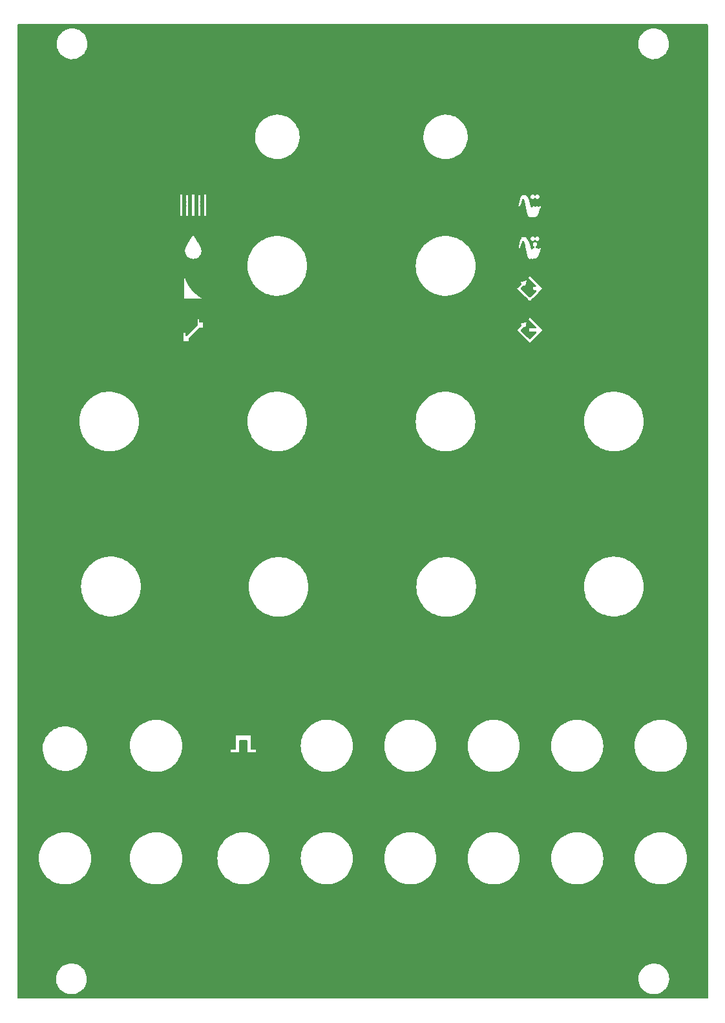
<source format=gbr>
%TF.GenerationSoftware,KiCad,Pcbnew,(6.0.10)*%
%TF.CreationDate,2023-02-08T13:31:09+00:00*%
%TF.ProjectId,frontpanel(1),66726f6e-7470-4616-9e65-6c2831292e6b,rev?*%
%TF.SameCoordinates,Original*%
%TF.FileFunction,Copper,L1,Top*%
%TF.FilePolarity,Positive*%
%FSLAX46Y46*%
G04 Gerber Fmt 4.6, Leading zero omitted, Abs format (unit mm)*
G04 Created by KiCad (PCBNEW (6.0.10)) date 2023-02-08 13:31:09*
%MOMM*%
%LPD*%
G01*
G04 APERTURE LIST*
G04 APERTURE END LIST*
%TA.AperFunction,NonConductor*%
G36*
X183507421Y-34738702D02*
G01*
X183553914Y-34792358D01*
X183565300Y-34844700D01*
X183565300Y-162278900D01*
X183545298Y-162347021D01*
X183491642Y-162393514D01*
X183439300Y-162404900D01*
X93192100Y-162404900D01*
X93123979Y-162384898D01*
X93077486Y-162331242D01*
X93066100Y-162278900D01*
X93066100Y-159748601D01*
X98148167Y-159748601D01*
X98148342Y-159753053D01*
X98149423Y-159780568D01*
X98153104Y-159874242D01*
X98159325Y-160032588D01*
X98210385Y-160312171D01*
X98300330Y-160581769D01*
X98427365Y-160836005D01*
X98588954Y-161069804D01*
X98781873Y-161278504D01*
X99002274Y-161457939D01*
X99245759Y-161604528D01*
X99249852Y-161606261D01*
X99433149Y-161683877D01*
X99507470Y-161715348D01*
X99511763Y-161716486D01*
X99511768Y-161716488D01*
X99655510Y-161754600D01*
X99782184Y-161788187D01*
X100064421Y-161821592D01*
X100348548Y-161814897D01*
X100505879Y-161788710D01*
X100624508Y-161768965D01*
X100624512Y-161768964D01*
X100628898Y-161768234D01*
X100633139Y-161766893D01*
X100633142Y-161766892D01*
X100895630Y-161683877D01*
X100895632Y-161683876D01*
X100899876Y-161682534D01*
X100903887Y-161680608D01*
X100903892Y-161680606D01*
X101152057Y-161561439D01*
X101152058Y-161561438D01*
X101156076Y-161559509D01*
X101308086Y-161457939D01*
X101388677Y-161404090D01*
X101388681Y-161404087D01*
X101392385Y-161401612D01*
X101395702Y-161398641D01*
X101395706Y-161398638D01*
X101600771Y-161214967D01*
X101600772Y-161214966D01*
X101604089Y-161211995D01*
X101786963Y-160994439D01*
X101937359Y-160753287D01*
X102052277Y-160493350D01*
X102129422Y-160219813D01*
X102153981Y-160036968D01*
X102166829Y-159941317D01*
X102166829Y-159941312D01*
X102167256Y-159938136D01*
X102171226Y-159811800D01*
X102166751Y-159748601D01*
X174461167Y-159748601D01*
X174461342Y-159753053D01*
X174462423Y-159780568D01*
X174466104Y-159874242D01*
X174472325Y-160032588D01*
X174523385Y-160312171D01*
X174613330Y-160581769D01*
X174740365Y-160836005D01*
X174901954Y-161069804D01*
X175094873Y-161278504D01*
X175315274Y-161457939D01*
X175558759Y-161604528D01*
X175562852Y-161606261D01*
X175746149Y-161683877D01*
X175820470Y-161715348D01*
X175824763Y-161716486D01*
X175824768Y-161716488D01*
X175968510Y-161754600D01*
X176095184Y-161788187D01*
X176377421Y-161821592D01*
X176661548Y-161814897D01*
X176818879Y-161788710D01*
X176937508Y-161768965D01*
X176937512Y-161768964D01*
X176941898Y-161768234D01*
X176946139Y-161766893D01*
X176946142Y-161766892D01*
X177208630Y-161683877D01*
X177208632Y-161683876D01*
X177212876Y-161682534D01*
X177216887Y-161680608D01*
X177216892Y-161680606D01*
X177465057Y-161561439D01*
X177465058Y-161561438D01*
X177469076Y-161559509D01*
X177621086Y-161457939D01*
X177701677Y-161404090D01*
X177701681Y-161404087D01*
X177705385Y-161401612D01*
X177708702Y-161398641D01*
X177708706Y-161398638D01*
X177913771Y-161214967D01*
X177913772Y-161214966D01*
X177917089Y-161211995D01*
X178099963Y-160994439D01*
X178250359Y-160753287D01*
X178365277Y-160493350D01*
X178442422Y-160219813D01*
X178466981Y-160036968D01*
X178479829Y-159941317D01*
X178479829Y-159941312D01*
X178480256Y-159938136D01*
X178484226Y-159811800D01*
X178464153Y-159528303D01*
X178450713Y-159465874D01*
X178405272Y-159254810D01*
X178405272Y-159254808D01*
X178404336Y-159250463D01*
X178316901Y-159013460D01*
X178307508Y-158987999D01*
X178305967Y-158983822D01*
X178231906Y-158846562D01*
X178173123Y-158737619D01*
X178171010Y-158733703D01*
X178002157Y-158505094D01*
X177999038Y-158501925D01*
X177999034Y-158501921D01*
X177903836Y-158405217D01*
X177802777Y-158302557D01*
X177753014Y-158264579D01*
X177580393Y-158132839D01*
X177580389Y-158132836D01*
X177576848Y-158130134D01*
X177328879Y-157991264D01*
X177324730Y-157989659D01*
X177324726Y-157989657D01*
X177165309Y-157927984D01*
X177063817Y-157888720D01*
X177059492Y-157887717D01*
X177059487Y-157887716D01*
X176948525Y-157861996D01*
X176786950Y-157824545D01*
X176503804Y-157800022D01*
X176499369Y-157800266D01*
X176499365Y-157800266D01*
X176224469Y-157815394D01*
X176224462Y-157815395D01*
X176220026Y-157815639D01*
X175941281Y-157871085D01*
X175673128Y-157965254D01*
X175669177Y-157967307D01*
X175669171Y-157967309D01*
X175530711Y-158039234D01*
X175420919Y-158096266D01*
X175417304Y-158098849D01*
X175417298Y-158098853D01*
X175193307Y-158258919D01*
X175193303Y-158258922D01*
X175189686Y-158261507D01*
X174984043Y-158457681D01*
X174808092Y-158680874D01*
X174776697Y-158734925D01*
X174667579Y-158922784D01*
X174667576Y-158922790D01*
X174665345Y-158926631D01*
X174663675Y-158930754D01*
X174640489Y-158987999D01*
X174558650Y-159190050D01*
X174557579Y-159194363D01*
X174557577Y-159194368D01*
X174491207Y-159461553D01*
X174490134Y-159465874D01*
X174461167Y-159748601D01*
X102166751Y-159748601D01*
X102151153Y-159528303D01*
X102137713Y-159465874D01*
X102092272Y-159254810D01*
X102092272Y-159254808D01*
X102091336Y-159250463D01*
X102003901Y-159013460D01*
X101994508Y-158987999D01*
X101992967Y-158983822D01*
X101918906Y-158846562D01*
X101860123Y-158737619D01*
X101858010Y-158733703D01*
X101689157Y-158505094D01*
X101686038Y-158501925D01*
X101686034Y-158501921D01*
X101590836Y-158405217D01*
X101489777Y-158302557D01*
X101440014Y-158264579D01*
X101267393Y-158132839D01*
X101267389Y-158132836D01*
X101263848Y-158130134D01*
X101015879Y-157991264D01*
X101011730Y-157989659D01*
X101011726Y-157989657D01*
X100852309Y-157927984D01*
X100750817Y-157888720D01*
X100746492Y-157887717D01*
X100746487Y-157887716D01*
X100635525Y-157861996D01*
X100473950Y-157824545D01*
X100190804Y-157800022D01*
X100186369Y-157800266D01*
X100186365Y-157800266D01*
X99911469Y-157815394D01*
X99911462Y-157815395D01*
X99907026Y-157815639D01*
X99628281Y-157871085D01*
X99360128Y-157965254D01*
X99356177Y-157967307D01*
X99356171Y-157967309D01*
X99217711Y-158039234D01*
X99107919Y-158096266D01*
X99104304Y-158098849D01*
X99104298Y-158098853D01*
X98880307Y-158258919D01*
X98880303Y-158258922D01*
X98876686Y-158261507D01*
X98671043Y-158457681D01*
X98495092Y-158680874D01*
X98463697Y-158734925D01*
X98354579Y-158922784D01*
X98354576Y-158922790D01*
X98352345Y-158926631D01*
X98350675Y-158930754D01*
X98327489Y-158987999D01*
X98245650Y-159190050D01*
X98244579Y-159194363D01*
X98244577Y-159194368D01*
X98178207Y-159461553D01*
X98177134Y-159465874D01*
X98148167Y-159748601D01*
X93066100Y-159748601D01*
X93066100Y-144016039D01*
X95900893Y-144016039D01*
X95901065Y-144019434D01*
X95901065Y-144019435D01*
X95902612Y-144049964D01*
X95919563Y-144384590D01*
X95920100Y-144387945D01*
X95920101Y-144387951D01*
X95957283Y-144620086D01*
X95977927Y-144748969D01*
X96075302Y-145104913D01*
X96210550Y-145448259D01*
X96212133Y-145451274D01*
X96380503Y-145771974D01*
X96380508Y-145771982D01*
X96382087Y-145774990D01*
X96587908Y-146081284D01*
X96825605Y-146363558D01*
X97092397Y-146618510D01*
X97385163Y-146843157D01*
X97700478Y-147034872D01*
X98034654Y-147191411D01*
X98037872Y-147192513D01*
X98037875Y-147192514D01*
X98380559Y-147309841D01*
X98380567Y-147309843D01*
X98383782Y-147310944D01*
X98387110Y-147311694D01*
X98740452Y-147391324D01*
X98740458Y-147391325D01*
X98743777Y-147392073D01*
X98747156Y-147392458D01*
X98747162Y-147392459D01*
X98900854Y-147409969D01*
X99110428Y-147433847D01*
X99113833Y-147433865D01*
X99113836Y-147433865D01*
X99312492Y-147434905D01*
X99479447Y-147435780D01*
X99482833Y-147435430D01*
X99482835Y-147435430D01*
X99843123Y-147398198D01*
X99843132Y-147398197D01*
X99846515Y-147397847D01*
X99849848Y-147397132D01*
X99849851Y-147397132D01*
X100027612Y-147359023D01*
X100207340Y-147320493D01*
X100557701Y-147204622D01*
X100893498Y-147051591D01*
X100896435Y-147049847D01*
X100896441Y-147049844D01*
X101207869Y-146864930D01*
X101210803Y-146863188D01*
X101505906Y-146641619D01*
X101775353Y-146389475D01*
X101795621Y-146365912D01*
X101948823Y-146187797D01*
X102015992Y-146109706D01*
X102128582Y-145945886D01*
X102223079Y-145808393D01*
X102223084Y-145808386D01*
X102225009Y-145805584D01*
X102226621Y-145802590D01*
X102226626Y-145802582D01*
X102398337Y-145483679D01*
X102399959Y-145480667D01*
X102538795Y-145138756D01*
X102547533Y-145108083D01*
X102638958Y-144787129D01*
X102639892Y-144783851D01*
X102702069Y-144420104D01*
X102703708Y-144393320D01*
X102724487Y-144053565D01*
X102724597Y-144051768D01*
X102724680Y-144027949D01*
X102724035Y-144016039D01*
X107838053Y-144016039D01*
X107838225Y-144019434D01*
X107838225Y-144019435D01*
X107839772Y-144049964D01*
X107856723Y-144384590D01*
X107857260Y-144387945D01*
X107857261Y-144387951D01*
X107894443Y-144620086D01*
X107915087Y-144748969D01*
X108012462Y-145104913D01*
X108147710Y-145448259D01*
X108149293Y-145451274D01*
X108317663Y-145771974D01*
X108317668Y-145771982D01*
X108319247Y-145774990D01*
X108525068Y-146081284D01*
X108762765Y-146363558D01*
X109029557Y-146618510D01*
X109322323Y-146843157D01*
X109637638Y-147034872D01*
X109971814Y-147191411D01*
X109975032Y-147192513D01*
X109975035Y-147192514D01*
X110317719Y-147309841D01*
X110317727Y-147309843D01*
X110320942Y-147310944D01*
X110324270Y-147311694D01*
X110677612Y-147391324D01*
X110677618Y-147391325D01*
X110680937Y-147392073D01*
X110684316Y-147392458D01*
X110684322Y-147392459D01*
X110838014Y-147409969D01*
X111047588Y-147433847D01*
X111050993Y-147433865D01*
X111050996Y-147433865D01*
X111249652Y-147434905D01*
X111416607Y-147435780D01*
X111419993Y-147435430D01*
X111419995Y-147435430D01*
X111780283Y-147398198D01*
X111780292Y-147398197D01*
X111783675Y-147397847D01*
X111787008Y-147397132D01*
X111787011Y-147397132D01*
X111964772Y-147359023D01*
X112144500Y-147320493D01*
X112494861Y-147204622D01*
X112830658Y-147051591D01*
X112833595Y-147049847D01*
X112833601Y-147049844D01*
X113145029Y-146864930D01*
X113147963Y-146863188D01*
X113443066Y-146641619D01*
X113712513Y-146389475D01*
X113732781Y-146365912D01*
X113885983Y-146187797D01*
X113953152Y-146109706D01*
X114065742Y-145945886D01*
X114160239Y-145808393D01*
X114160244Y-145808386D01*
X114162169Y-145805584D01*
X114163781Y-145802590D01*
X114163786Y-145802582D01*
X114335497Y-145483679D01*
X114337119Y-145480667D01*
X114475955Y-145138756D01*
X114484693Y-145108083D01*
X114576118Y-144787129D01*
X114577052Y-144783851D01*
X114639229Y-144420104D01*
X114640868Y-144393320D01*
X114661647Y-144053565D01*
X114661757Y-144051768D01*
X114661840Y-144027949D01*
X114661195Y-144016039D01*
X119275213Y-144016039D01*
X119275385Y-144019434D01*
X119275385Y-144019435D01*
X119276932Y-144049964D01*
X119293883Y-144384590D01*
X119294420Y-144387945D01*
X119294421Y-144387951D01*
X119331603Y-144620086D01*
X119352247Y-144748969D01*
X119449622Y-145104913D01*
X119584870Y-145448259D01*
X119586453Y-145451274D01*
X119754823Y-145771974D01*
X119754828Y-145771982D01*
X119756407Y-145774990D01*
X119962228Y-146081284D01*
X120199925Y-146363558D01*
X120466717Y-146618510D01*
X120759483Y-146843157D01*
X121074798Y-147034872D01*
X121408974Y-147191411D01*
X121412192Y-147192513D01*
X121412195Y-147192514D01*
X121754879Y-147309841D01*
X121754887Y-147309843D01*
X121758102Y-147310944D01*
X121761430Y-147311694D01*
X122114772Y-147391324D01*
X122114778Y-147391325D01*
X122118097Y-147392073D01*
X122121476Y-147392458D01*
X122121482Y-147392459D01*
X122275174Y-147409969D01*
X122484748Y-147433847D01*
X122488153Y-147433865D01*
X122488156Y-147433865D01*
X122686812Y-147434905D01*
X122853767Y-147435780D01*
X122857153Y-147435430D01*
X122857155Y-147435430D01*
X123217443Y-147398198D01*
X123217452Y-147398197D01*
X123220835Y-147397847D01*
X123224168Y-147397132D01*
X123224171Y-147397132D01*
X123401932Y-147359023D01*
X123581660Y-147320493D01*
X123932021Y-147204622D01*
X124267818Y-147051591D01*
X124270755Y-147049847D01*
X124270761Y-147049844D01*
X124582189Y-146864930D01*
X124585123Y-146863188D01*
X124880226Y-146641619D01*
X125149673Y-146389475D01*
X125169941Y-146365912D01*
X125323143Y-146187797D01*
X125390312Y-146109706D01*
X125502902Y-145945886D01*
X125597399Y-145808393D01*
X125597404Y-145808386D01*
X125599329Y-145805584D01*
X125600941Y-145802590D01*
X125600946Y-145802582D01*
X125772657Y-145483679D01*
X125774279Y-145480667D01*
X125913115Y-145138756D01*
X125921853Y-145108083D01*
X126013278Y-144787129D01*
X126014212Y-144783851D01*
X126076389Y-144420104D01*
X126078028Y-144393320D01*
X126098807Y-144053565D01*
X126098917Y-144051768D01*
X126099000Y-144027949D01*
X126098355Y-144016039D01*
X130212373Y-144016039D01*
X130212545Y-144019434D01*
X130212545Y-144019435D01*
X130214092Y-144049964D01*
X130231043Y-144384590D01*
X130231580Y-144387945D01*
X130231581Y-144387951D01*
X130268763Y-144620086D01*
X130289407Y-144748969D01*
X130386782Y-145104913D01*
X130522030Y-145448259D01*
X130523613Y-145451274D01*
X130691983Y-145771974D01*
X130691988Y-145771982D01*
X130693567Y-145774990D01*
X130899388Y-146081284D01*
X131137085Y-146363558D01*
X131403877Y-146618510D01*
X131696643Y-146843157D01*
X132011958Y-147034872D01*
X132346134Y-147191411D01*
X132349352Y-147192513D01*
X132349355Y-147192514D01*
X132692039Y-147309841D01*
X132692047Y-147309843D01*
X132695262Y-147310944D01*
X132698590Y-147311694D01*
X133051932Y-147391324D01*
X133051938Y-147391325D01*
X133055257Y-147392073D01*
X133058636Y-147392458D01*
X133058642Y-147392459D01*
X133212334Y-147409969D01*
X133421908Y-147433847D01*
X133425313Y-147433865D01*
X133425316Y-147433865D01*
X133623972Y-147434905D01*
X133790927Y-147435780D01*
X133794313Y-147435430D01*
X133794315Y-147435430D01*
X134154603Y-147398198D01*
X134154612Y-147398197D01*
X134157995Y-147397847D01*
X134161328Y-147397132D01*
X134161331Y-147397132D01*
X134339092Y-147359023D01*
X134518820Y-147320493D01*
X134869181Y-147204622D01*
X135204978Y-147051591D01*
X135207915Y-147049847D01*
X135207921Y-147049844D01*
X135519349Y-146864930D01*
X135522283Y-146863188D01*
X135817386Y-146641619D01*
X136086833Y-146389475D01*
X136107101Y-146365912D01*
X136260303Y-146187797D01*
X136327472Y-146109706D01*
X136440062Y-145945886D01*
X136534559Y-145808393D01*
X136534564Y-145808386D01*
X136536489Y-145805584D01*
X136538101Y-145802590D01*
X136538106Y-145802582D01*
X136709817Y-145483679D01*
X136711439Y-145480667D01*
X136850275Y-145138756D01*
X136859013Y-145108083D01*
X136950438Y-144787129D01*
X136951372Y-144783851D01*
X137013549Y-144420104D01*
X137015188Y-144393320D01*
X137035967Y-144053565D01*
X137036077Y-144051768D01*
X137036160Y-144027949D01*
X137035515Y-144016039D01*
X141149533Y-144016039D01*
X141149705Y-144019434D01*
X141149705Y-144019435D01*
X141151252Y-144049964D01*
X141168203Y-144384590D01*
X141168740Y-144387945D01*
X141168741Y-144387951D01*
X141205923Y-144620086D01*
X141226567Y-144748969D01*
X141323942Y-145104913D01*
X141459190Y-145448259D01*
X141460773Y-145451274D01*
X141629143Y-145771974D01*
X141629148Y-145771982D01*
X141630727Y-145774990D01*
X141836548Y-146081284D01*
X142074245Y-146363558D01*
X142341037Y-146618510D01*
X142633803Y-146843157D01*
X142949118Y-147034872D01*
X143283294Y-147191411D01*
X143286512Y-147192513D01*
X143286515Y-147192514D01*
X143629199Y-147309841D01*
X143629207Y-147309843D01*
X143632422Y-147310944D01*
X143635750Y-147311694D01*
X143989092Y-147391324D01*
X143989098Y-147391325D01*
X143992417Y-147392073D01*
X143995796Y-147392458D01*
X143995802Y-147392459D01*
X144149494Y-147409969D01*
X144359068Y-147433847D01*
X144362473Y-147433865D01*
X144362476Y-147433865D01*
X144561132Y-147434905D01*
X144728087Y-147435780D01*
X144731473Y-147435430D01*
X144731475Y-147435430D01*
X145091763Y-147398198D01*
X145091772Y-147398197D01*
X145095155Y-147397847D01*
X145098488Y-147397132D01*
X145098491Y-147397132D01*
X145276252Y-147359023D01*
X145455980Y-147320493D01*
X145806341Y-147204622D01*
X146142138Y-147051591D01*
X146145075Y-147049847D01*
X146145081Y-147049844D01*
X146456509Y-146864930D01*
X146459443Y-146863188D01*
X146754546Y-146641619D01*
X147023993Y-146389475D01*
X147044261Y-146365912D01*
X147197463Y-146187797D01*
X147264632Y-146109706D01*
X147377222Y-145945886D01*
X147471719Y-145808393D01*
X147471724Y-145808386D01*
X147473649Y-145805584D01*
X147475261Y-145802590D01*
X147475266Y-145802582D01*
X147646977Y-145483679D01*
X147648599Y-145480667D01*
X147787435Y-145138756D01*
X147796173Y-145108083D01*
X147887598Y-144787129D01*
X147888532Y-144783851D01*
X147950709Y-144420104D01*
X147952348Y-144393320D01*
X147973127Y-144053565D01*
X147973237Y-144051768D01*
X147973320Y-144027949D01*
X147972675Y-144016039D01*
X152086693Y-144016039D01*
X152086865Y-144019434D01*
X152086865Y-144019435D01*
X152088412Y-144049964D01*
X152105363Y-144384590D01*
X152105900Y-144387945D01*
X152105901Y-144387951D01*
X152143083Y-144620086D01*
X152163727Y-144748969D01*
X152261102Y-145104913D01*
X152396350Y-145448259D01*
X152397933Y-145451274D01*
X152566303Y-145771974D01*
X152566308Y-145771982D01*
X152567887Y-145774990D01*
X152773708Y-146081284D01*
X153011405Y-146363558D01*
X153278197Y-146618510D01*
X153570963Y-146843157D01*
X153886278Y-147034872D01*
X154220454Y-147191411D01*
X154223672Y-147192513D01*
X154223675Y-147192514D01*
X154566359Y-147309841D01*
X154566367Y-147309843D01*
X154569582Y-147310944D01*
X154572910Y-147311694D01*
X154926252Y-147391324D01*
X154926258Y-147391325D01*
X154929577Y-147392073D01*
X154932956Y-147392458D01*
X154932962Y-147392459D01*
X155086654Y-147409969D01*
X155296228Y-147433847D01*
X155299633Y-147433865D01*
X155299636Y-147433865D01*
X155498292Y-147434905D01*
X155665247Y-147435780D01*
X155668633Y-147435430D01*
X155668635Y-147435430D01*
X156028923Y-147398198D01*
X156028932Y-147398197D01*
X156032315Y-147397847D01*
X156035648Y-147397132D01*
X156035651Y-147397132D01*
X156213412Y-147359023D01*
X156393140Y-147320493D01*
X156743501Y-147204622D01*
X157079298Y-147051591D01*
X157082235Y-147049847D01*
X157082241Y-147049844D01*
X157393669Y-146864930D01*
X157396603Y-146863188D01*
X157691706Y-146641619D01*
X157961153Y-146389475D01*
X157981421Y-146365912D01*
X158134623Y-146187797D01*
X158201792Y-146109706D01*
X158314382Y-145945886D01*
X158408879Y-145808393D01*
X158408884Y-145808386D01*
X158410809Y-145805584D01*
X158412421Y-145802590D01*
X158412426Y-145802582D01*
X158584137Y-145483679D01*
X158585759Y-145480667D01*
X158724595Y-145138756D01*
X158733333Y-145108083D01*
X158824758Y-144787129D01*
X158825692Y-144783851D01*
X158887869Y-144420104D01*
X158889508Y-144393320D01*
X158910287Y-144053565D01*
X158910397Y-144051768D01*
X158910480Y-144027949D01*
X158909835Y-144016039D01*
X163023853Y-144016039D01*
X163024025Y-144019434D01*
X163024025Y-144019435D01*
X163025572Y-144049964D01*
X163042523Y-144384590D01*
X163043060Y-144387945D01*
X163043061Y-144387951D01*
X163080243Y-144620086D01*
X163100887Y-144748969D01*
X163198262Y-145104913D01*
X163333510Y-145448259D01*
X163335093Y-145451274D01*
X163503463Y-145771974D01*
X163503468Y-145771982D01*
X163505047Y-145774990D01*
X163710868Y-146081284D01*
X163948565Y-146363558D01*
X164215357Y-146618510D01*
X164508123Y-146843157D01*
X164823438Y-147034872D01*
X165157614Y-147191411D01*
X165160832Y-147192513D01*
X165160835Y-147192514D01*
X165503519Y-147309841D01*
X165503527Y-147309843D01*
X165506742Y-147310944D01*
X165510070Y-147311694D01*
X165863412Y-147391324D01*
X165863418Y-147391325D01*
X165866737Y-147392073D01*
X165870116Y-147392458D01*
X165870122Y-147392459D01*
X166023814Y-147409969D01*
X166233388Y-147433847D01*
X166236793Y-147433865D01*
X166236796Y-147433865D01*
X166435452Y-147434905D01*
X166602407Y-147435780D01*
X166605793Y-147435430D01*
X166605795Y-147435430D01*
X166966083Y-147398198D01*
X166966092Y-147398197D01*
X166969475Y-147397847D01*
X166972808Y-147397132D01*
X166972811Y-147397132D01*
X167150572Y-147359023D01*
X167330300Y-147320493D01*
X167680661Y-147204622D01*
X168016458Y-147051591D01*
X168019395Y-147049847D01*
X168019401Y-147049844D01*
X168330829Y-146864930D01*
X168333763Y-146863188D01*
X168628866Y-146641619D01*
X168898313Y-146389475D01*
X168918581Y-146365912D01*
X169071783Y-146187797D01*
X169138952Y-146109706D01*
X169251542Y-145945886D01*
X169346039Y-145808393D01*
X169346044Y-145808386D01*
X169347969Y-145805584D01*
X169349581Y-145802590D01*
X169349586Y-145802582D01*
X169521297Y-145483679D01*
X169522919Y-145480667D01*
X169661755Y-145138756D01*
X169670493Y-145108083D01*
X169761918Y-144787129D01*
X169762852Y-144783851D01*
X169825029Y-144420104D01*
X169826668Y-144393320D01*
X169847447Y-144053565D01*
X169847557Y-144051768D01*
X169847640Y-144027949D01*
X169846995Y-144016039D01*
X173961017Y-144016039D01*
X173961189Y-144019434D01*
X173961189Y-144019435D01*
X173962736Y-144049964D01*
X173979687Y-144384590D01*
X173980224Y-144387945D01*
X173980225Y-144387951D01*
X174017407Y-144620086D01*
X174038051Y-144748969D01*
X174135426Y-145104913D01*
X174270674Y-145448259D01*
X174272257Y-145451274D01*
X174440627Y-145771974D01*
X174440632Y-145771982D01*
X174442211Y-145774990D01*
X174648032Y-146081284D01*
X174885729Y-146363558D01*
X175152521Y-146618510D01*
X175445287Y-146843157D01*
X175760602Y-147034872D01*
X176094778Y-147191411D01*
X176097996Y-147192513D01*
X176097999Y-147192514D01*
X176440683Y-147309841D01*
X176440691Y-147309843D01*
X176443906Y-147310944D01*
X176447234Y-147311694D01*
X176800576Y-147391324D01*
X176800582Y-147391325D01*
X176803901Y-147392073D01*
X176807280Y-147392458D01*
X176807286Y-147392459D01*
X176960978Y-147409969D01*
X177170552Y-147433847D01*
X177173957Y-147433865D01*
X177173960Y-147433865D01*
X177372616Y-147434905D01*
X177539571Y-147435780D01*
X177542957Y-147435430D01*
X177542959Y-147435430D01*
X177903247Y-147398198D01*
X177903256Y-147398197D01*
X177906639Y-147397847D01*
X177909972Y-147397132D01*
X177909975Y-147397132D01*
X178087736Y-147359023D01*
X178267464Y-147320493D01*
X178617825Y-147204622D01*
X178953622Y-147051591D01*
X178956559Y-147049847D01*
X178956565Y-147049844D01*
X179267993Y-146864930D01*
X179270927Y-146863188D01*
X179566030Y-146641619D01*
X179835477Y-146389475D01*
X179855745Y-146365912D01*
X180008947Y-146187797D01*
X180076116Y-146109706D01*
X180188706Y-145945886D01*
X180283203Y-145808393D01*
X180283208Y-145808386D01*
X180285133Y-145805584D01*
X180286745Y-145802590D01*
X180286750Y-145802582D01*
X180458461Y-145483679D01*
X180460083Y-145480667D01*
X180598919Y-145138756D01*
X180607657Y-145108083D01*
X180699082Y-144787129D01*
X180700016Y-144783851D01*
X180762193Y-144420104D01*
X180763832Y-144393320D01*
X180784611Y-144053565D01*
X180784721Y-144051768D01*
X180784804Y-144027949D01*
X180764848Y-143659466D01*
X180705212Y-143295293D01*
X180606595Y-142939690D01*
X180603410Y-142931684D01*
X180471409Y-142599983D01*
X180470150Y-142596819D01*
X180309194Y-142292826D01*
X180299072Y-142273708D01*
X180299068Y-142273701D01*
X180297473Y-142270689D01*
X180295566Y-142267873D01*
X180295561Y-142267864D01*
X180092494Y-141967936D01*
X180090584Y-141965115D01*
X179851903Y-141683672D01*
X179584223Y-141429653D01*
X179290675Y-141206029D01*
X179287763Y-141204272D01*
X179287758Y-141204269D01*
X178977607Y-141017175D01*
X178977601Y-141017172D01*
X178974692Y-141015417D01*
X178639971Y-140860044D01*
X178465200Y-140800887D01*
X178293656Y-140742823D01*
X178293651Y-140742822D01*
X178290429Y-140741731D01*
X178055979Y-140689754D01*
X177933483Y-140662597D01*
X177933479Y-140662596D01*
X177930153Y-140661859D01*
X177780356Y-140645321D01*
X177566740Y-140621738D01*
X177566733Y-140621738D01*
X177563358Y-140621365D01*
X177559959Y-140621359D01*
X177559958Y-140621359D01*
X177385705Y-140621055D01*
X177194335Y-140620721D01*
X177057255Y-140635371D01*
X176830785Y-140659573D01*
X176830779Y-140659574D01*
X176827401Y-140659935D01*
X176824078Y-140660659D01*
X176824075Y-140660660D01*
X176705579Y-140686496D01*
X176466848Y-140738548D01*
X176116894Y-140855641D01*
X175781634Y-141009844D01*
X175778700Y-141011600D01*
X175778698Y-141011601D01*
X175688303Y-141065701D01*
X175464987Y-141199352D01*
X175170660Y-141421950D01*
X174902095Y-141675033D01*
X174662434Y-141955641D01*
X174454479Y-142260491D01*
X174280665Y-142586016D01*
X174279392Y-142589184D01*
X174279391Y-142589185D01*
X174183961Y-142826576D01*
X174143024Y-142928409D01*
X174142106Y-142931677D01*
X174142103Y-142931684D01*
X174044087Y-143280387D01*
X174043166Y-143283665D01*
X173982259Y-143647628D01*
X173961896Y-144000795D01*
X173961017Y-144016039D01*
X169846995Y-144016039D01*
X169827684Y-143659466D01*
X169768048Y-143295293D01*
X169669431Y-142939690D01*
X169666246Y-142931684D01*
X169534245Y-142599983D01*
X169532986Y-142596819D01*
X169372030Y-142292826D01*
X169361908Y-142273708D01*
X169361904Y-142273701D01*
X169360309Y-142270689D01*
X169358402Y-142267873D01*
X169358397Y-142267864D01*
X169155330Y-141967936D01*
X169153420Y-141965115D01*
X168914739Y-141683672D01*
X168647059Y-141429653D01*
X168353511Y-141206029D01*
X168350599Y-141204272D01*
X168350594Y-141204269D01*
X168040443Y-141017175D01*
X168040437Y-141017172D01*
X168037528Y-141015417D01*
X167702807Y-140860044D01*
X167528036Y-140800887D01*
X167356492Y-140742823D01*
X167356487Y-140742822D01*
X167353265Y-140741731D01*
X167118815Y-140689754D01*
X166996319Y-140662597D01*
X166996315Y-140662596D01*
X166992989Y-140661859D01*
X166843192Y-140645321D01*
X166629576Y-140621738D01*
X166629569Y-140621738D01*
X166626194Y-140621365D01*
X166622795Y-140621359D01*
X166622794Y-140621359D01*
X166448541Y-140621055D01*
X166257171Y-140620721D01*
X166120091Y-140635371D01*
X165893621Y-140659573D01*
X165893615Y-140659574D01*
X165890237Y-140659935D01*
X165886914Y-140660659D01*
X165886911Y-140660660D01*
X165768415Y-140686496D01*
X165529684Y-140738548D01*
X165179730Y-140855641D01*
X164844470Y-141009844D01*
X164841536Y-141011600D01*
X164841534Y-141011601D01*
X164751139Y-141065701D01*
X164527823Y-141199352D01*
X164233496Y-141421950D01*
X163964931Y-141675033D01*
X163725270Y-141955641D01*
X163517315Y-142260491D01*
X163343501Y-142586016D01*
X163342228Y-142589184D01*
X163342227Y-142589185D01*
X163246797Y-142826576D01*
X163205860Y-142928409D01*
X163204942Y-142931677D01*
X163204939Y-142931684D01*
X163106923Y-143280387D01*
X163106002Y-143283665D01*
X163045095Y-143647628D01*
X163024732Y-144000795D01*
X163023853Y-144016039D01*
X158909835Y-144016039D01*
X158890524Y-143659466D01*
X158830888Y-143295293D01*
X158732271Y-142939690D01*
X158729086Y-142931684D01*
X158597085Y-142599983D01*
X158595826Y-142596819D01*
X158434870Y-142292826D01*
X158424748Y-142273708D01*
X158424744Y-142273701D01*
X158423149Y-142270689D01*
X158421242Y-142267873D01*
X158421237Y-142267864D01*
X158218170Y-141967936D01*
X158216260Y-141965115D01*
X157977579Y-141683672D01*
X157709899Y-141429653D01*
X157416351Y-141206029D01*
X157413439Y-141204272D01*
X157413434Y-141204269D01*
X157103283Y-141017175D01*
X157103277Y-141017172D01*
X157100368Y-141015417D01*
X156765647Y-140860044D01*
X156590876Y-140800887D01*
X156419332Y-140742823D01*
X156419327Y-140742822D01*
X156416105Y-140741731D01*
X156181655Y-140689754D01*
X156059159Y-140662597D01*
X156059155Y-140662596D01*
X156055829Y-140661859D01*
X155906032Y-140645321D01*
X155692416Y-140621738D01*
X155692409Y-140621738D01*
X155689034Y-140621365D01*
X155685635Y-140621359D01*
X155685634Y-140621359D01*
X155511381Y-140621055D01*
X155320011Y-140620721D01*
X155182931Y-140635371D01*
X154956461Y-140659573D01*
X154956455Y-140659574D01*
X154953077Y-140659935D01*
X154949754Y-140660659D01*
X154949751Y-140660660D01*
X154831255Y-140686496D01*
X154592524Y-140738548D01*
X154242570Y-140855641D01*
X153907310Y-141009844D01*
X153904376Y-141011600D01*
X153904374Y-141011601D01*
X153813979Y-141065701D01*
X153590663Y-141199352D01*
X153296336Y-141421950D01*
X153027771Y-141675033D01*
X152788110Y-141955641D01*
X152580155Y-142260491D01*
X152406341Y-142586016D01*
X152405068Y-142589184D01*
X152405067Y-142589185D01*
X152309637Y-142826576D01*
X152268700Y-142928409D01*
X152267782Y-142931677D01*
X152267779Y-142931684D01*
X152169763Y-143280387D01*
X152168842Y-143283665D01*
X152107935Y-143647628D01*
X152087572Y-144000795D01*
X152086693Y-144016039D01*
X147972675Y-144016039D01*
X147953364Y-143659466D01*
X147893728Y-143295293D01*
X147795111Y-142939690D01*
X147791926Y-142931684D01*
X147659925Y-142599983D01*
X147658666Y-142596819D01*
X147497710Y-142292826D01*
X147487588Y-142273708D01*
X147487584Y-142273701D01*
X147485989Y-142270689D01*
X147484082Y-142267873D01*
X147484077Y-142267864D01*
X147281010Y-141967936D01*
X147279100Y-141965115D01*
X147040419Y-141683672D01*
X146772739Y-141429653D01*
X146479191Y-141206029D01*
X146476279Y-141204272D01*
X146476274Y-141204269D01*
X146166123Y-141017175D01*
X146166117Y-141017172D01*
X146163208Y-141015417D01*
X145828487Y-140860044D01*
X145653716Y-140800887D01*
X145482172Y-140742823D01*
X145482167Y-140742822D01*
X145478945Y-140741731D01*
X145244495Y-140689754D01*
X145121999Y-140662597D01*
X145121995Y-140662596D01*
X145118669Y-140661859D01*
X144968872Y-140645321D01*
X144755256Y-140621738D01*
X144755249Y-140621738D01*
X144751874Y-140621365D01*
X144748475Y-140621359D01*
X144748474Y-140621359D01*
X144574221Y-140621055D01*
X144382851Y-140620721D01*
X144245771Y-140635371D01*
X144019301Y-140659573D01*
X144019295Y-140659574D01*
X144015917Y-140659935D01*
X144012594Y-140660659D01*
X144012591Y-140660660D01*
X143894095Y-140686496D01*
X143655364Y-140738548D01*
X143305410Y-140855641D01*
X142970150Y-141009844D01*
X142967216Y-141011600D01*
X142967214Y-141011601D01*
X142876819Y-141065701D01*
X142653503Y-141199352D01*
X142359176Y-141421950D01*
X142090611Y-141675033D01*
X141850950Y-141955641D01*
X141642995Y-142260491D01*
X141469181Y-142586016D01*
X141467908Y-142589184D01*
X141467907Y-142589185D01*
X141372477Y-142826576D01*
X141331540Y-142928409D01*
X141330622Y-142931677D01*
X141330619Y-142931684D01*
X141232603Y-143280387D01*
X141231682Y-143283665D01*
X141170775Y-143647628D01*
X141150412Y-144000795D01*
X141149533Y-144016039D01*
X137035515Y-144016039D01*
X137016204Y-143659466D01*
X136956568Y-143295293D01*
X136857951Y-142939690D01*
X136854766Y-142931684D01*
X136722765Y-142599983D01*
X136721506Y-142596819D01*
X136560550Y-142292826D01*
X136550428Y-142273708D01*
X136550424Y-142273701D01*
X136548829Y-142270689D01*
X136546922Y-142267873D01*
X136546917Y-142267864D01*
X136343850Y-141967936D01*
X136341940Y-141965115D01*
X136103259Y-141683672D01*
X135835579Y-141429653D01*
X135542031Y-141206029D01*
X135539119Y-141204272D01*
X135539114Y-141204269D01*
X135228963Y-141017175D01*
X135228957Y-141017172D01*
X135226048Y-141015417D01*
X134891327Y-140860044D01*
X134716556Y-140800887D01*
X134545012Y-140742823D01*
X134545007Y-140742822D01*
X134541785Y-140741731D01*
X134307335Y-140689754D01*
X134184839Y-140662597D01*
X134184835Y-140662596D01*
X134181509Y-140661859D01*
X134031712Y-140645321D01*
X133818096Y-140621738D01*
X133818089Y-140621738D01*
X133814714Y-140621365D01*
X133811315Y-140621359D01*
X133811314Y-140621359D01*
X133637061Y-140621055D01*
X133445691Y-140620721D01*
X133308611Y-140635371D01*
X133082141Y-140659573D01*
X133082135Y-140659574D01*
X133078757Y-140659935D01*
X133075434Y-140660659D01*
X133075431Y-140660660D01*
X132956935Y-140686496D01*
X132718204Y-140738548D01*
X132368250Y-140855641D01*
X132032990Y-141009844D01*
X132030056Y-141011600D01*
X132030054Y-141011601D01*
X131939659Y-141065701D01*
X131716343Y-141199352D01*
X131422016Y-141421950D01*
X131153451Y-141675033D01*
X130913790Y-141955641D01*
X130705835Y-142260491D01*
X130532021Y-142586016D01*
X130530748Y-142589184D01*
X130530747Y-142589185D01*
X130435317Y-142826576D01*
X130394380Y-142928409D01*
X130393462Y-142931677D01*
X130393459Y-142931684D01*
X130295443Y-143280387D01*
X130294522Y-143283665D01*
X130233615Y-143647628D01*
X130213252Y-144000795D01*
X130212373Y-144016039D01*
X126098355Y-144016039D01*
X126079044Y-143659466D01*
X126019408Y-143295293D01*
X125920791Y-142939690D01*
X125917606Y-142931684D01*
X125785605Y-142599983D01*
X125784346Y-142596819D01*
X125623390Y-142292826D01*
X125613268Y-142273708D01*
X125613264Y-142273701D01*
X125611669Y-142270689D01*
X125609762Y-142267873D01*
X125609757Y-142267864D01*
X125406690Y-141967936D01*
X125404780Y-141965115D01*
X125166099Y-141683672D01*
X124898419Y-141429653D01*
X124604871Y-141206029D01*
X124601959Y-141204272D01*
X124601954Y-141204269D01*
X124291803Y-141017175D01*
X124291797Y-141017172D01*
X124288888Y-141015417D01*
X123954167Y-140860044D01*
X123779396Y-140800887D01*
X123607852Y-140742823D01*
X123607847Y-140742822D01*
X123604625Y-140741731D01*
X123370175Y-140689754D01*
X123247679Y-140662597D01*
X123247675Y-140662596D01*
X123244349Y-140661859D01*
X123094552Y-140645321D01*
X122880936Y-140621738D01*
X122880929Y-140621738D01*
X122877554Y-140621365D01*
X122874155Y-140621359D01*
X122874154Y-140621359D01*
X122699901Y-140621055D01*
X122508531Y-140620721D01*
X122371451Y-140635371D01*
X122144981Y-140659573D01*
X122144975Y-140659574D01*
X122141597Y-140659935D01*
X122138274Y-140660659D01*
X122138271Y-140660660D01*
X122019775Y-140686496D01*
X121781044Y-140738548D01*
X121431090Y-140855641D01*
X121095830Y-141009844D01*
X121092896Y-141011600D01*
X121092894Y-141011601D01*
X121002499Y-141065701D01*
X120779183Y-141199352D01*
X120484856Y-141421950D01*
X120216291Y-141675033D01*
X119976630Y-141955641D01*
X119768675Y-142260491D01*
X119594861Y-142586016D01*
X119593588Y-142589184D01*
X119593587Y-142589185D01*
X119498157Y-142826576D01*
X119457220Y-142928409D01*
X119456302Y-142931677D01*
X119456299Y-142931684D01*
X119358283Y-143280387D01*
X119357362Y-143283665D01*
X119296455Y-143647628D01*
X119276092Y-144000795D01*
X119275213Y-144016039D01*
X114661195Y-144016039D01*
X114641884Y-143659466D01*
X114582248Y-143295293D01*
X114483631Y-142939690D01*
X114480446Y-142931684D01*
X114348445Y-142599983D01*
X114347186Y-142596819D01*
X114186230Y-142292826D01*
X114176108Y-142273708D01*
X114176104Y-142273701D01*
X114174509Y-142270689D01*
X114172602Y-142267873D01*
X114172597Y-142267864D01*
X113969530Y-141967936D01*
X113967620Y-141965115D01*
X113728939Y-141683672D01*
X113461259Y-141429653D01*
X113167711Y-141206029D01*
X113164799Y-141204272D01*
X113164794Y-141204269D01*
X112854643Y-141017175D01*
X112854637Y-141017172D01*
X112851728Y-141015417D01*
X112517007Y-140860044D01*
X112342236Y-140800887D01*
X112170692Y-140742823D01*
X112170687Y-140742822D01*
X112167465Y-140741731D01*
X111933015Y-140689754D01*
X111810519Y-140662597D01*
X111810515Y-140662596D01*
X111807189Y-140661859D01*
X111657392Y-140645321D01*
X111443776Y-140621738D01*
X111443769Y-140621738D01*
X111440394Y-140621365D01*
X111436995Y-140621359D01*
X111436994Y-140621359D01*
X111262741Y-140621055D01*
X111071371Y-140620721D01*
X110934291Y-140635371D01*
X110707821Y-140659573D01*
X110707815Y-140659574D01*
X110704437Y-140659935D01*
X110701114Y-140660659D01*
X110701111Y-140660660D01*
X110582615Y-140686496D01*
X110343884Y-140738548D01*
X109993930Y-140855641D01*
X109658670Y-141009844D01*
X109655736Y-141011600D01*
X109655734Y-141011601D01*
X109565339Y-141065701D01*
X109342023Y-141199352D01*
X109047696Y-141421950D01*
X108779131Y-141675033D01*
X108539470Y-141955641D01*
X108331515Y-142260491D01*
X108157701Y-142586016D01*
X108156428Y-142589184D01*
X108156427Y-142589185D01*
X108060997Y-142826576D01*
X108020060Y-142928409D01*
X108019142Y-142931677D01*
X108019139Y-142931684D01*
X107921123Y-143280387D01*
X107920202Y-143283665D01*
X107859295Y-143647628D01*
X107838932Y-144000795D01*
X107838053Y-144016039D01*
X102724035Y-144016039D01*
X102704724Y-143659466D01*
X102645088Y-143295293D01*
X102546471Y-142939690D01*
X102543286Y-142931684D01*
X102411285Y-142599983D01*
X102410026Y-142596819D01*
X102249070Y-142292826D01*
X102238948Y-142273708D01*
X102238944Y-142273701D01*
X102237349Y-142270689D01*
X102235442Y-142267873D01*
X102235437Y-142267864D01*
X102032370Y-141967936D01*
X102030460Y-141965115D01*
X101791779Y-141683672D01*
X101524099Y-141429653D01*
X101230551Y-141206029D01*
X101227639Y-141204272D01*
X101227634Y-141204269D01*
X100917483Y-141017175D01*
X100917477Y-141017172D01*
X100914568Y-141015417D01*
X100579847Y-140860044D01*
X100405076Y-140800887D01*
X100233532Y-140742823D01*
X100233527Y-140742822D01*
X100230305Y-140741731D01*
X99995855Y-140689754D01*
X99873359Y-140662597D01*
X99873355Y-140662596D01*
X99870029Y-140661859D01*
X99720232Y-140645321D01*
X99506616Y-140621738D01*
X99506609Y-140621738D01*
X99503234Y-140621365D01*
X99499835Y-140621359D01*
X99499834Y-140621359D01*
X99325581Y-140621055D01*
X99134211Y-140620721D01*
X98997131Y-140635371D01*
X98770661Y-140659573D01*
X98770655Y-140659574D01*
X98767277Y-140659935D01*
X98763954Y-140660659D01*
X98763951Y-140660660D01*
X98645455Y-140686496D01*
X98406724Y-140738548D01*
X98056770Y-140855641D01*
X97721510Y-141009844D01*
X97718576Y-141011600D01*
X97718574Y-141011601D01*
X97628179Y-141065701D01*
X97404863Y-141199352D01*
X97110536Y-141421950D01*
X96841971Y-141675033D01*
X96602310Y-141955641D01*
X96394355Y-142260491D01*
X96220541Y-142586016D01*
X96219268Y-142589184D01*
X96219267Y-142589185D01*
X96123837Y-142826576D01*
X96082900Y-142928409D01*
X96081982Y-142931677D01*
X96081979Y-142931684D01*
X95983963Y-143280387D01*
X95983042Y-143283665D01*
X95922135Y-143647628D01*
X95901772Y-144000795D01*
X95900893Y-144016039D01*
X93066100Y-144016039D01*
X93066100Y-129563037D01*
X96402387Y-129563037D01*
X96402482Y-129566667D01*
X96402482Y-129566668D01*
X96404208Y-129632582D01*
X96404961Y-129661320D01*
X96411162Y-129898155D01*
X96458397Y-130230044D01*
X96543465Y-130554304D01*
X96665239Y-130866637D01*
X96666936Y-130869842D01*
X96758613Y-131042990D01*
X96822104Y-131162905D01*
X96824154Y-131165888D01*
X96824156Y-131165891D01*
X97009925Y-131436187D01*
X97009931Y-131436194D01*
X97011982Y-131439179D01*
X97232356Y-131691798D01*
X97480305Y-131917414D01*
X97752542Y-132113036D01*
X98045459Y-132276072D01*
X98355174Y-132404360D01*
X98358668Y-132405355D01*
X98358670Y-132405356D01*
X98674080Y-132495203D01*
X98674085Y-132495204D01*
X98677581Y-132496200D01*
X98905052Y-132533450D01*
X99004827Y-132549789D01*
X99004831Y-132549789D01*
X99008407Y-132550375D01*
X99012033Y-132550546D01*
X99339641Y-132565995D01*
X99339642Y-132565995D01*
X99343268Y-132566166D01*
X99352814Y-132565515D01*
X99674094Y-132543613D01*
X99674102Y-132543612D01*
X99677725Y-132543365D01*
X99681301Y-132542702D01*
X99681303Y-132542702D01*
X100003779Y-132482935D01*
X100003783Y-132482934D01*
X100007344Y-132482274D01*
X100327757Y-132383702D01*
X100634717Y-132248956D01*
X100854564Y-132120488D01*
X100921016Y-132081657D01*
X100921018Y-132081656D01*
X100924156Y-132079822D01*
X101137639Y-131919534D01*
X101189329Y-131880724D01*
X101189333Y-131880721D01*
X101192236Y-131878541D01*
X101435406Y-131647782D01*
X101451150Y-131628953D01*
X101648119Y-131393380D01*
X101650441Y-131390603D01*
X101653687Y-131385662D01*
X101832504Y-131113439D01*
X101832509Y-131113430D01*
X101834491Y-131110413D01*
X101912845Y-130954624D01*
X101983491Y-130814162D01*
X101983494Y-130814154D01*
X101985118Y-130810926D01*
X102019761Y-130716259D01*
X102099076Y-130499522D01*
X102099079Y-130499512D01*
X102100324Y-130496110D01*
X102158823Y-130252444D01*
X102177735Y-130173669D01*
X102177736Y-130173665D01*
X102178582Y-130170140D01*
X102186111Y-130107924D01*
X102218520Y-129840114D01*
X102218521Y-129840107D01*
X102218856Y-129837335D01*
X102219563Y-129814857D01*
X102224514Y-129657297D01*
X102224602Y-129654500D01*
X102223338Y-129632582D01*
X102205514Y-129323443D01*
X102205513Y-129323438D01*
X102205305Y-129319823D01*
X102199060Y-129284039D01*
X107838053Y-129284039D01*
X107838225Y-129287434D01*
X107838225Y-129287435D01*
X107839321Y-129309068D01*
X107856723Y-129652590D01*
X107857260Y-129655945D01*
X107857261Y-129655951D01*
X107877871Y-129784624D01*
X107915087Y-130016969D01*
X108012462Y-130372913D01*
X108147710Y-130716259D01*
X108149293Y-130719274D01*
X108317663Y-131039974D01*
X108317668Y-131039982D01*
X108319247Y-131042990D01*
X108525068Y-131349284D01*
X108762765Y-131631558D01*
X109029557Y-131886510D01*
X109322323Y-132111157D01*
X109637638Y-132302872D01*
X109971814Y-132459411D01*
X109975032Y-132460513D01*
X109975035Y-132460514D01*
X110317719Y-132577841D01*
X110317727Y-132577843D01*
X110320942Y-132578944D01*
X110324270Y-132579694D01*
X110677612Y-132659324D01*
X110677618Y-132659325D01*
X110680937Y-132660073D01*
X110684316Y-132660458D01*
X110684322Y-132660459D01*
X110838014Y-132677969D01*
X111047588Y-132701847D01*
X111050993Y-132701865D01*
X111050996Y-132701865D01*
X111249652Y-132702905D01*
X111416607Y-132703780D01*
X111419993Y-132703430D01*
X111419995Y-132703430D01*
X111780283Y-132666198D01*
X111780292Y-132666197D01*
X111783675Y-132665847D01*
X111787008Y-132665132D01*
X111787011Y-132665132D01*
X111964772Y-132627023D01*
X112144500Y-132588493D01*
X112494861Y-132472622D01*
X112830658Y-132319591D01*
X112833595Y-132317847D01*
X112833601Y-132317844D01*
X113145029Y-132132930D01*
X113147963Y-132131188D01*
X113443066Y-131909619D01*
X113671075Y-131696252D01*
X113710016Y-131659812D01*
X113710019Y-131659809D01*
X113712513Y-131657475D01*
X113719707Y-131649112D01*
X113792819Y-131564110D01*
X113953152Y-131377706D01*
X114065742Y-131213886D01*
X114160239Y-131076393D01*
X114160244Y-131076386D01*
X114162169Y-131073584D01*
X114163781Y-131070590D01*
X114163786Y-131070582D01*
X114291394Y-130833588D01*
X114337119Y-130748667D01*
X114475955Y-130406756D01*
X114484693Y-130376083D01*
X114561931Y-130104935D01*
X114563109Y-130100800D01*
X121010000Y-130100800D01*
X122090000Y-130100800D01*
X122090000Y-129784624D01*
X122110002Y-129716503D01*
X122114271Y-129710800D01*
X122120000Y-129710800D01*
X122120000Y-128638800D01*
X122140002Y-128570679D01*
X122193658Y-128524186D01*
X122246000Y-128512800D01*
X123114000Y-128512800D01*
X123182121Y-128532802D01*
X123228614Y-128586458D01*
X123240000Y-128638800D01*
X123240000Y-129780800D01*
X123245103Y-129780800D01*
X123250000Y-129814857D01*
X123250000Y-130110800D01*
X124360000Y-130110800D01*
X124360000Y-129780800D01*
X123756000Y-129780800D01*
X123687879Y-129760798D01*
X123641386Y-129707142D01*
X123630000Y-129654800D01*
X123630000Y-129273339D01*
X130212373Y-129273339D01*
X130212545Y-129276734D01*
X130212545Y-129276735D01*
X130213087Y-129287435D01*
X130231043Y-129641890D01*
X130231580Y-129645245D01*
X130231581Y-129645251D01*
X130250089Y-129760798D01*
X130289407Y-130006269D01*
X130386782Y-130362213D01*
X130522030Y-130705559D01*
X130523613Y-130708574D01*
X130691983Y-131029274D01*
X130691988Y-131029282D01*
X130693567Y-131032290D01*
X130899388Y-131338584D01*
X131137085Y-131620858D01*
X131403877Y-131875810D01*
X131696643Y-132100457D01*
X132011958Y-132292172D01*
X132346134Y-132448711D01*
X132349352Y-132449813D01*
X132349355Y-132449814D01*
X132692039Y-132567141D01*
X132692047Y-132567143D01*
X132695262Y-132568244D01*
X132698590Y-132568994D01*
X133051932Y-132648624D01*
X133051938Y-132648625D01*
X133055257Y-132649373D01*
X133058636Y-132649758D01*
X133058642Y-132649759D01*
X133202930Y-132666198D01*
X133421908Y-132691147D01*
X133425313Y-132691165D01*
X133425316Y-132691165D01*
X133623972Y-132692205D01*
X133790927Y-132693080D01*
X133794313Y-132692730D01*
X133794315Y-132692730D01*
X134154603Y-132655498D01*
X134154612Y-132655497D01*
X134157995Y-132655147D01*
X134161328Y-132654432D01*
X134161331Y-132654432D01*
X134339092Y-132616323D01*
X134518820Y-132577793D01*
X134869181Y-132461922D01*
X135204978Y-132308891D01*
X135207915Y-132307147D01*
X135207921Y-132307144D01*
X135519349Y-132122230D01*
X135522283Y-132120488D01*
X135817386Y-131898919D01*
X136018708Y-131710525D01*
X136084336Y-131649112D01*
X136084339Y-131649109D01*
X136086833Y-131646775D01*
X136102163Y-131628953D01*
X136213805Y-131499156D01*
X136327472Y-131367006D01*
X136440062Y-131203186D01*
X136534559Y-131065693D01*
X136534564Y-131065686D01*
X136536489Y-131062884D01*
X136538101Y-131059890D01*
X136538106Y-131059882D01*
X136704056Y-130751679D01*
X136711439Y-130737967D01*
X136850275Y-130396056D01*
X136855965Y-130376083D01*
X136933203Y-130104935D01*
X136951372Y-130041151D01*
X136995221Y-129784624D01*
X137012977Y-129680751D01*
X137012977Y-129680749D01*
X137013549Y-129677404D01*
X137014862Y-129655951D01*
X137035419Y-129319823D01*
X137036077Y-129309068D01*
X137036129Y-129294142D01*
X137036154Y-129287069D01*
X137036154Y-129287057D01*
X137036160Y-129285249D01*
X137035515Y-129273339D01*
X141149533Y-129273339D01*
X141149705Y-129276734D01*
X141149705Y-129276735D01*
X141150247Y-129287435D01*
X141168203Y-129641890D01*
X141168740Y-129645245D01*
X141168741Y-129645251D01*
X141187249Y-129760798D01*
X141226567Y-130006269D01*
X141323942Y-130362213D01*
X141459190Y-130705559D01*
X141460773Y-130708574D01*
X141629143Y-131029274D01*
X141629148Y-131029282D01*
X141630727Y-131032290D01*
X141836548Y-131338584D01*
X142074245Y-131620858D01*
X142341037Y-131875810D01*
X142633803Y-132100457D01*
X142949118Y-132292172D01*
X143283294Y-132448711D01*
X143286512Y-132449813D01*
X143286515Y-132449814D01*
X143629199Y-132567141D01*
X143629207Y-132567143D01*
X143632422Y-132568244D01*
X143635750Y-132568994D01*
X143989092Y-132648624D01*
X143989098Y-132648625D01*
X143992417Y-132649373D01*
X143995796Y-132649758D01*
X143995802Y-132649759D01*
X144140090Y-132666198D01*
X144359068Y-132691147D01*
X144362473Y-132691165D01*
X144362476Y-132691165D01*
X144561132Y-132692205D01*
X144728087Y-132693080D01*
X144731473Y-132692730D01*
X144731475Y-132692730D01*
X145091763Y-132655498D01*
X145091772Y-132655497D01*
X145095155Y-132655147D01*
X145098488Y-132654432D01*
X145098491Y-132654432D01*
X145276252Y-132616323D01*
X145455980Y-132577793D01*
X145806341Y-132461922D01*
X146142138Y-132308891D01*
X146145075Y-132307147D01*
X146145081Y-132307144D01*
X146456509Y-132122230D01*
X146459443Y-132120488D01*
X146754546Y-131898919D01*
X146955868Y-131710525D01*
X147021496Y-131649112D01*
X147021499Y-131649109D01*
X147023993Y-131646775D01*
X147039323Y-131628953D01*
X147150965Y-131499156D01*
X147264632Y-131367006D01*
X147377222Y-131203186D01*
X147471719Y-131065693D01*
X147471724Y-131065686D01*
X147473649Y-131062884D01*
X147475261Y-131059890D01*
X147475266Y-131059882D01*
X147641216Y-130751679D01*
X147648599Y-130737967D01*
X147787435Y-130396056D01*
X147793125Y-130376083D01*
X147870363Y-130104935D01*
X147888532Y-130041151D01*
X147932381Y-129784624D01*
X147950137Y-129680751D01*
X147950137Y-129680749D01*
X147950709Y-129677404D01*
X147952022Y-129655951D01*
X147972579Y-129319823D01*
X147973237Y-129309068D01*
X147973289Y-129294142D01*
X147973314Y-129287069D01*
X147973314Y-129287057D01*
X147973320Y-129285249D01*
X147973254Y-129284039D01*
X152086693Y-129284039D01*
X152086865Y-129287434D01*
X152086865Y-129287435D01*
X152087961Y-129309068D01*
X152105363Y-129652590D01*
X152105900Y-129655945D01*
X152105901Y-129655951D01*
X152126511Y-129784624D01*
X152163727Y-130016969D01*
X152261102Y-130372913D01*
X152396350Y-130716259D01*
X152397933Y-130719274D01*
X152566303Y-131039974D01*
X152566308Y-131039982D01*
X152567887Y-131042990D01*
X152773708Y-131349284D01*
X153011405Y-131631558D01*
X153278197Y-131886510D01*
X153570963Y-132111157D01*
X153886278Y-132302872D01*
X154220454Y-132459411D01*
X154223672Y-132460513D01*
X154223675Y-132460514D01*
X154566359Y-132577841D01*
X154566367Y-132577843D01*
X154569582Y-132578944D01*
X154572910Y-132579694D01*
X154926252Y-132659324D01*
X154926258Y-132659325D01*
X154929577Y-132660073D01*
X154932956Y-132660458D01*
X154932962Y-132660459D01*
X155086654Y-132677969D01*
X155296228Y-132701847D01*
X155299633Y-132701865D01*
X155299636Y-132701865D01*
X155498292Y-132702905D01*
X155665247Y-132703780D01*
X155668633Y-132703430D01*
X155668635Y-132703430D01*
X156028923Y-132666198D01*
X156028932Y-132666197D01*
X156032315Y-132665847D01*
X156035648Y-132665132D01*
X156035651Y-132665132D01*
X156213412Y-132627023D01*
X156393140Y-132588493D01*
X156743501Y-132472622D01*
X157079298Y-132319591D01*
X157082235Y-132317847D01*
X157082241Y-132317844D01*
X157393669Y-132132930D01*
X157396603Y-132131188D01*
X157691706Y-131909619D01*
X157919715Y-131696252D01*
X157958656Y-131659812D01*
X157958659Y-131659809D01*
X157961153Y-131657475D01*
X157968347Y-131649112D01*
X158041459Y-131564110D01*
X158201792Y-131377706D01*
X158314382Y-131213886D01*
X158408879Y-131076393D01*
X158408884Y-131076386D01*
X158410809Y-131073584D01*
X158412421Y-131070590D01*
X158412426Y-131070582D01*
X158540034Y-130833588D01*
X158585759Y-130748667D01*
X158724595Y-130406756D01*
X158733333Y-130376083D01*
X158810571Y-130104935D01*
X158825692Y-130051851D01*
X158871370Y-129784624D01*
X158887297Y-129691451D01*
X158887297Y-129691449D01*
X158887869Y-129688104D01*
X158888524Y-129677404D01*
X158910287Y-129321565D01*
X158910397Y-129319768D01*
X158910480Y-129295949D01*
X158909835Y-129284039D01*
X163023853Y-129284039D01*
X163024025Y-129287434D01*
X163024025Y-129287435D01*
X163025121Y-129309068D01*
X163042523Y-129652590D01*
X163043060Y-129655945D01*
X163043061Y-129655951D01*
X163063671Y-129784624D01*
X163100887Y-130016969D01*
X163198262Y-130372913D01*
X163333510Y-130716259D01*
X163335093Y-130719274D01*
X163503463Y-131039974D01*
X163503468Y-131039982D01*
X163505047Y-131042990D01*
X163710868Y-131349284D01*
X163948565Y-131631558D01*
X164215357Y-131886510D01*
X164508123Y-132111157D01*
X164823438Y-132302872D01*
X165157614Y-132459411D01*
X165160832Y-132460513D01*
X165160835Y-132460514D01*
X165503519Y-132577841D01*
X165503527Y-132577843D01*
X165506742Y-132578944D01*
X165510070Y-132579694D01*
X165863412Y-132659324D01*
X165863418Y-132659325D01*
X165866737Y-132660073D01*
X165870116Y-132660458D01*
X165870122Y-132660459D01*
X166023814Y-132677969D01*
X166233388Y-132701847D01*
X166236793Y-132701865D01*
X166236796Y-132701865D01*
X166435452Y-132702905D01*
X166602407Y-132703780D01*
X166605793Y-132703430D01*
X166605795Y-132703430D01*
X166966083Y-132666198D01*
X166966092Y-132666197D01*
X166969475Y-132665847D01*
X166972808Y-132665132D01*
X166972811Y-132665132D01*
X167150572Y-132627023D01*
X167330300Y-132588493D01*
X167680661Y-132472622D01*
X168016458Y-132319591D01*
X168019395Y-132317847D01*
X168019401Y-132317844D01*
X168330829Y-132132930D01*
X168333763Y-132131188D01*
X168628866Y-131909619D01*
X168856875Y-131696252D01*
X168895816Y-131659812D01*
X168895819Y-131659809D01*
X168898313Y-131657475D01*
X168905507Y-131649112D01*
X168978619Y-131564110D01*
X169138952Y-131377706D01*
X169251542Y-131213886D01*
X169346039Y-131076393D01*
X169346044Y-131076386D01*
X169347969Y-131073584D01*
X169349581Y-131070590D01*
X169349586Y-131070582D01*
X169477194Y-130833588D01*
X169522919Y-130748667D01*
X169661755Y-130406756D01*
X169670493Y-130376083D01*
X169747731Y-130104935D01*
X169762852Y-130051851D01*
X169808530Y-129784624D01*
X169824457Y-129691451D01*
X169824457Y-129691449D01*
X169825029Y-129688104D01*
X169825684Y-129677404D01*
X169847447Y-129321565D01*
X169847557Y-129319768D01*
X169847640Y-129295949D01*
X169846995Y-129284039D01*
X173961017Y-129284039D01*
X173961189Y-129287434D01*
X173961189Y-129287435D01*
X173962285Y-129309068D01*
X173979687Y-129652590D01*
X173980224Y-129655945D01*
X173980225Y-129655951D01*
X174000835Y-129784624D01*
X174038051Y-130016969D01*
X174135426Y-130372913D01*
X174270674Y-130716259D01*
X174272257Y-130719274D01*
X174440627Y-131039974D01*
X174440632Y-131039982D01*
X174442211Y-131042990D01*
X174648032Y-131349284D01*
X174885729Y-131631558D01*
X175152521Y-131886510D01*
X175445287Y-132111157D01*
X175760602Y-132302872D01*
X176094778Y-132459411D01*
X176097996Y-132460513D01*
X176097999Y-132460514D01*
X176440683Y-132577841D01*
X176440691Y-132577843D01*
X176443906Y-132578944D01*
X176447234Y-132579694D01*
X176800576Y-132659324D01*
X176800582Y-132659325D01*
X176803901Y-132660073D01*
X176807280Y-132660458D01*
X176807286Y-132660459D01*
X176960978Y-132677969D01*
X177170552Y-132701847D01*
X177173957Y-132701865D01*
X177173960Y-132701865D01*
X177372616Y-132702905D01*
X177539571Y-132703780D01*
X177542957Y-132703430D01*
X177542959Y-132703430D01*
X177903247Y-132666198D01*
X177903256Y-132666197D01*
X177906639Y-132665847D01*
X177909972Y-132665132D01*
X177909975Y-132665132D01*
X178087736Y-132627023D01*
X178267464Y-132588493D01*
X178617825Y-132472622D01*
X178953622Y-132319591D01*
X178956559Y-132317847D01*
X178956565Y-132317844D01*
X179267993Y-132132930D01*
X179270927Y-132131188D01*
X179566030Y-131909619D01*
X179794039Y-131696252D01*
X179832980Y-131659812D01*
X179832983Y-131659809D01*
X179835477Y-131657475D01*
X179842671Y-131649112D01*
X179915783Y-131564110D01*
X180076116Y-131377706D01*
X180188706Y-131213886D01*
X180283203Y-131076393D01*
X180283208Y-131076386D01*
X180285133Y-131073584D01*
X180286745Y-131070590D01*
X180286750Y-131070582D01*
X180414358Y-130833588D01*
X180460083Y-130748667D01*
X180598919Y-130406756D01*
X180607657Y-130376083D01*
X180684895Y-130104935D01*
X180700016Y-130051851D01*
X180745694Y-129784624D01*
X180761621Y-129691451D01*
X180761621Y-129691449D01*
X180762193Y-129688104D01*
X180762848Y-129677404D01*
X180784611Y-129321565D01*
X180784721Y-129319768D01*
X180784804Y-129295949D01*
X180764848Y-128927466D01*
X180705212Y-128563293D01*
X180606595Y-128207690D01*
X180603648Y-128200283D01*
X180471409Y-127867983D01*
X180470150Y-127864819D01*
X180375016Y-127685142D01*
X180299072Y-127541708D01*
X180299068Y-127541701D01*
X180297473Y-127538689D01*
X180295566Y-127535873D01*
X180295561Y-127535864D01*
X180092494Y-127235936D01*
X180090584Y-127233115D01*
X179851903Y-126951672D01*
X179584223Y-126697653D01*
X179290675Y-126474029D01*
X179287763Y-126472272D01*
X179287758Y-126472269D01*
X178977607Y-126285175D01*
X178977601Y-126285172D01*
X178974692Y-126283417D01*
X178639971Y-126128044D01*
X178465200Y-126068887D01*
X178293656Y-126010823D01*
X178293651Y-126010822D01*
X178290429Y-126009731D01*
X178055979Y-125957754D01*
X177933483Y-125930597D01*
X177933479Y-125930596D01*
X177930153Y-125929859D01*
X177780356Y-125913321D01*
X177566740Y-125889738D01*
X177566733Y-125889738D01*
X177563358Y-125889365D01*
X177559959Y-125889359D01*
X177559958Y-125889359D01*
X177385705Y-125889055D01*
X177194335Y-125888721D01*
X177057255Y-125903371D01*
X176830785Y-125927573D01*
X176830779Y-125927574D01*
X176827401Y-125927935D01*
X176824078Y-125928659D01*
X176824075Y-125928660D01*
X176705579Y-125954496D01*
X176466848Y-126006548D01*
X176116894Y-126123641D01*
X175781634Y-126277844D01*
X175778700Y-126279600D01*
X175778698Y-126279601D01*
X175688303Y-126333701D01*
X175464987Y-126467352D01*
X175170660Y-126689950D01*
X174902095Y-126943033D01*
X174662434Y-127223641D01*
X174660506Y-127226468D01*
X174660504Y-127226470D01*
X174456749Y-127525164D01*
X174454479Y-127528491D01*
X174452872Y-127531501D01*
X174452870Y-127531504D01*
X174315095Y-127789534D01*
X174280665Y-127854016D01*
X174279392Y-127857184D01*
X174279391Y-127857185D01*
X174148596Y-128182549D01*
X174143024Y-128196409D01*
X174142106Y-128199677D01*
X174142103Y-128199684D01*
X174044517Y-128546857D01*
X174043166Y-128551665D01*
X174042604Y-128555022D01*
X174042604Y-128555023D01*
X173984050Y-128904928D01*
X173982259Y-128915628D01*
X173961896Y-129268795D01*
X173961017Y-129284039D01*
X169846995Y-129284039D01*
X169827684Y-128927466D01*
X169768048Y-128563293D01*
X169669431Y-128207690D01*
X169666484Y-128200283D01*
X169534245Y-127867983D01*
X169532986Y-127864819D01*
X169437852Y-127685142D01*
X169361908Y-127541708D01*
X169361904Y-127541701D01*
X169360309Y-127538689D01*
X169358402Y-127535873D01*
X169358397Y-127535864D01*
X169155330Y-127235936D01*
X169153420Y-127233115D01*
X168914739Y-126951672D01*
X168647059Y-126697653D01*
X168353511Y-126474029D01*
X168350599Y-126472272D01*
X168350594Y-126472269D01*
X168040443Y-126285175D01*
X168040437Y-126285172D01*
X168037528Y-126283417D01*
X167702807Y-126128044D01*
X167528036Y-126068887D01*
X167356492Y-126010823D01*
X167356487Y-126010822D01*
X167353265Y-126009731D01*
X167118815Y-125957754D01*
X166996319Y-125930597D01*
X166996315Y-125930596D01*
X166992989Y-125929859D01*
X166843192Y-125913321D01*
X166629576Y-125889738D01*
X166629569Y-125889738D01*
X166626194Y-125889365D01*
X166622795Y-125889359D01*
X166622794Y-125889359D01*
X166448541Y-125889055D01*
X166257171Y-125888721D01*
X166120091Y-125903371D01*
X165893621Y-125927573D01*
X165893615Y-125927574D01*
X165890237Y-125927935D01*
X165886914Y-125928659D01*
X165886911Y-125928660D01*
X165768415Y-125954496D01*
X165529684Y-126006548D01*
X165179730Y-126123641D01*
X164844470Y-126277844D01*
X164841536Y-126279600D01*
X164841534Y-126279601D01*
X164751139Y-126333701D01*
X164527823Y-126467352D01*
X164233496Y-126689950D01*
X163964931Y-126943033D01*
X163725270Y-127223641D01*
X163723342Y-127226468D01*
X163723340Y-127226470D01*
X163519585Y-127525164D01*
X163517315Y-127528491D01*
X163515708Y-127531501D01*
X163515706Y-127531504D01*
X163377931Y-127789534D01*
X163343501Y-127854016D01*
X163342228Y-127857184D01*
X163342227Y-127857185D01*
X163211432Y-128182549D01*
X163205860Y-128196409D01*
X163204942Y-128199677D01*
X163204939Y-128199684D01*
X163107353Y-128546857D01*
X163106002Y-128551665D01*
X163105440Y-128555022D01*
X163105440Y-128555023D01*
X163046886Y-128904928D01*
X163045095Y-128915628D01*
X163024732Y-129268795D01*
X163023853Y-129284039D01*
X158909835Y-129284039D01*
X158890524Y-128927466D01*
X158830888Y-128563293D01*
X158732271Y-128207690D01*
X158729324Y-128200283D01*
X158597085Y-127867983D01*
X158595826Y-127864819D01*
X158500692Y-127685142D01*
X158424748Y-127541708D01*
X158424744Y-127541701D01*
X158423149Y-127538689D01*
X158421242Y-127535873D01*
X158421237Y-127535864D01*
X158218170Y-127235936D01*
X158216260Y-127233115D01*
X157977579Y-126951672D01*
X157709899Y-126697653D01*
X157416351Y-126474029D01*
X157413439Y-126472272D01*
X157413434Y-126472269D01*
X157103283Y-126285175D01*
X157103277Y-126285172D01*
X157100368Y-126283417D01*
X156765647Y-126128044D01*
X156590876Y-126068887D01*
X156419332Y-126010823D01*
X156419327Y-126010822D01*
X156416105Y-126009731D01*
X156181655Y-125957754D01*
X156059159Y-125930597D01*
X156059155Y-125930596D01*
X156055829Y-125929859D01*
X155906032Y-125913321D01*
X155692416Y-125889738D01*
X155692409Y-125889738D01*
X155689034Y-125889365D01*
X155685635Y-125889359D01*
X155685634Y-125889359D01*
X155511381Y-125889055D01*
X155320011Y-125888721D01*
X155182931Y-125903371D01*
X154956461Y-125927573D01*
X154956455Y-125927574D01*
X154953077Y-125927935D01*
X154949754Y-125928659D01*
X154949751Y-125928660D01*
X154831255Y-125954496D01*
X154592524Y-126006548D01*
X154242570Y-126123641D01*
X153907310Y-126277844D01*
X153904376Y-126279600D01*
X153904374Y-126279601D01*
X153813979Y-126333701D01*
X153590663Y-126467352D01*
X153296336Y-126689950D01*
X153027771Y-126943033D01*
X152788110Y-127223641D01*
X152786182Y-127226468D01*
X152786180Y-127226470D01*
X152582425Y-127525164D01*
X152580155Y-127528491D01*
X152578548Y-127531501D01*
X152578546Y-127531504D01*
X152440771Y-127789534D01*
X152406341Y-127854016D01*
X152405068Y-127857184D01*
X152405067Y-127857185D01*
X152274272Y-128182549D01*
X152268700Y-128196409D01*
X152267782Y-128199677D01*
X152267779Y-128199684D01*
X152170193Y-128546857D01*
X152168842Y-128551665D01*
X152168280Y-128555022D01*
X152168280Y-128555023D01*
X152109726Y-128904928D01*
X152107935Y-128915628D01*
X152087572Y-129268795D01*
X152086693Y-129284039D01*
X147973254Y-129284039D01*
X147953364Y-128916766D01*
X147893728Y-128552593D01*
X147795111Y-128196990D01*
X147793623Y-128193249D01*
X147659925Y-127857283D01*
X147658666Y-127854119D01*
X147624470Y-127789534D01*
X147487588Y-127531008D01*
X147487584Y-127531001D01*
X147485989Y-127527989D01*
X147484082Y-127525173D01*
X147484077Y-127525164D01*
X147281010Y-127225236D01*
X147279100Y-127222415D01*
X147040419Y-126940972D01*
X146786481Y-126699994D01*
X146775206Y-126689294D01*
X146775205Y-126689293D01*
X146772739Y-126686953D01*
X146576846Y-126537723D01*
X146481898Y-126465391D01*
X146481896Y-126465389D01*
X146479191Y-126463329D01*
X146476279Y-126461572D01*
X146476274Y-126461569D01*
X146166123Y-126274475D01*
X146166117Y-126274472D01*
X146163208Y-126272717D01*
X145828487Y-126117344D01*
X145653716Y-126058187D01*
X145482172Y-126000123D01*
X145482167Y-126000122D01*
X145478945Y-125999031D01*
X145244495Y-125947054D01*
X145121999Y-125919897D01*
X145121995Y-125919896D01*
X145118669Y-125919159D01*
X144968872Y-125902621D01*
X144755256Y-125879038D01*
X144755249Y-125879038D01*
X144751874Y-125878665D01*
X144748475Y-125878659D01*
X144748474Y-125878659D01*
X144574221Y-125878355D01*
X144382851Y-125878021D01*
X144245771Y-125892671D01*
X144019301Y-125916873D01*
X144019295Y-125916874D01*
X144015917Y-125917235D01*
X144012594Y-125917959D01*
X144012591Y-125917960D01*
X143954633Y-125930597D01*
X143655364Y-125995848D01*
X143305410Y-126112941D01*
X142970150Y-126267144D01*
X142967216Y-126268900D01*
X142967214Y-126268901D01*
X142940022Y-126285175D01*
X142653503Y-126456652D01*
X142359176Y-126679250D01*
X142090611Y-126932333D01*
X141850950Y-127212941D01*
X141849022Y-127215768D01*
X141849020Y-127215770D01*
X141750741Y-127359842D01*
X141642995Y-127517791D01*
X141641388Y-127520801D01*
X141641386Y-127520804D01*
X141470788Y-127840306D01*
X141469181Y-127843316D01*
X141467908Y-127846484D01*
X141467907Y-127846485D01*
X141372477Y-128083876D01*
X141331540Y-128185709D01*
X141330622Y-128188977D01*
X141330619Y-128188984D01*
X141232603Y-128537687D01*
X141231682Y-128540965D01*
X141231120Y-128544322D01*
X141231120Y-128544323D01*
X141172032Y-128897419D01*
X141170775Y-128904928D01*
X141150412Y-129258095D01*
X141149533Y-129273339D01*
X137035515Y-129273339D01*
X137016204Y-128916766D01*
X136956568Y-128552593D01*
X136857951Y-128196990D01*
X136856463Y-128193249D01*
X136722765Y-127857283D01*
X136721506Y-127854119D01*
X136687310Y-127789534D01*
X136550428Y-127531008D01*
X136550424Y-127531001D01*
X136548829Y-127527989D01*
X136546922Y-127525173D01*
X136546917Y-127525164D01*
X136343850Y-127225236D01*
X136341940Y-127222415D01*
X136103259Y-126940972D01*
X135849321Y-126699994D01*
X135838046Y-126689294D01*
X135838045Y-126689293D01*
X135835579Y-126686953D01*
X135639686Y-126537723D01*
X135544738Y-126465391D01*
X135544736Y-126465389D01*
X135542031Y-126463329D01*
X135539119Y-126461572D01*
X135539114Y-126461569D01*
X135228963Y-126274475D01*
X135228957Y-126274472D01*
X135226048Y-126272717D01*
X134891327Y-126117344D01*
X134716556Y-126058187D01*
X134545012Y-126000123D01*
X134545007Y-126000122D01*
X134541785Y-125999031D01*
X134307335Y-125947054D01*
X134184839Y-125919897D01*
X134184835Y-125919896D01*
X134181509Y-125919159D01*
X134031712Y-125902621D01*
X133818096Y-125879038D01*
X133818089Y-125879038D01*
X133814714Y-125878665D01*
X133811315Y-125878659D01*
X133811314Y-125878659D01*
X133637061Y-125878355D01*
X133445691Y-125878021D01*
X133308611Y-125892671D01*
X133082141Y-125916873D01*
X133082135Y-125916874D01*
X133078757Y-125917235D01*
X133075434Y-125917959D01*
X133075431Y-125917960D01*
X133017473Y-125930597D01*
X132718204Y-125995848D01*
X132368250Y-126112941D01*
X132032990Y-126267144D01*
X132030056Y-126268900D01*
X132030054Y-126268901D01*
X132002862Y-126285175D01*
X131716343Y-126456652D01*
X131422016Y-126679250D01*
X131153451Y-126932333D01*
X130913790Y-127212941D01*
X130911862Y-127215768D01*
X130911860Y-127215770D01*
X130813581Y-127359842D01*
X130705835Y-127517791D01*
X130704228Y-127520801D01*
X130704226Y-127520804D01*
X130533628Y-127840306D01*
X130532021Y-127843316D01*
X130530748Y-127846484D01*
X130530747Y-127846485D01*
X130435317Y-128083876D01*
X130394380Y-128185709D01*
X130393462Y-128188977D01*
X130393459Y-128188984D01*
X130295443Y-128537687D01*
X130294522Y-128540965D01*
X130293960Y-128544322D01*
X130293960Y-128544323D01*
X130234872Y-128897419D01*
X130233615Y-128904928D01*
X130213252Y-129258095D01*
X130212373Y-129273339D01*
X123630000Y-129273339D01*
X123630000Y-128558770D01*
X123632879Y-128531987D01*
X123637053Y-128512800D01*
X123640000Y-128512800D01*
X123640000Y-127942800D01*
X121720000Y-127942800D01*
X121720000Y-128512800D01*
X121725103Y-128512800D01*
X121730000Y-128546857D01*
X121730000Y-129634800D01*
X121709998Y-129702921D01*
X121656342Y-129749414D01*
X121604000Y-129760800D01*
X121010000Y-129760800D01*
X121010000Y-130100800D01*
X114563109Y-130100800D01*
X114577052Y-130051851D01*
X114622730Y-129784624D01*
X114638657Y-129691451D01*
X114638657Y-129691449D01*
X114639229Y-129688104D01*
X114639884Y-129677404D01*
X114661647Y-129321565D01*
X114661757Y-129319768D01*
X114661840Y-129295949D01*
X114641884Y-128927466D01*
X114582248Y-128563293D01*
X114483631Y-128207690D01*
X114480684Y-128200283D01*
X114348445Y-127867983D01*
X114347186Y-127864819D01*
X114252052Y-127685142D01*
X114176108Y-127541708D01*
X114176104Y-127541701D01*
X114174509Y-127538689D01*
X114172602Y-127535873D01*
X114172597Y-127535864D01*
X113969530Y-127235936D01*
X113967620Y-127233115D01*
X113728939Y-126951672D01*
X113461259Y-126697653D01*
X113167711Y-126474029D01*
X113164799Y-126472272D01*
X113164794Y-126472269D01*
X112854643Y-126285175D01*
X112854637Y-126285172D01*
X112851728Y-126283417D01*
X112517007Y-126128044D01*
X112342236Y-126068887D01*
X112170692Y-126010823D01*
X112170687Y-126010822D01*
X112167465Y-126009731D01*
X111933015Y-125957754D01*
X111810519Y-125930597D01*
X111810515Y-125930596D01*
X111807189Y-125929859D01*
X111657392Y-125913321D01*
X111443776Y-125889738D01*
X111443769Y-125889738D01*
X111440394Y-125889365D01*
X111436995Y-125889359D01*
X111436994Y-125889359D01*
X111262741Y-125889055D01*
X111071371Y-125888721D01*
X110934291Y-125903371D01*
X110707821Y-125927573D01*
X110707815Y-125927574D01*
X110704437Y-125927935D01*
X110701114Y-125928659D01*
X110701111Y-125928660D01*
X110582615Y-125954496D01*
X110343884Y-126006548D01*
X109993930Y-126123641D01*
X109658670Y-126277844D01*
X109655736Y-126279600D01*
X109655734Y-126279601D01*
X109565339Y-126333701D01*
X109342023Y-126467352D01*
X109047696Y-126689950D01*
X108779131Y-126943033D01*
X108539470Y-127223641D01*
X108537542Y-127226468D01*
X108537540Y-127226470D01*
X108333785Y-127525164D01*
X108331515Y-127528491D01*
X108329908Y-127531501D01*
X108329906Y-127531504D01*
X108192131Y-127789534D01*
X108157701Y-127854016D01*
X108156428Y-127857184D01*
X108156427Y-127857185D01*
X108025632Y-128182549D01*
X108020060Y-128196409D01*
X108019142Y-128199677D01*
X108019139Y-128199684D01*
X107921553Y-128546857D01*
X107920202Y-128551665D01*
X107919640Y-128555022D01*
X107919640Y-128555023D01*
X107861086Y-128904928D01*
X107859295Y-128915628D01*
X107838932Y-129268795D01*
X107838053Y-129284039D01*
X102199060Y-129284039D01*
X102188857Y-129225582D01*
X102148292Y-128993155D01*
X102148290Y-128993148D01*
X102147668Y-128989582D01*
X102129269Y-128927466D01*
X102053489Y-128671639D01*
X102052457Y-128668154D01*
X102051033Y-128664815D01*
X101922357Y-128363138D01*
X101922355Y-128363135D01*
X101920933Y-128359800D01*
X101876445Y-128281803D01*
X101756630Y-128071746D01*
X101754839Y-128068606D01*
X101556376Y-127798432D01*
X101548108Y-127789534D01*
X101330648Y-127555520D01*
X101330646Y-127555518D01*
X101328176Y-127552860D01*
X101325422Y-127550508D01*
X101325418Y-127550504D01*
X101231905Y-127470636D01*
X101073263Y-127335143D01*
X101070260Y-127333125D01*
X101070252Y-127333119D01*
X100806561Y-127155927D01*
X100795016Y-127148169D01*
X100791807Y-127146513D01*
X100791799Y-127146508D01*
X100500342Y-126996077D01*
X100500343Y-126996077D01*
X100497122Y-126994415D01*
X100493740Y-126993137D01*
X100493731Y-126993133D01*
X100299761Y-126919838D01*
X100183531Y-126875918D01*
X99858398Y-126794250D01*
X99708357Y-126774497D01*
X99529637Y-126750968D01*
X99529629Y-126750967D01*
X99526033Y-126750494D01*
X99386158Y-126748297D01*
X99194483Y-126745285D01*
X99194479Y-126745285D01*
X99190841Y-126745228D01*
X99187227Y-126745589D01*
X99187221Y-126745589D01*
X99004802Y-126763797D01*
X98857266Y-126778523D01*
X98529728Y-126849938D01*
X98526301Y-126851111D01*
X98526295Y-126851113D01*
X98216000Y-126957351D01*
X98215995Y-126957353D01*
X98212569Y-126958526D01*
X98209301Y-126960085D01*
X98209293Y-126960088D01*
X98055029Y-127033668D01*
X97909993Y-127102847D01*
X97626010Y-127280990D01*
X97623176Y-127283260D01*
X97623171Y-127283264D01*
X97459436Y-127414441D01*
X97364384Y-127490592D01*
X97128583Y-127728875D01*
X96921732Y-127992681D01*
X96746574Y-128278514D01*
X96745049Y-128281799D01*
X96745047Y-128281803D01*
X96710305Y-128356649D01*
X96605429Y-128582585D01*
X96578234Y-128664815D01*
X96532481Y-128803160D01*
X96500168Y-128900864D01*
X96499432Y-128904419D01*
X96499431Y-128904422D01*
X96432922Y-129225582D01*
X96432187Y-129229132D01*
X96402387Y-129563037D01*
X93066100Y-129563037D01*
X93066100Y-108387645D01*
X101424103Y-108387645D01*
X101424253Y-108390826D01*
X101427822Y-108466497D01*
X101442749Y-108783037D01*
X101443221Y-108786194D01*
X101443221Y-108786196D01*
X101451081Y-108838785D01*
X101501257Y-109174520D01*
X101502043Y-109177602D01*
X101502043Y-109177604D01*
X101556854Y-109392634D01*
X101599027Y-109558087D01*
X101735058Y-109929809D01*
X101907957Y-110285882D01*
X101909629Y-110288589D01*
X101909630Y-110288591D01*
X102110267Y-110613448D01*
X102115956Y-110622660D01*
X102117888Y-110625178D01*
X102117895Y-110625188D01*
X102354981Y-110934165D01*
X102356922Y-110936694D01*
X102359104Y-110939010D01*
X102359113Y-110939020D01*
X102446028Y-111031251D01*
X102628391Y-111224769D01*
X102927581Y-111483936D01*
X102930191Y-111485771D01*
X102930197Y-111485775D01*
X103053576Y-111572487D01*
X103251430Y-111711541D01*
X103596622Y-111905254D01*
X103599536Y-111906521D01*
X103599540Y-111906523D01*
X103739081Y-111967197D01*
X103959623Y-112063091D01*
X104139302Y-112120434D01*
X104333672Y-112182466D01*
X104333680Y-112182468D01*
X104336716Y-112183437D01*
X104547322Y-112227819D01*
X104720922Y-112264402D01*
X104720927Y-112264403D01*
X104724041Y-112265059D01*
X105117631Y-112307121D01*
X105120819Y-112307138D01*
X105120824Y-112307138D01*
X105300317Y-112308078D01*
X105513456Y-112309194D01*
X105748518Y-112286560D01*
X105904300Y-112271560D01*
X105904305Y-112271559D01*
X105907465Y-112271255D01*
X105910585Y-112270632D01*
X105910589Y-112270631D01*
X106292495Y-112194319D01*
X106292494Y-112194319D01*
X106295623Y-112193694D01*
X106298659Y-112192760D01*
X106298667Y-112192758D01*
X106670914Y-112078239D01*
X106670917Y-112078238D01*
X106673956Y-112077303D01*
X106676884Y-112076066D01*
X106676890Y-112076064D01*
X106888264Y-111986776D01*
X107038590Y-111923276D01*
X107385791Y-111733188D01*
X107712006Y-111508987D01*
X107714445Y-111506919D01*
X107714451Y-111506914D01*
X107957956Y-111300407D01*
X108013894Y-111252968D01*
X108016100Y-111250676D01*
X108016106Y-111250670D01*
X108229668Y-111028745D01*
X108288364Y-110967751D01*
X108290329Y-110965245D01*
X108530639Y-110658767D01*
X108530642Y-110658763D01*
X108532606Y-110656258D01*
X108544363Y-110637660D01*
X108742418Y-110324370D01*
X108742422Y-110324363D01*
X108744120Y-110321677D01*
X108745537Y-110318834D01*
X108745542Y-110318826D01*
X108919319Y-109970282D01*
X108920739Y-109967434D01*
X109060655Y-109597156D01*
X109066264Y-109576078D01*
X109161615Y-109217719D01*
X109162436Y-109214634D01*
X109168368Y-109177604D01*
X109215379Y-108884099D01*
X109225040Y-108823785D01*
X109226343Y-108801196D01*
X109244067Y-108493803D01*
X109246527Y-108451145D01*
X123390103Y-108451145D01*
X123390253Y-108454326D01*
X123408053Y-108831776D01*
X123408749Y-108846537D01*
X123467257Y-109238020D01*
X123468043Y-109241102D01*
X123468043Y-109241104D01*
X123558800Y-109597156D01*
X123565027Y-109621587D01*
X123580413Y-109663631D01*
X123698121Y-109985282D01*
X123701058Y-109993309D01*
X123873957Y-110349382D01*
X123875629Y-110352089D01*
X123875630Y-110352091D01*
X124074302Y-110673767D01*
X124081956Y-110686160D01*
X124083888Y-110688678D01*
X124083895Y-110688688D01*
X124311297Y-110985044D01*
X124322922Y-111000194D01*
X124325104Y-111002510D01*
X124325113Y-111002520D01*
X124437376Y-111121649D01*
X124594391Y-111288269D01*
X124893581Y-111547436D01*
X124896191Y-111549271D01*
X124896197Y-111549275D01*
X125090743Y-111686004D01*
X125217430Y-111775041D01*
X125258745Y-111798226D01*
X125510528Y-111939520D01*
X125562622Y-111968754D01*
X125565536Y-111970021D01*
X125565540Y-111970023D01*
X125714736Y-112034895D01*
X125925623Y-112126591D01*
X126100702Y-112182466D01*
X126299672Y-112245966D01*
X126299680Y-112245968D01*
X126302716Y-112246937D01*
X126486333Y-112285631D01*
X126686922Y-112327902D01*
X126686927Y-112327903D01*
X126690041Y-112328559D01*
X127083631Y-112370621D01*
X127086819Y-112370638D01*
X127086824Y-112370638D01*
X127266317Y-112371578D01*
X127479456Y-112372694D01*
X127628608Y-112358332D01*
X127870300Y-112335060D01*
X127870305Y-112335059D01*
X127873465Y-112334755D01*
X127876585Y-112334132D01*
X127876589Y-112334131D01*
X128258495Y-112257819D01*
X128258494Y-112257819D01*
X128261623Y-112257194D01*
X128264659Y-112256260D01*
X128264667Y-112256258D01*
X128636914Y-112141739D01*
X128636917Y-112141738D01*
X128639956Y-112140803D01*
X128642884Y-112139566D01*
X128642890Y-112139564D01*
X128806843Y-112070307D01*
X129004590Y-111986776D01*
X129351791Y-111796688D01*
X129678006Y-111572487D01*
X129680445Y-111570419D01*
X129680451Y-111570414D01*
X129977453Y-111318538D01*
X129979894Y-111316468D01*
X129982100Y-111314176D01*
X129982106Y-111314170D01*
X130167372Y-111121649D01*
X130254364Y-111031251D01*
X130294358Y-110980245D01*
X130496639Y-110722267D01*
X130496642Y-110722263D01*
X130498606Y-110719758D01*
X130521561Y-110683447D01*
X130708418Y-110387870D01*
X130708422Y-110387863D01*
X130710120Y-110385177D01*
X130711537Y-110382334D01*
X130711542Y-110382326D01*
X130885319Y-110033782D01*
X130886739Y-110030934D01*
X131026655Y-109660656D01*
X131037051Y-109621587D01*
X131127615Y-109281219D01*
X131128436Y-109278134D01*
X131134368Y-109241104D01*
X131190535Y-108890436D01*
X131191040Y-108887285D01*
X131193208Y-108849696D01*
X131213728Y-108493803D01*
X131213826Y-108492110D01*
X131213842Y-108487664D01*
X131213915Y-108466497D01*
X131213921Y-108464800D01*
X131213391Y-108454326D01*
X131213230Y-108451145D01*
X145356103Y-108451145D01*
X145356253Y-108454326D01*
X145374053Y-108831776D01*
X145374749Y-108846537D01*
X145433257Y-109238020D01*
X145434043Y-109241102D01*
X145434043Y-109241104D01*
X145524800Y-109597156D01*
X145531027Y-109621587D01*
X145546413Y-109663631D01*
X145664121Y-109985282D01*
X145667058Y-109993309D01*
X145839957Y-110349382D01*
X145841629Y-110352089D01*
X145841630Y-110352091D01*
X146040302Y-110673767D01*
X146047956Y-110686160D01*
X146049888Y-110688678D01*
X146049895Y-110688688D01*
X146277297Y-110985044D01*
X146288922Y-111000194D01*
X146291104Y-111002510D01*
X146291113Y-111002520D01*
X146403376Y-111121649D01*
X146560391Y-111288269D01*
X146859581Y-111547436D01*
X146862191Y-111549271D01*
X146862197Y-111549275D01*
X147056743Y-111686004D01*
X147183430Y-111775041D01*
X147224745Y-111798226D01*
X147476528Y-111939520D01*
X147528622Y-111968754D01*
X147531536Y-111970021D01*
X147531540Y-111970023D01*
X147680736Y-112034895D01*
X147891623Y-112126591D01*
X148066702Y-112182466D01*
X148265672Y-112245966D01*
X148265680Y-112245968D01*
X148268716Y-112246937D01*
X148452333Y-112285631D01*
X148652922Y-112327902D01*
X148652927Y-112327903D01*
X148656041Y-112328559D01*
X149049631Y-112370621D01*
X149052819Y-112370638D01*
X149052824Y-112370638D01*
X149232317Y-112371578D01*
X149445456Y-112372694D01*
X149594608Y-112358332D01*
X149836300Y-112335060D01*
X149836305Y-112335059D01*
X149839465Y-112334755D01*
X149842585Y-112334132D01*
X149842589Y-112334131D01*
X150224495Y-112257819D01*
X150224494Y-112257819D01*
X150227623Y-112257194D01*
X150230659Y-112256260D01*
X150230667Y-112256258D01*
X150602914Y-112141739D01*
X150602917Y-112141738D01*
X150605956Y-112140803D01*
X150608884Y-112139566D01*
X150608890Y-112139564D01*
X150772843Y-112070307D01*
X150970590Y-111986776D01*
X151317791Y-111796688D01*
X151644006Y-111572487D01*
X151646445Y-111570419D01*
X151646451Y-111570414D01*
X151943453Y-111318538D01*
X151945894Y-111316468D01*
X151948100Y-111314176D01*
X151948106Y-111314170D01*
X152133372Y-111121649D01*
X152220364Y-111031251D01*
X152260358Y-110980245D01*
X152462639Y-110722267D01*
X152462642Y-110722263D01*
X152464606Y-110719758D01*
X152487561Y-110683447D01*
X152674418Y-110387870D01*
X152674422Y-110387863D01*
X152676120Y-110385177D01*
X152677537Y-110382334D01*
X152677542Y-110382326D01*
X152851319Y-110033782D01*
X152852739Y-110030934D01*
X152992655Y-109660656D01*
X153003051Y-109621587D01*
X153093615Y-109281219D01*
X153094436Y-109278134D01*
X153100368Y-109241104D01*
X153156535Y-108890436D01*
X153157040Y-108887285D01*
X153159208Y-108849696D01*
X153179728Y-108493803D01*
X153179826Y-108492110D01*
X153179842Y-108487664D01*
X153179915Y-108466497D01*
X153179921Y-108464800D01*
X153179391Y-108454326D01*
X153176773Y-108402645D01*
X167322103Y-108402645D01*
X167322253Y-108405826D01*
X167340191Y-108786196D01*
X167340749Y-108798037D01*
X167399257Y-109189520D01*
X167400043Y-109192602D01*
X167400043Y-109192604D01*
X167493204Y-109558087D01*
X167497027Y-109573087D01*
X167548487Y-109713707D01*
X167628618Y-109932675D01*
X167633058Y-109944809D01*
X167805957Y-110300882D01*
X167807629Y-110303589D01*
X167807630Y-110303591D01*
X168004692Y-110622660D01*
X168013956Y-110637660D01*
X168015888Y-110640178D01*
X168015895Y-110640188D01*
X168252981Y-110949165D01*
X168254922Y-110951694D01*
X168257104Y-110954010D01*
X168257113Y-110954020D01*
X168350384Y-111052996D01*
X168526391Y-111239769D01*
X168825581Y-111498936D01*
X168828191Y-111500771D01*
X168828197Y-111500775D01*
X168927284Y-111570414D01*
X169149430Y-111726541D01*
X169271201Y-111794876D01*
X169470154Y-111906523D01*
X169494622Y-111920254D01*
X169497536Y-111921521D01*
X169497540Y-111921523D01*
X169609083Y-111970023D01*
X169857623Y-112078091D01*
X170009593Y-112126591D01*
X170231672Y-112197466D01*
X170231680Y-112197468D01*
X170234716Y-112198437D01*
X170445322Y-112242819D01*
X170618922Y-112279402D01*
X170618927Y-112279403D01*
X170622041Y-112280059D01*
X171015631Y-112322121D01*
X171018819Y-112322138D01*
X171018824Y-112322138D01*
X171198317Y-112323078D01*
X171411456Y-112324194D01*
X171567236Y-112309194D01*
X171802300Y-112286560D01*
X171802305Y-112286559D01*
X171805465Y-112286255D01*
X171808585Y-112285632D01*
X171808589Y-112285631D01*
X172190495Y-112209319D01*
X172190494Y-112209319D01*
X172193623Y-112208694D01*
X172196659Y-112207760D01*
X172196667Y-112207758D01*
X172568914Y-112093239D01*
X172568917Y-112093238D01*
X172571956Y-112092303D01*
X172574884Y-112091066D01*
X172574890Y-112091064D01*
X172821774Y-111986776D01*
X172936590Y-111938276D01*
X173283791Y-111748188D01*
X173610006Y-111523987D01*
X173612445Y-111521919D01*
X173612451Y-111521914D01*
X173909453Y-111270038D01*
X173911894Y-111267968D01*
X173914100Y-111265676D01*
X173914106Y-111265670D01*
X174184157Y-110985044D01*
X174186364Y-110982751D01*
X174198126Y-110967751D01*
X174428639Y-110673767D01*
X174428642Y-110673763D01*
X174430606Y-110671258D01*
X174440103Y-110656236D01*
X174640418Y-110339370D01*
X174640422Y-110339363D01*
X174642120Y-110336677D01*
X174643537Y-110333834D01*
X174643542Y-110333826D01*
X174817319Y-109985282D01*
X174818739Y-109982434D01*
X174939204Y-109663631D01*
X174957531Y-109615131D01*
X174957532Y-109615128D01*
X174958655Y-109612156D01*
X174969051Y-109573087D01*
X175059615Y-109232719D01*
X175060436Y-109229634D01*
X175062345Y-109217719D01*
X175098394Y-108992658D01*
X175123040Y-108838785D01*
X175125208Y-108801196D01*
X175145208Y-108454326D01*
X175145826Y-108443610D01*
X175145921Y-108416300D01*
X175145391Y-108405826D01*
X175126056Y-108024149D01*
X175126055Y-108024144D01*
X175125895Y-108020976D01*
X175066021Y-107629699D01*
X174995858Y-107358397D01*
X174967710Y-107249556D01*
X174967707Y-107249548D01*
X174966913Y-107246476D01*
X174965808Y-107243488D01*
X174830694Y-106878227D01*
X174830691Y-106878221D01*
X174829585Y-106875230D01*
X174655443Y-106519763D01*
X174649798Y-106510693D01*
X174509500Y-106285296D01*
X174446271Y-106183714D01*
X174204209Y-105870523D01*
X174141754Y-105804709D01*
X173933936Y-105585714D01*
X173933933Y-105585712D01*
X173931737Y-105583397D01*
X173837595Y-105502422D01*
X173634059Y-105327353D01*
X173634056Y-105327351D01*
X173631644Y-105325276D01*
X173307002Y-105098803D01*
X173037481Y-104948789D01*
X172963921Y-104907846D01*
X172963919Y-104907845D01*
X172961136Y-104906296D01*
X172958216Y-104905038D01*
X172958211Y-104905036D01*
X172600520Y-104750990D01*
X172600510Y-104750986D01*
X172597586Y-104749727D01*
X172220075Y-104630698D01*
X171942151Y-104573143D01*
X171835594Y-104551076D01*
X171835591Y-104551076D01*
X171832469Y-104550429D01*
X171530389Y-104519212D01*
X171441890Y-104510066D01*
X171441887Y-104510066D01*
X171438734Y-104509740D01*
X171435567Y-104509734D01*
X171435558Y-104509734D01*
X171240446Y-104509394D01*
X171042904Y-104509049D01*
X170886938Y-104524617D01*
X170652203Y-104548046D01*
X170652197Y-104548047D01*
X170649030Y-104548363D01*
X170598881Y-104558566D01*
X170264270Y-104626643D01*
X170264266Y-104626644D01*
X170261145Y-104627279D01*
X170258103Y-104628226D01*
X170258097Y-104628228D01*
X170107471Y-104675143D01*
X169883221Y-104744989D01*
X169880281Y-104746243D01*
X169522064Y-104899036D01*
X169522060Y-104899038D01*
X169519127Y-104900289D01*
X169516340Y-104901828D01*
X169516339Y-104901828D01*
X169433539Y-104947536D01*
X169172591Y-105091587D01*
X169169970Y-105093402D01*
X169169965Y-105093405D01*
X169089494Y-105149126D01*
X168847160Y-105316926D01*
X168546168Y-105573997D01*
X168543968Y-105576299D01*
X168543965Y-105576302D01*
X168488623Y-105634214D01*
X168272695Y-105860170D01*
X168270738Y-105862683D01*
X168270737Y-105862685D01*
X168043179Y-106154997D01*
X168029542Y-106172514D01*
X168027846Y-106175218D01*
X168027843Y-106175222D01*
X167992092Y-106232214D01*
X167819198Y-106507832D01*
X167643816Y-106862689D01*
X167505193Y-107233453D01*
X167404748Y-107616328D01*
X167404255Y-107619477D01*
X167404253Y-107619486D01*
X167357309Y-107919265D01*
X167343509Y-108007393D01*
X167343338Y-108010559D01*
X167343337Y-108010564D01*
X167324514Y-108358114D01*
X167323702Y-108373114D01*
X167322103Y-108402645D01*
X153176773Y-108402645D01*
X153160056Y-108072649D01*
X153160055Y-108072644D01*
X153159895Y-108069476D01*
X153100021Y-107678199D01*
X153017315Y-107358397D01*
X153001710Y-107298056D01*
X153001707Y-107298048D01*
X153000913Y-107294976D01*
X152999808Y-107291988D01*
X152864694Y-106926727D01*
X152864691Y-106926721D01*
X152863585Y-106923730D01*
X152689443Y-106568263D01*
X152683798Y-106559193D01*
X152588298Y-106405767D01*
X152480271Y-106232214D01*
X152238209Y-105919023D01*
X152015883Y-105684740D01*
X151967936Y-105634214D01*
X151967933Y-105634212D01*
X151965737Y-105631897D01*
X151891912Y-105568397D01*
X151668059Y-105375853D01*
X151668056Y-105375851D01*
X151665644Y-105373776D01*
X151341002Y-105147303D01*
X150995136Y-104954796D01*
X150992216Y-104953538D01*
X150992211Y-104953536D01*
X150634520Y-104799490D01*
X150634510Y-104799486D01*
X150631586Y-104798227D01*
X150254075Y-104679198D01*
X149927863Y-104611643D01*
X149869594Y-104599576D01*
X149869591Y-104599576D01*
X149866469Y-104598929D01*
X149564389Y-104567712D01*
X149475890Y-104558566D01*
X149475887Y-104558566D01*
X149472734Y-104558240D01*
X149469567Y-104558234D01*
X149469558Y-104558234D01*
X149274446Y-104557894D01*
X149076904Y-104557549D01*
X148920938Y-104573117D01*
X148686203Y-104596546D01*
X148686197Y-104596547D01*
X148683030Y-104596863D01*
X148511997Y-104631660D01*
X148298270Y-104675143D01*
X148298266Y-104675144D01*
X148295145Y-104675779D01*
X148292103Y-104676726D01*
X148292097Y-104676728D01*
X148124143Y-104729040D01*
X147917221Y-104793489D01*
X147914281Y-104794743D01*
X147556064Y-104947536D01*
X147556060Y-104947538D01*
X147553127Y-104948789D01*
X147550340Y-104950328D01*
X147550339Y-104950328D01*
X147379859Y-105044438D01*
X147206591Y-105140087D01*
X147203970Y-105141902D01*
X147203965Y-105141905D01*
X146960807Y-105310276D01*
X146881160Y-105365426D01*
X146580168Y-105622497D01*
X146577968Y-105624799D01*
X146577965Y-105624802D01*
X146571185Y-105631897D01*
X146306695Y-105908670D01*
X146304738Y-105911183D01*
X146304737Y-105911185D01*
X146102144Y-106171428D01*
X146063542Y-106221014D01*
X146061846Y-106223718D01*
X146061843Y-106223722D01*
X146056516Y-106232214D01*
X145853198Y-106556332D01*
X145677816Y-106911189D01*
X145539193Y-107281953D01*
X145438748Y-107664828D01*
X145438255Y-107667977D01*
X145438253Y-107667986D01*
X145391309Y-107967765D01*
X145377509Y-108055893D01*
X145377338Y-108059059D01*
X145377337Y-108059064D01*
X145374036Y-108120015D01*
X145357702Y-108421614D01*
X145356103Y-108451145D01*
X131213230Y-108451145D01*
X131194056Y-108072649D01*
X131194055Y-108072644D01*
X131193895Y-108069476D01*
X131134021Y-107678199D01*
X131051315Y-107358397D01*
X131035710Y-107298056D01*
X131035707Y-107298048D01*
X131034913Y-107294976D01*
X131033808Y-107291988D01*
X130898694Y-106926727D01*
X130898691Y-106926721D01*
X130897585Y-106923730D01*
X130723443Y-106568263D01*
X130717798Y-106559193D01*
X130622298Y-106405767D01*
X130514271Y-106232214D01*
X130272209Y-105919023D01*
X130049883Y-105684740D01*
X130001936Y-105634214D01*
X130001933Y-105634212D01*
X129999737Y-105631897D01*
X129925912Y-105568397D01*
X129702059Y-105375853D01*
X129702056Y-105375851D01*
X129699644Y-105373776D01*
X129375002Y-105147303D01*
X129029136Y-104954796D01*
X129026216Y-104953538D01*
X129026211Y-104953536D01*
X128668520Y-104799490D01*
X128668510Y-104799486D01*
X128665586Y-104798227D01*
X128288075Y-104679198D01*
X127961863Y-104611643D01*
X127903594Y-104599576D01*
X127903591Y-104599576D01*
X127900469Y-104598929D01*
X127598389Y-104567712D01*
X127509890Y-104558566D01*
X127509887Y-104558566D01*
X127506734Y-104558240D01*
X127503567Y-104558234D01*
X127503558Y-104558234D01*
X127308446Y-104557894D01*
X127110904Y-104557549D01*
X126954938Y-104573117D01*
X126720203Y-104596546D01*
X126720197Y-104596547D01*
X126717030Y-104596863D01*
X126545997Y-104631660D01*
X126332270Y-104675143D01*
X126332266Y-104675144D01*
X126329145Y-104675779D01*
X126326103Y-104676726D01*
X126326097Y-104676728D01*
X126158143Y-104729040D01*
X125951221Y-104793489D01*
X125948281Y-104794743D01*
X125590064Y-104947536D01*
X125590060Y-104947538D01*
X125587127Y-104948789D01*
X125584340Y-104950328D01*
X125584339Y-104950328D01*
X125413859Y-105044438D01*
X125240591Y-105140087D01*
X125237970Y-105141902D01*
X125237965Y-105141905D01*
X124994807Y-105310276D01*
X124915160Y-105365426D01*
X124614168Y-105622497D01*
X124611968Y-105624799D01*
X124611965Y-105624802D01*
X124605185Y-105631897D01*
X124340695Y-105908670D01*
X124338738Y-105911183D01*
X124338737Y-105911185D01*
X124136144Y-106171428D01*
X124097542Y-106221014D01*
X124095846Y-106223718D01*
X124095843Y-106223722D01*
X124090516Y-106232214D01*
X123887198Y-106556332D01*
X123711816Y-106911189D01*
X123573193Y-107281953D01*
X123472748Y-107664828D01*
X123472255Y-107667977D01*
X123472253Y-107667986D01*
X123425309Y-107967765D01*
X123411509Y-108055893D01*
X123411338Y-108059059D01*
X123411337Y-108059064D01*
X123408036Y-108120015D01*
X123391702Y-108421614D01*
X123390103Y-108451145D01*
X109246527Y-108451145D01*
X109247826Y-108428610D01*
X109247921Y-108401300D01*
X109247829Y-108399469D01*
X109228056Y-108009149D01*
X109228055Y-108009144D01*
X109227895Y-108005976D01*
X109198314Y-107812661D01*
X109168505Y-107617859D01*
X109168503Y-107617850D01*
X109168021Y-107614699D01*
X109086132Y-107298056D01*
X109069710Y-107234556D01*
X109069707Y-107234548D01*
X109068913Y-107231476D01*
X109067808Y-107228488D01*
X108932694Y-106863227D01*
X108932691Y-106863221D01*
X108931585Y-106860230D01*
X108766202Y-106522643D01*
X108758854Y-106507643D01*
X108758853Y-106507641D01*
X108757443Y-106504763D01*
X108751798Y-106495693D01*
X108590648Y-106236796D01*
X108548271Y-106168714D01*
X108306209Y-105855523D01*
X108080409Y-105617579D01*
X108035936Y-105570714D01*
X108035933Y-105570712D01*
X108033737Y-105568397D01*
X108020398Y-105556924D01*
X107736059Y-105312353D01*
X107736056Y-105312351D01*
X107733644Y-105310276D01*
X107409002Y-105083803D01*
X107164179Y-104947536D01*
X107065921Y-104892846D01*
X107065919Y-104892845D01*
X107063136Y-104891296D01*
X107060216Y-104890038D01*
X107060211Y-104890036D01*
X106702520Y-104735990D01*
X106702510Y-104735986D01*
X106699586Y-104734727D01*
X106322075Y-104615698D01*
X105999992Y-104548998D01*
X105937594Y-104536076D01*
X105937591Y-104536076D01*
X105934469Y-104535429D01*
X105632389Y-104504212D01*
X105543890Y-104495066D01*
X105543887Y-104495066D01*
X105540734Y-104494740D01*
X105537567Y-104494734D01*
X105537558Y-104494734D01*
X105342446Y-104494394D01*
X105144904Y-104494049D01*
X104994624Y-104509049D01*
X104754203Y-104533046D01*
X104754197Y-104533047D01*
X104751030Y-104533363D01*
X104549637Y-104574337D01*
X104366270Y-104611643D01*
X104366266Y-104611644D01*
X104363145Y-104612279D01*
X104360103Y-104613226D01*
X104360097Y-104613228D01*
X104174183Y-104671134D01*
X103985221Y-104729989D01*
X103982281Y-104731243D01*
X103624064Y-104884036D01*
X103624060Y-104884038D01*
X103621127Y-104885289D01*
X103618340Y-104886828D01*
X103618339Y-104886828D01*
X103591167Y-104901828D01*
X103274591Y-105076587D01*
X103271970Y-105078402D01*
X103271965Y-105078405D01*
X103172464Y-105147303D01*
X102949160Y-105301926D01*
X102748601Y-105473219D01*
X102657623Y-105550922D01*
X102648168Y-105558997D01*
X102645968Y-105561299D01*
X102645965Y-105561302D01*
X102606520Y-105602579D01*
X102374695Y-105845170D01*
X102372738Y-105847683D01*
X102372737Y-105847685D01*
X102232830Y-106027404D01*
X102131542Y-106157514D01*
X102129846Y-106160218D01*
X102129843Y-106160222D01*
X102070474Y-106254865D01*
X101921198Y-106492832D01*
X101745816Y-106847689D01*
X101607193Y-107218453D01*
X101506748Y-107601328D01*
X101506255Y-107604477D01*
X101506253Y-107604486D01*
X101459309Y-107904265D01*
X101445509Y-107992393D01*
X101445338Y-107995559D01*
X101445337Y-107995564D01*
X101438597Y-108120015D01*
X101425702Y-108358114D01*
X101424103Y-108387645D01*
X93066100Y-108387645D01*
X93066100Y-86778145D01*
X101186003Y-86778145D01*
X101204649Y-87173537D01*
X101263157Y-87565020D01*
X101360927Y-87948587D01*
X101496958Y-88320309D01*
X101669857Y-88676382D01*
X101671529Y-88679089D01*
X101671530Y-88679091D01*
X101733857Y-88780006D01*
X101877856Y-89013160D01*
X101879788Y-89015678D01*
X101879795Y-89015688D01*
X102002097Y-89175075D01*
X102118822Y-89327194D01*
X102121004Y-89329510D01*
X102121013Y-89329520D01*
X102168580Y-89379996D01*
X102390291Y-89615269D01*
X102689481Y-89874436D01*
X102692091Y-89876271D01*
X102692097Y-89876275D01*
X102886643Y-90013004D01*
X103013330Y-90102041D01*
X103358522Y-90295754D01*
X103361436Y-90297021D01*
X103361440Y-90297023D01*
X103510636Y-90361895D01*
X103721523Y-90453591D01*
X103901202Y-90510934D01*
X104095572Y-90572966D01*
X104095580Y-90572968D01*
X104098616Y-90573937D01*
X104309222Y-90618319D01*
X104482822Y-90654902D01*
X104482827Y-90654903D01*
X104485941Y-90655559D01*
X104879531Y-90697621D01*
X104882719Y-90697638D01*
X104882724Y-90697638D01*
X105062217Y-90698578D01*
X105275356Y-90699694D01*
X105424508Y-90685332D01*
X105666200Y-90662060D01*
X105666205Y-90662059D01*
X105669365Y-90661755D01*
X105672485Y-90661132D01*
X105672489Y-90661131D01*
X106054395Y-90584819D01*
X106054394Y-90584819D01*
X106057523Y-90584194D01*
X106060559Y-90583260D01*
X106060567Y-90583258D01*
X106432814Y-90468739D01*
X106432817Y-90468738D01*
X106435856Y-90467803D01*
X106438784Y-90466566D01*
X106438790Y-90466564D01*
X106602743Y-90397307D01*
X106800490Y-90313776D01*
X107147691Y-90123688D01*
X107473906Y-89899487D01*
X107476345Y-89897419D01*
X107476351Y-89897414D01*
X107773353Y-89645538D01*
X107775794Y-89643468D01*
X107778000Y-89641176D01*
X107778006Y-89641170D01*
X108048057Y-89360544D01*
X108050264Y-89358251D01*
X108294506Y-89046758D01*
X108361713Y-88940448D01*
X108504318Y-88714870D01*
X108504322Y-88714863D01*
X108506020Y-88712177D01*
X108507437Y-88709334D01*
X108507442Y-88709326D01*
X108681219Y-88360782D01*
X108682639Y-88357934D01*
X108822555Y-87987656D01*
X108832951Y-87948587D01*
X108923515Y-87608219D01*
X108924336Y-87605134D01*
X108930268Y-87568104D01*
X108986435Y-87217436D01*
X108986940Y-87214285D01*
X108989108Y-87176696D01*
X109009628Y-86820803D01*
X109009726Y-86819110D01*
X109009821Y-86791800D01*
X109009291Y-86781326D01*
X109009130Y-86778145D01*
X123228536Y-86778145D01*
X123247182Y-87173537D01*
X123305690Y-87565020D01*
X123403460Y-87948587D01*
X123539491Y-88320309D01*
X123712390Y-88676382D01*
X123714062Y-88679089D01*
X123714063Y-88679091D01*
X123776390Y-88780006D01*
X123920389Y-89013160D01*
X123922321Y-89015678D01*
X123922328Y-89015688D01*
X124044630Y-89175075D01*
X124161355Y-89327194D01*
X124163537Y-89329510D01*
X124163546Y-89329520D01*
X124211113Y-89379996D01*
X124432824Y-89615269D01*
X124732014Y-89874436D01*
X124734624Y-89876271D01*
X124734630Y-89876275D01*
X124929176Y-90013004D01*
X125055863Y-90102041D01*
X125401055Y-90295754D01*
X125403969Y-90297021D01*
X125403973Y-90297023D01*
X125553169Y-90361895D01*
X125764056Y-90453591D01*
X125943735Y-90510934D01*
X126138105Y-90572966D01*
X126138113Y-90572968D01*
X126141149Y-90573937D01*
X126351755Y-90618319D01*
X126525355Y-90654902D01*
X126525360Y-90654903D01*
X126528474Y-90655559D01*
X126922064Y-90697621D01*
X126925252Y-90697638D01*
X126925257Y-90697638D01*
X127104750Y-90698578D01*
X127317889Y-90699694D01*
X127467041Y-90685332D01*
X127708733Y-90662060D01*
X127708738Y-90662059D01*
X127711898Y-90661755D01*
X127715018Y-90661132D01*
X127715022Y-90661131D01*
X128096928Y-90584819D01*
X128096927Y-90584819D01*
X128100056Y-90584194D01*
X128103092Y-90583260D01*
X128103100Y-90583258D01*
X128475347Y-90468739D01*
X128475350Y-90468738D01*
X128478389Y-90467803D01*
X128481317Y-90466566D01*
X128481323Y-90466564D01*
X128645276Y-90397307D01*
X128843023Y-90313776D01*
X129190224Y-90123688D01*
X129516439Y-89899487D01*
X129518878Y-89897419D01*
X129518884Y-89897414D01*
X129815886Y-89645538D01*
X129818327Y-89643468D01*
X129820533Y-89641176D01*
X129820539Y-89641170D01*
X130090590Y-89360544D01*
X130092797Y-89358251D01*
X130337039Y-89046758D01*
X130404246Y-88940448D01*
X130546851Y-88714870D01*
X130546855Y-88714863D01*
X130548553Y-88712177D01*
X130549970Y-88709334D01*
X130549975Y-88709326D01*
X130723752Y-88360782D01*
X130725172Y-88357934D01*
X130865088Y-87987656D01*
X130875484Y-87948587D01*
X130966048Y-87608219D01*
X130966869Y-87605134D01*
X130972801Y-87568104D01*
X131028968Y-87217436D01*
X131029473Y-87214285D01*
X131031641Y-87176696D01*
X131052161Y-86820803D01*
X131052259Y-86819110D01*
X131052354Y-86791800D01*
X131051824Y-86781326D01*
X131051663Y-86778145D01*
X145271068Y-86778145D01*
X145289714Y-87173537D01*
X145348222Y-87565020D01*
X145445992Y-87948587D01*
X145582023Y-88320309D01*
X145754922Y-88676382D01*
X145756594Y-88679089D01*
X145756595Y-88679091D01*
X145818922Y-88780006D01*
X145962921Y-89013160D01*
X145964853Y-89015678D01*
X145964860Y-89015688D01*
X146087162Y-89175075D01*
X146203887Y-89327194D01*
X146206069Y-89329510D01*
X146206078Y-89329520D01*
X146253645Y-89379996D01*
X146475356Y-89615269D01*
X146774546Y-89874436D01*
X146777156Y-89876271D01*
X146777162Y-89876275D01*
X146971708Y-90013004D01*
X147098395Y-90102041D01*
X147443587Y-90295754D01*
X147446501Y-90297021D01*
X147446505Y-90297023D01*
X147595701Y-90361895D01*
X147806588Y-90453591D01*
X147986267Y-90510934D01*
X148180637Y-90572966D01*
X148180645Y-90572968D01*
X148183681Y-90573937D01*
X148394287Y-90618319D01*
X148567887Y-90654902D01*
X148567892Y-90654903D01*
X148571006Y-90655559D01*
X148964596Y-90697621D01*
X148967784Y-90697638D01*
X148967789Y-90697638D01*
X149147282Y-90698578D01*
X149360421Y-90699694D01*
X149509573Y-90685332D01*
X149751265Y-90662060D01*
X149751270Y-90662059D01*
X149754430Y-90661755D01*
X149757550Y-90661132D01*
X149757554Y-90661131D01*
X150139460Y-90584819D01*
X150139459Y-90584819D01*
X150142588Y-90584194D01*
X150145624Y-90583260D01*
X150145632Y-90583258D01*
X150517879Y-90468739D01*
X150517882Y-90468738D01*
X150520921Y-90467803D01*
X150523849Y-90466566D01*
X150523855Y-90466564D01*
X150687808Y-90397307D01*
X150885555Y-90313776D01*
X151232756Y-90123688D01*
X151558971Y-89899487D01*
X151561410Y-89897419D01*
X151561416Y-89897414D01*
X151858418Y-89645538D01*
X151860859Y-89643468D01*
X151863065Y-89641176D01*
X151863071Y-89641170D01*
X152133122Y-89360544D01*
X152135329Y-89358251D01*
X152379571Y-89046758D01*
X152446778Y-88940448D01*
X152589383Y-88714870D01*
X152589387Y-88714863D01*
X152591085Y-88712177D01*
X152592502Y-88709334D01*
X152592507Y-88709326D01*
X152766284Y-88360782D01*
X152767704Y-88357934D01*
X152907620Y-87987656D01*
X152918016Y-87948587D01*
X153008580Y-87608219D01*
X153009401Y-87605134D01*
X153015333Y-87568104D01*
X153071500Y-87217436D01*
X153072005Y-87214285D01*
X153074173Y-87176696D01*
X153094693Y-86820803D01*
X153094791Y-86819110D01*
X153094886Y-86791800D01*
X153094356Y-86781326D01*
X153094195Y-86778145D01*
X167334903Y-86778145D01*
X167353549Y-87173537D01*
X167412057Y-87565020D01*
X167509827Y-87948587D01*
X167645858Y-88320309D01*
X167818757Y-88676382D01*
X167820429Y-88679089D01*
X167820430Y-88679091D01*
X167882757Y-88780006D01*
X168026756Y-89013160D01*
X168028688Y-89015678D01*
X168028695Y-89015688D01*
X168150997Y-89175075D01*
X168267722Y-89327194D01*
X168269904Y-89329510D01*
X168269913Y-89329520D01*
X168317480Y-89379996D01*
X168539191Y-89615269D01*
X168838381Y-89874436D01*
X168840991Y-89876271D01*
X168840997Y-89876275D01*
X169035543Y-90013004D01*
X169162230Y-90102041D01*
X169507422Y-90295754D01*
X169510336Y-90297021D01*
X169510340Y-90297023D01*
X169659536Y-90361895D01*
X169870423Y-90453591D01*
X170050102Y-90510934D01*
X170244472Y-90572966D01*
X170244480Y-90572968D01*
X170247516Y-90573937D01*
X170458122Y-90618319D01*
X170631722Y-90654902D01*
X170631727Y-90654903D01*
X170634841Y-90655559D01*
X171028431Y-90697621D01*
X171031619Y-90697638D01*
X171031624Y-90697638D01*
X171211117Y-90698578D01*
X171424256Y-90699694D01*
X171573408Y-90685332D01*
X171815100Y-90662060D01*
X171815105Y-90662059D01*
X171818265Y-90661755D01*
X171821385Y-90661132D01*
X171821389Y-90661131D01*
X172203295Y-90584819D01*
X172203294Y-90584819D01*
X172206423Y-90584194D01*
X172209459Y-90583260D01*
X172209467Y-90583258D01*
X172581714Y-90468739D01*
X172581717Y-90468738D01*
X172584756Y-90467803D01*
X172587684Y-90466566D01*
X172587690Y-90466564D01*
X172751643Y-90397307D01*
X172949390Y-90313776D01*
X173296591Y-90123688D01*
X173622806Y-89899487D01*
X173625245Y-89897419D01*
X173625251Y-89897414D01*
X173922253Y-89645538D01*
X173924694Y-89643468D01*
X173926900Y-89641176D01*
X173926906Y-89641170D01*
X174196957Y-89360544D01*
X174199164Y-89358251D01*
X174443406Y-89046758D01*
X174510613Y-88940448D01*
X174653218Y-88714870D01*
X174653222Y-88714863D01*
X174654920Y-88712177D01*
X174656337Y-88709334D01*
X174656342Y-88709326D01*
X174830119Y-88360782D01*
X174831539Y-88357934D01*
X174971455Y-87987656D01*
X174981851Y-87948587D01*
X175072415Y-87608219D01*
X175073236Y-87605134D01*
X175079168Y-87568104D01*
X175135335Y-87217436D01*
X175135840Y-87214285D01*
X175138008Y-87176696D01*
X175158528Y-86820803D01*
X175158626Y-86819110D01*
X175158721Y-86791800D01*
X175158191Y-86781326D01*
X175138856Y-86399649D01*
X175138855Y-86399644D01*
X175138695Y-86396476D01*
X175078821Y-86005199D01*
X174979713Y-85621976D01*
X174978608Y-85618988D01*
X174843494Y-85253727D01*
X174843491Y-85253721D01*
X174842385Y-85250730D01*
X174668243Y-84895263D01*
X174662598Y-84886193D01*
X174567098Y-84732767D01*
X174459071Y-84559214D01*
X174217009Y-84246023D01*
X173994683Y-84011740D01*
X173946736Y-83961214D01*
X173946733Y-83961212D01*
X173944537Y-83958897D01*
X173850395Y-83877922D01*
X173646859Y-83702853D01*
X173646856Y-83702851D01*
X173644444Y-83700776D01*
X173319802Y-83474303D01*
X172973936Y-83281796D01*
X172971016Y-83280538D01*
X172971011Y-83280536D01*
X172613320Y-83126490D01*
X172613310Y-83126486D01*
X172610386Y-83125227D01*
X172232875Y-83006198D01*
X171954951Y-82948643D01*
X171848394Y-82926576D01*
X171848391Y-82926576D01*
X171845269Y-82925929D01*
X171543189Y-82894712D01*
X171454690Y-82885566D01*
X171454687Y-82885566D01*
X171451534Y-82885240D01*
X171448367Y-82885234D01*
X171448358Y-82885234D01*
X171253246Y-82884894D01*
X171055704Y-82884549D01*
X170899738Y-82900117D01*
X170665003Y-82923546D01*
X170664997Y-82923547D01*
X170661830Y-82923863D01*
X170460437Y-82964837D01*
X170277070Y-83002143D01*
X170277066Y-83002144D01*
X170273945Y-83002779D01*
X170270903Y-83003726D01*
X170270897Y-83003728D01*
X170084983Y-83061634D01*
X169896021Y-83120489D01*
X169893081Y-83121743D01*
X169534864Y-83274536D01*
X169534860Y-83274538D01*
X169531927Y-83275789D01*
X169529140Y-83277328D01*
X169529139Y-83277328D01*
X169358659Y-83371438D01*
X169185391Y-83467087D01*
X169182770Y-83468902D01*
X169182765Y-83468905D01*
X169172337Y-83476126D01*
X168859960Y-83692426D01*
X168558968Y-83949497D01*
X168556768Y-83951799D01*
X168556765Y-83951802D01*
X168549985Y-83958897D01*
X168285495Y-84235670D01*
X168283538Y-84238183D01*
X168283537Y-84238185D01*
X168172180Y-84381230D01*
X168042342Y-84548014D01*
X168040646Y-84550718D01*
X168040643Y-84550722D01*
X168035316Y-84559214D01*
X167831998Y-84883332D01*
X167656616Y-85238189D01*
X167517993Y-85608953D01*
X167417548Y-85991828D01*
X167417055Y-85994977D01*
X167417053Y-85994986D01*
X167370109Y-86294765D01*
X167356309Y-86382893D01*
X167356138Y-86386059D01*
X167356137Y-86386064D01*
X167352836Y-86447015D01*
X167336502Y-86748614D01*
X167334903Y-86778145D01*
X153094195Y-86778145D01*
X153075021Y-86399649D01*
X153075020Y-86399644D01*
X153074860Y-86396476D01*
X153014986Y-86005199D01*
X152915878Y-85621976D01*
X152914773Y-85618988D01*
X152779659Y-85253727D01*
X152779656Y-85253721D01*
X152778550Y-85250730D01*
X152604408Y-84895263D01*
X152598763Y-84886193D01*
X152503263Y-84732767D01*
X152395236Y-84559214D01*
X152153174Y-84246023D01*
X151930848Y-84011740D01*
X151882901Y-83961214D01*
X151882898Y-83961212D01*
X151880702Y-83958897D01*
X151786560Y-83877922D01*
X151583024Y-83702853D01*
X151583021Y-83702851D01*
X151580609Y-83700776D01*
X151255967Y-83474303D01*
X150910101Y-83281796D01*
X150907181Y-83280538D01*
X150907176Y-83280536D01*
X150549485Y-83126490D01*
X150549475Y-83126486D01*
X150546551Y-83125227D01*
X150169040Y-83006198D01*
X149891116Y-82948643D01*
X149784559Y-82926576D01*
X149784556Y-82926576D01*
X149781434Y-82925929D01*
X149479354Y-82894712D01*
X149390855Y-82885566D01*
X149390852Y-82885566D01*
X149387699Y-82885240D01*
X149384532Y-82885234D01*
X149384523Y-82885234D01*
X149189411Y-82884894D01*
X148991869Y-82884549D01*
X148835903Y-82900117D01*
X148601168Y-82923546D01*
X148601162Y-82923547D01*
X148597995Y-82923863D01*
X148396602Y-82964837D01*
X148213235Y-83002143D01*
X148213231Y-83002144D01*
X148210110Y-83002779D01*
X148207068Y-83003726D01*
X148207062Y-83003728D01*
X148021148Y-83061634D01*
X147832186Y-83120489D01*
X147829246Y-83121743D01*
X147471029Y-83274536D01*
X147471025Y-83274538D01*
X147468092Y-83275789D01*
X147465305Y-83277328D01*
X147465304Y-83277328D01*
X147294824Y-83371438D01*
X147121556Y-83467087D01*
X147118935Y-83468902D01*
X147118930Y-83468905D01*
X147108502Y-83476126D01*
X146796125Y-83692426D01*
X146495133Y-83949497D01*
X146492933Y-83951799D01*
X146492930Y-83951802D01*
X146486150Y-83958897D01*
X146221660Y-84235670D01*
X146219703Y-84238183D01*
X146219702Y-84238185D01*
X146108345Y-84381230D01*
X145978507Y-84548014D01*
X145976811Y-84550718D01*
X145976808Y-84550722D01*
X145971481Y-84559214D01*
X145768163Y-84883332D01*
X145592781Y-85238189D01*
X145454158Y-85608953D01*
X145353713Y-85991828D01*
X145353220Y-85994977D01*
X145353218Y-85994986D01*
X145306274Y-86294765D01*
X145292474Y-86382893D01*
X145292303Y-86386059D01*
X145292302Y-86386064D01*
X145289001Y-86447015D01*
X145272667Y-86748614D01*
X145271068Y-86778145D01*
X131051663Y-86778145D01*
X131032489Y-86399649D01*
X131032488Y-86399644D01*
X131032328Y-86396476D01*
X130972454Y-86005199D01*
X130873346Y-85621976D01*
X130872241Y-85618988D01*
X130737127Y-85253727D01*
X130737124Y-85253721D01*
X130736018Y-85250730D01*
X130561876Y-84895263D01*
X130556231Y-84886193D01*
X130460731Y-84732767D01*
X130352704Y-84559214D01*
X130110642Y-84246023D01*
X129888316Y-84011740D01*
X129840369Y-83961214D01*
X129840366Y-83961212D01*
X129838170Y-83958897D01*
X129744028Y-83877922D01*
X129540492Y-83702853D01*
X129540489Y-83702851D01*
X129538077Y-83700776D01*
X129213435Y-83474303D01*
X128867569Y-83281796D01*
X128864649Y-83280538D01*
X128864644Y-83280536D01*
X128506953Y-83126490D01*
X128506943Y-83126486D01*
X128504019Y-83125227D01*
X128126508Y-83006198D01*
X127848584Y-82948643D01*
X127742027Y-82926576D01*
X127742024Y-82926576D01*
X127738902Y-82925929D01*
X127436822Y-82894712D01*
X127348323Y-82885566D01*
X127348320Y-82885566D01*
X127345167Y-82885240D01*
X127342000Y-82885234D01*
X127341991Y-82885234D01*
X127146879Y-82884894D01*
X126949337Y-82884549D01*
X126793371Y-82900117D01*
X126558636Y-82923546D01*
X126558630Y-82923547D01*
X126555463Y-82923863D01*
X126354070Y-82964837D01*
X126170703Y-83002143D01*
X126170699Y-83002144D01*
X126167578Y-83002779D01*
X126164536Y-83003726D01*
X126164530Y-83003728D01*
X125978616Y-83061634D01*
X125789654Y-83120489D01*
X125786714Y-83121743D01*
X125428497Y-83274536D01*
X125428493Y-83274538D01*
X125425560Y-83275789D01*
X125422773Y-83277328D01*
X125422772Y-83277328D01*
X125252292Y-83371438D01*
X125079024Y-83467087D01*
X125076403Y-83468902D01*
X125076398Y-83468905D01*
X125065970Y-83476126D01*
X124753593Y-83692426D01*
X124452601Y-83949497D01*
X124450401Y-83951799D01*
X124450398Y-83951802D01*
X124443618Y-83958897D01*
X124179128Y-84235670D01*
X124177171Y-84238183D01*
X124177170Y-84238185D01*
X124065813Y-84381230D01*
X123935975Y-84548014D01*
X123934279Y-84550718D01*
X123934276Y-84550722D01*
X123928949Y-84559214D01*
X123725631Y-84883332D01*
X123550249Y-85238189D01*
X123411626Y-85608953D01*
X123311181Y-85991828D01*
X123310688Y-85994977D01*
X123310686Y-85994986D01*
X123263742Y-86294765D01*
X123249942Y-86382893D01*
X123249771Y-86386059D01*
X123249770Y-86386064D01*
X123246469Y-86447015D01*
X123230135Y-86748614D01*
X123228536Y-86778145D01*
X109009130Y-86778145D01*
X108989956Y-86399649D01*
X108989955Y-86399644D01*
X108989795Y-86396476D01*
X108929921Y-86005199D01*
X108830813Y-85621976D01*
X108829708Y-85618988D01*
X108694594Y-85253727D01*
X108694591Y-85253721D01*
X108693485Y-85250730D01*
X108519343Y-84895263D01*
X108513698Y-84886193D01*
X108418198Y-84732767D01*
X108310171Y-84559214D01*
X108068109Y-84246023D01*
X107845783Y-84011740D01*
X107797836Y-83961214D01*
X107797833Y-83961212D01*
X107795637Y-83958897D01*
X107701495Y-83877922D01*
X107497959Y-83702853D01*
X107497956Y-83702851D01*
X107495544Y-83700776D01*
X107170902Y-83474303D01*
X106825036Y-83281796D01*
X106822116Y-83280538D01*
X106822111Y-83280536D01*
X106464420Y-83126490D01*
X106464410Y-83126486D01*
X106461486Y-83125227D01*
X106083975Y-83006198D01*
X105806051Y-82948643D01*
X105699494Y-82926576D01*
X105699491Y-82926576D01*
X105696369Y-82925929D01*
X105394289Y-82894712D01*
X105305790Y-82885566D01*
X105305787Y-82885566D01*
X105302634Y-82885240D01*
X105299467Y-82885234D01*
X105299458Y-82885234D01*
X105104346Y-82884894D01*
X104906804Y-82884549D01*
X104750838Y-82900117D01*
X104516103Y-82923546D01*
X104516097Y-82923547D01*
X104512930Y-82923863D01*
X104311537Y-82964837D01*
X104128170Y-83002143D01*
X104128166Y-83002144D01*
X104125045Y-83002779D01*
X104122003Y-83003726D01*
X104121997Y-83003728D01*
X103936083Y-83061634D01*
X103747121Y-83120489D01*
X103744181Y-83121743D01*
X103385964Y-83274536D01*
X103385960Y-83274538D01*
X103383027Y-83275789D01*
X103380240Y-83277328D01*
X103380239Y-83277328D01*
X103209759Y-83371438D01*
X103036491Y-83467087D01*
X103033870Y-83468902D01*
X103033865Y-83468905D01*
X103023437Y-83476126D01*
X102711060Y-83692426D01*
X102410068Y-83949497D01*
X102407868Y-83951799D01*
X102407865Y-83951802D01*
X102401085Y-83958897D01*
X102136595Y-84235670D01*
X102134638Y-84238183D01*
X102134637Y-84238185D01*
X102023280Y-84381230D01*
X101893442Y-84548014D01*
X101891746Y-84550718D01*
X101891743Y-84550722D01*
X101886416Y-84559214D01*
X101683098Y-84883332D01*
X101507716Y-85238189D01*
X101369093Y-85608953D01*
X101268648Y-85991828D01*
X101268155Y-85994977D01*
X101268153Y-85994986D01*
X101221209Y-86294765D01*
X101207409Y-86382893D01*
X101207238Y-86386059D01*
X101207237Y-86386064D01*
X101203936Y-86447015D01*
X101187602Y-86748614D01*
X101186003Y-86778145D01*
X93066100Y-86778145D01*
X93066100Y-76267870D01*
X114889855Y-76267870D01*
X115535794Y-76267870D01*
X115535794Y-75913959D01*
X115555796Y-75845838D01*
X115572684Y-75824878D01*
X116238919Y-75158427D01*
X116598345Y-74798884D01*
X158569550Y-74798884D01*
X159392001Y-75621534D01*
X159392000Y-75621534D01*
X159392001Y-75621535D01*
X159392001Y-75621534D01*
X159496076Y-75725549D01*
X159643284Y-75872369D01*
X159779828Y-76008199D01*
X159903027Y-76130391D01*
X160010202Y-76236301D01*
X160046100Y-76271593D01*
X160098646Y-76323253D01*
X160098673Y-76323280D01*
X160126745Y-76350647D01*
X160165762Y-76388685D01*
X160208787Y-76429868D01*
X160209767Y-76430730D01*
X160209786Y-76430747D01*
X160211250Y-76432033D01*
X160225071Y-76444184D01*
X160231924Y-76438576D01*
X160265165Y-76407239D01*
X160323453Y-76350708D01*
X160404090Y-76271644D01*
X160504381Y-76172710D01*
X160547104Y-76130391D01*
X160621630Y-76056568D01*
X160753140Y-75925880D01*
X160896213Y-75783309D01*
X161048155Y-75631517D01*
X161048166Y-75631506D01*
X161489339Y-75190224D01*
X161860621Y-74818850D01*
X160225311Y-73183540D01*
X160126409Y-73282441D01*
X160027508Y-73381342D01*
X160037082Y-73390919D01*
X160746104Y-74100164D01*
X161020485Y-74374632D01*
X161054501Y-74436949D01*
X161049425Y-74507764D01*
X161006869Y-74564593D01*
X160940345Y-74589393D01*
X160931376Y-74589713D01*
X160683478Y-74589713D01*
X160683478Y-74595033D01*
X160672667Y-74598207D01*
X160608177Y-74598207D01*
X160607899Y-74599399D01*
X160602782Y-74598207D01*
X160601670Y-74598207D01*
X160600890Y-74597766D01*
X160580706Y-74593064D01*
X160580804Y-74589713D01*
X160162560Y-74589713D01*
X160162560Y-75007957D01*
X160250916Y-75005363D01*
X160550767Y-74996561D01*
X160550768Y-74996561D01*
X160568876Y-74996029D01*
X160569035Y-74990609D01*
X160598774Y-74980920D01*
X160669740Y-74978836D01*
X160697414Y-74990567D01*
X160698074Y-74993261D01*
X160708184Y-74996746D01*
X160715506Y-74997469D01*
X160715510Y-74997470D01*
X160750921Y-75000967D01*
X160750927Y-75000967D01*
X160753181Y-75001190D01*
X160824308Y-75003057D01*
X160825495Y-75003042D01*
X160825514Y-75003042D01*
X160911101Y-75001950D01*
X160911650Y-75001943D01*
X160912190Y-75001927D01*
X160912235Y-75001926D01*
X160949576Y-75000816D01*
X160975771Y-75000037D01*
X161044455Y-75018006D01*
X161092522Y-75070256D01*
X161104709Y-75140199D01*
X161077148Y-75205628D01*
X161068609Y-75215076D01*
X160314164Y-75969521D01*
X160251852Y-76003547D01*
X160181037Y-75998482D01*
X160135973Y-75969521D01*
X159892002Y-75725549D01*
X159063786Y-74897333D01*
X159029761Y-74835021D01*
X159034826Y-74764205D01*
X159063925Y-74719004D01*
X159343444Y-74440352D01*
X159405809Y-74406424D01*
X159476617Y-74411599D01*
X159514796Y-74434260D01*
X159551614Y-74466085D01*
X159554630Y-74468374D01*
X159584983Y-74491411D01*
X159584987Y-74491413D01*
X159590788Y-74495816D01*
X159609257Y-74504022D01*
X159610681Y-74501219D01*
X159620413Y-74468374D01*
X159636412Y-74405428D01*
X159656905Y-74320231D01*
X159680119Y-74220629D01*
X159704283Y-74114471D01*
X159714355Y-74069220D01*
X159727564Y-74009873D01*
X159727623Y-74009606D01*
X159748366Y-73913880D01*
X159764742Y-73835143D01*
X159774975Y-73781241D01*
X159777296Y-73760024D01*
X159772967Y-73760426D01*
X159765584Y-73762281D01*
X159765583Y-73762281D01*
X159738714Y-73769033D01*
X159738688Y-73769040D01*
X159737868Y-73769246D01*
X159673926Y-73787221D01*
X159588774Y-73812053D01*
X159490043Y-73841441D01*
X159385364Y-73873086D01*
X159385334Y-73873095D01*
X159385275Y-73873113D01*
X159282369Y-73904687D01*
X159188690Y-73933946D01*
X159158692Y-73943569D01*
X159112395Y-73958421D01*
X159112346Y-73958437D01*
X159111957Y-73958562D01*
X159059803Y-73976236D01*
X159051773Y-73991744D01*
X159071818Y-74025777D01*
X159122314Y-74081991D01*
X159123142Y-74082845D01*
X159126550Y-74086361D01*
X159159598Y-74149197D01*
X159153429Y-74219925D01*
X159123530Y-74264763D01*
X158892018Y-74487975D01*
X158582592Y-74786309D01*
X158582591Y-74786310D01*
X158569550Y-74798884D01*
X116598345Y-74798884D01*
X116905138Y-74491992D01*
X116967445Y-74457957D01*
X116994248Y-74455073D01*
X117348591Y-74455073D01*
X117348591Y-73809134D01*
X117037019Y-73809134D01*
X116968898Y-73789132D01*
X116922405Y-73735476D01*
X116911019Y-73683134D01*
X116911019Y-73392399D01*
X116702652Y-73392399D01*
X116702652Y-74183878D01*
X116682650Y-74251999D01*
X116665762Y-74272959D01*
X116041597Y-74897333D01*
X116009947Y-74928994D01*
X115390875Y-75548273D01*
X115354148Y-75585012D01*
X115291842Y-75619047D01*
X115265038Y-75621931D01*
X115224222Y-75621931D01*
X115156101Y-75601929D01*
X115109608Y-75548273D01*
X115098222Y-75495931D01*
X115098222Y-75184359D01*
X114889855Y-75184359D01*
X114889855Y-76267870D01*
X93066100Y-76267870D01*
X93066100Y-70723470D01*
X114949498Y-70723470D01*
X117288834Y-70723470D01*
X117280267Y-70716998D01*
X117280267Y-70716997D01*
X116906204Y-70434392D01*
X116905244Y-70433659D01*
X116718202Y-70289510D01*
X116715765Y-70287584D01*
X116476393Y-70093517D01*
X116473199Y-70090838D01*
X116262136Y-69907824D01*
X116258323Y-69904379D01*
X116078881Y-69735485D01*
X116074062Y-69730698D01*
X115928501Y-69578033D01*
X115924818Y-69573996D01*
X115879437Y-69522039D01*
X115875029Y-69516704D01*
X115681591Y-69269004D01*
X115635303Y-69209731D01*
X115628413Y-69199990D01*
X115598579Y-69153261D01*
X115424720Y-68880954D01*
X115418566Y-68870179D01*
X115260720Y-68559183D01*
X115251419Y-68540859D01*
X115246118Y-68528917D01*
X115116063Y-68189428D01*
X115113931Y-68183410D01*
X115103632Y-68151819D01*
X115080611Y-68088447D01*
X115060921Y-68053495D01*
X115038655Y-68038632D01*
X115023284Y-68037081D01*
X115023283Y-68037081D01*
X115011053Y-68035847D01*
X115011044Y-68035847D01*
X115007906Y-68035530D01*
X114949498Y-68035530D01*
X114949498Y-70723470D01*
X93066100Y-70723470D01*
X93066100Y-66391045D01*
X123227803Y-66391045D01*
X123246449Y-66786437D01*
X123304957Y-67177920D01*
X123402727Y-67561487D01*
X123538758Y-67933209D01*
X123711657Y-68289282D01*
X123713329Y-68291989D01*
X123713330Y-68291991D01*
X123878352Y-68559183D01*
X123919656Y-68626060D01*
X123921588Y-68628578D01*
X123921595Y-68628588D01*
X124158681Y-68937565D01*
X124160622Y-68940094D01*
X124162804Y-68942410D01*
X124162813Y-68942420D01*
X124271509Y-69057764D01*
X124432091Y-69228169D01*
X124731281Y-69487336D01*
X124733891Y-69489171D01*
X124733897Y-69489175D01*
X124857522Y-69576060D01*
X125055130Y-69714941D01*
X125227726Y-69811797D01*
X125395844Y-69906141D01*
X125400322Y-69908654D01*
X125403236Y-69909921D01*
X125403240Y-69909923D01*
X125552436Y-69974795D01*
X125763323Y-70066491D01*
X125943002Y-70123834D01*
X126137372Y-70185866D01*
X126137380Y-70185868D01*
X126140416Y-70186837D01*
X126351022Y-70231219D01*
X126524622Y-70267802D01*
X126524627Y-70267803D01*
X126527741Y-70268459D01*
X126921331Y-70310521D01*
X126924519Y-70310538D01*
X126924524Y-70310538D01*
X127104017Y-70311478D01*
X127317156Y-70312594D01*
X127466308Y-70298232D01*
X127708000Y-70274960D01*
X127708005Y-70274959D01*
X127711165Y-70274655D01*
X127714285Y-70274032D01*
X127714289Y-70274031D01*
X128096195Y-70197719D01*
X128096194Y-70197719D01*
X128099323Y-70197094D01*
X128102359Y-70196160D01*
X128102367Y-70196158D01*
X128474614Y-70081639D01*
X128474617Y-70081638D01*
X128477656Y-70080703D01*
X128480584Y-70079466D01*
X128480590Y-70079464D01*
X128644543Y-70010207D01*
X128842290Y-69926676D01*
X129189491Y-69736588D01*
X129515706Y-69512387D01*
X129518145Y-69510319D01*
X129518151Y-69510314D01*
X129815153Y-69258438D01*
X129817594Y-69256368D01*
X129819800Y-69254076D01*
X129819806Y-69254070D01*
X130005072Y-69061549D01*
X130092064Y-68971151D01*
X130099554Y-68961599D01*
X130334339Y-68662167D01*
X130334342Y-68662163D01*
X130336306Y-68659658D01*
X130353257Y-68632845D01*
X130546118Y-68327770D01*
X130546122Y-68327763D01*
X130547820Y-68325077D01*
X130549237Y-68322234D01*
X130549242Y-68322226D01*
X130723019Y-67973682D01*
X130724439Y-67970834D01*
X130864355Y-67600556D01*
X130874751Y-67561487D01*
X130965315Y-67221119D01*
X130966136Y-67218034D01*
X130972068Y-67181004D01*
X131028235Y-66830336D01*
X131028740Y-66827185D01*
X131030908Y-66789596D01*
X131051428Y-66433703D01*
X131051526Y-66432010D01*
X131051621Y-66404700D01*
X131051091Y-66394226D01*
X131050930Y-66391045D01*
X145275003Y-66391045D01*
X145293649Y-66786437D01*
X145352157Y-67177920D01*
X145449927Y-67561487D01*
X145585958Y-67933209D01*
X145758857Y-68289282D01*
X145760529Y-68291989D01*
X145760530Y-68291991D01*
X145925552Y-68559183D01*
X145966856Y-68626060D01*
X145968788Y-68628578D01*
X145968795Y-68628588D01*
X146205881Y-68937565D01*
X146207822Y-68940094D01*
X146210004Y-68942410D01*
X146210013Y-68942420D01*
X146318709Y-69057764D01*
X146479291Y-69228169D01*
X146778481Y-69487336D01*
X146781091Y-69489171D01*
X146781097Y-69489175D01*
X146904722Y-69576060D01*
X147102330Y-69714941D01*
X147274926Y-69811797D01*
X147443044Y-69906141D01*
X147447522Y-69908654D01*
X147450436Y-69909921D01*
X147450440Y-69909923D01*
X147599636Y-69974795D01*
X147810523Y-70066491D01*
X147990202Y-70123834D01*
X148184572Y-70185866D01*
X148184580Y-70185868D01*
X148187616Y-70186837D01*
X148398222Y-70231219D01*
X148571822Y-70267802D01*
X148571827Y-70267803D01*
X148574941Y-70268459D01*
X148968531Y-70310521D01*
X148971719Y-70310538D01*
X148971724Y-70310538D01*
X149151217Y-70311478D01*
X149364356Y-70312594D01*
X149513508Y-70298232D01*
X149755200Y-70274960D01*
X149755205Y-70274959D01*
X149758365Y-70274655D01*
X149761485Y-70274032D01*
X149761489Y-70274031D01*
X150143395Y-70197719D01*
X150143394Y-70197719D01*
X150146523Y-70197094D01*
X150149559Y-70196160D01*
X150149567Y-70196158D01*
X150521814Y-70081639D01*
X150521817Y-70081638D01*
X150524856Y-70080703D01*
X150527784Y-70079466D01*
X150527790Y-70079464D01*
X150691743Y-70010207D01*
X150889490Y-69926676D01*
X151236691Y-69736588D01*
X151562906Y-69512387D01*
X151565345Y-69510319D01*
X151565351Y-69510314D01*
X151755703Y-69348884D01*
X158569550Y-69348884D01*
X159392001Y-70171534D01*
X159392000Y-70171534D01*
X159392001Y-70171535D01*
X159392001Y-70171534D01*
X159496076Y-70275549D01*
X159643284Y-70422369D01*
X159779828Y-70558199D01*
X159903027Y-70680391D01*
X159946621Y-70723470D01*
X160010202Y-70786301D01*
X160046100Y-70821593D01*
X160098646Y-70873253D01*
X160098673Y-70873280D01*
X160126745Y-70900647D01*
X160165762Y-70938685D01*
X160208787Y-70979868D01*
X160209767Y-70980730D01*
X160209786Y-70980747D01*
X160211250Y-70982033D01*
X160225071Y-70994184D01*
X160231924Y-70988576D01*
X160265165Y-70957239D01*
X160323453Y-70900708D01*
X160404090Y-70821644D01*
X160504381Y-70722710D01*
X160506518Y-70720594D01*
X160621630Y-70606568D01*
X160753140Y-70475880D01*
X160896213Y-70333309D01*
X161048155Y-70181517D01*
X161048166Y-70181506D01*
X161319682Y-69909923D01*
X161860621Y-69368850D01*
X160225311Y-67733540D01*
X160126409Y-67832441D01*
X160027508Y-67931342D01*
X160037082Y-67940919D01*
X160746104Y-68650164D01*
X161020485Y-68924632D01*
X161054501Y-68986949D01*
X161049425Y-69057764D01*
X161006869Y-69114593D01*
X160940345Y-69139393D01*
X160931376Y-69139713D01*
X160683478Y-69139713D01*
X160683478Y-69334189D01*
X160683481Y-69334519D01*
X160683788Y-69368850D01*
X160683892Y-69380527D01*
X160686742Y-69459664D01*
X160691703Y-69517263D01*
X160698074Y-69543261D01*
X160708184Y-69546746D01*
X160715506Y-69547469D01*
X160715510Y-69547470D01*
X160750921Y-69550967D01*
X160750927Y-69550967D01*
X160753181Y-69551190D01*
X160824308Y-69553057D01*
X160825495Y-69553042D01*
X160825514Y-69553042D01*
X160911101Y-69551950D01*
X160911650Y-69551943D01*
X160912190Y-69551927D01*
X160912235Y-69551926D01*
X160949576Y-69550816D01*
X160975771Y-69550037D01*
X161044455Y-69568006D01*
X161092522Y-69620256D01*
X161104709Y-69690199D01*
X161077148Y-69755628D01*
X161068609Y-69765076D01*
X160314164Y-70519521D01*
X160251852Y-70553547D01*
X160181037Y-70548482D01*
X160135973Y-70519521D01*
X159905963Y-70289510D01*
X159063786Y-69447333D01*
X159029761Y-69385021D01*
X159034826Y-69314205D01*
X159063925Y-69269004D01*
X159343444Y-68990352D01*
X159405809Y-68956424D01*
X159476617Y-68961599D01*
X159514796Y-68984260D01*
X159551614Y-69016085D01*
X159554630Y-69018374D01*
X159584983Y-69041411D01*
X159584987Y-69041413D01*
X159590788Y-69045816D01*
X159609257Y-69054022D01*
X159610681Y-69051219D01*
X159620413Y-69018374D01*
X159636412Y-68955428D01*
X159656905Y-68870231D01*
X159680119Y-68770629D01*
X159704283Y-68664471D01*
X159714355Y-68619220D01*
X159727564Y-68559873D01*
X159727623Y-68559606D01*
X159748366Y-68463880D01*
X159764742Y-68385143D01*
X159774975Y-68331241D01*
X159777296Y-68310024D01*
X159772967Y-68310426D01*
X159765584Y-68312281D01*
X159765583Y-68312281D01*
X159738714Y-68319033D01*
X159738688Y-68319040D01*
X159737868Y-68319246D01*
X159673926Y-68337221D01*
X159588774Y-68362053D01*
X159490043Y-68391441D01*
X159385364Y-68423086D01*
X159385334Y-68423095D01*
X159385275Y-68423113D01*
X159282369Y-68454687D01*
X159188690Y-68483946D01*
X159158692Y-68493569D01*
X159112395Y-68508421D01*
X159112346Y-68508437D01*
X159111957Y-68508562D01*
X159059803Y-68526236D01*
X159051773Y-68541744D01*
X159071818Y-68575777D01*
X159122314Y-68631991D01*
X159123142Y-68632845D01*
X159126550Y-68636361D01*
X159159598Y-68699197D01*
X159153429Y-68769925D01*
X159123530Y-68814763D01*
X158892018Y-69037975D01*
X158582592Y-69336309D01*
X158582591Y-69336310D01*
X158569550Y-69348884D01*
X151755703Y-69348884D01*
X151862353Y-69258438D01*
X151864794Y-69256368D01*
X151867000Y-69254076D01*
X151867006Y-69254070D01*
X152052272Y-69061549D01*
X152139264Y-68971151D01*
X152146754Y-68961599D01*
X152381539Y-68662167D01*
X152381542Y-68662163D01*
X152383506Y-68659658D01*
X152400457Y-68632845D01*
X152593318Y-68327770D01*
X152593322Y-68327763D01*
X152595020Y-68325077D01*
X152596437Y-68322234D01*
X152596442Y-68322226D01*
X152770219Y-67973682D01*
X152771639Y-67970834D01*
X152911555Y-67600556D01*
X152921951Y-67561487D01*
X153012515Y-67221119D01*
X153013336Y-67218034D01*
X153019268Y-67181004D01*
X153075435Y-66830336D01*
X153075940Y-66827185D01*
X153078108Y-66789596D01*
X153098628Y-66433703D01*
X153098726Y-66432010D01*
X153098821Y-66404700D01*
X153098291Y-66394226D01*
X153078956Y-66012549D01*
X153078955Y-66012544D01*
X153078795Y-66009376D01*
X153018921Y-65618099D01*
X152976806Y-65455251D01*
X152920610Y-65237956D01*
X152920607Y-65237948D01*
X152919813Y-65234876D01*
X152918708Y-65231888D01*
X152783594Y-64866627D01*
X152783591Y-64866621D01*
X152782485Y-64863630D01*
X152619018Y-64529953D01*
X152609754Y-64511043D01*
X152609753Y-64511041D01*
X152608343Y-64508163D01*
X152604309Y-64501681D01*
X152479085Y-64300502D01*
X152399171Y-64172114D01*
X152267223Y-64001394D01*
X158740370Y-64001394D01*
X158741465Y-64015973D01*
X158754699Y-64038860D01*
X158790561Y-64054280D01*
X158797168Y-64055569D01*
X158797169Y-64055569D01*
X158857455Y-64067328D01*
X158857475Y-64067332D01*
X158858513Y-64067534D01*
X158941427Y-64080793D01*
X158944207Y-64070385D01*
X158973040Y-63962415D01*
X158979450Y-63938410D01*
X158979684Y-63937549D01*
X158993224Y-63888318D01*
X158994020Y-63885547D01*
X158996722Y-63876543D01*
X159035766Y-63746404D01*
X159036783Y-63743172D01*
X159084738Y-63597666D01*
X159085676Y-63594925D01*
X159137379Y-63449394D01*
X159138353Y-63446747D01*
X159191092Y-63308211D01*
X159192256Y-63305266D01*
X159243228Y-63180865D01*
X159244882Y-63177012D01*
X159246583Y-63173225D01*
X159292740Y-63119280D01*
X159360735Y-63098853D01*
X159428979Y-63118430D01*
X159475806Y-63171795D01*
X159481965Y-63187846D01*
X159490893Y-63216907D01*
X159491198Y-63217899D01*
X159492379Y-63221988D01*
X159529372Y-63358681D01*
X159530165Y-63361767D01*
X159568640Y-63519668D01*
X159569244Y-63522265D01*
X159607785Y-63696462D01*
X159607977Y-63697332D01*
X159608481Y-63699722D01*
X159617224Y-63743247D01*
X159631524Y-63814440D01*
X159643998Y-63876543D01*
X159646369Y-63888344D01*
X159646404Y-63888520D01*
X159646608Y-63889557D01*
X159649196Y-63903063D01*
X159655549Y-63936213D01*
X159655580Y-63936371D01*
X159655619Y-63936575D01*
X159666977Y-63994130D01*
X159672979Y-64024544D01*
X159693196Y-64126991D01*
X159710328Y-64213806D01*
X159712974Y-64227211D01*
X159714448Y-64234681D01*
X159714537Y-64235102D01*
X159714538Y-64235109D01*
X159768075Y-64489576D01*
X159769054Y-64494231D01*
X159769150Y-64494648D01*
X159769160Y-64494696D01*
X159820038Y-64716934D01*
X159820206Y-64717667D01*
X159820390Y-64718388D01*
X159820395Y-64718408D01*
X159868156Y-64905404D01*
X159868674Y-64907431D01*
X159873484Y-64923811D01*
X159904489Y-65029399D01*
X159915226Y-65065966D01*
X159960632Y-65195715D01*
X160005661Y-65299118D01*
X160007355Y-65302083D01*
X160007357Y-65302087D01*
X160047089Y-65371630D01*
X160051083Y-65378620D01*
X160054185Y-65382485D01*
X160093381Y-65431324D01*
X160093384Y-65431327D01*
X160097665Y-65436661D01*
X160146178Y-65475685D01*
X160153355Y-65478953D01*
X160153357Y-65478954D01*
X160199933Y-65500160D01*
X160215422Y-65507212D01*
X160284627Y-65507782D01*
X160337802Y-65478954D01*
X160349891Y-65472400D01*
X160349892Y-65472399D01*
X160353021Y-65470703D01*
X160353287Y-65471194D01*
X160419158Y-65453129D01*
X160465085Y-65462687D01*
X160484547Y-65470742D01*
X160512309Y-65482233D01*
X160512310Y-65482233D01*
X160522863Y-65486601D01*
X160534278Y-65486953D01*
X160534280Y-65486954D01*
X160597764Y-65488914D01*
X160610039Y-65489293D01*
X160621542Y-65484992D01*
X160621543Y-65484992D01*
X160684201Y-65461565D01*
X160684206Y-65461562D01*
X160690193Y-65459324D01*
X160695609Y-65455923D01*
X160696967Y-65455251D01*
X160766895Y-65442982D01*
X160784892Y-65446344D01*
X160794349Y-65448833D01*
X160795014Y-65449010D01*
X160878886Y-65471575D01*
X160890863Y-65470145D01*
X160890864Y-65470145D01*
X160905219Y-65468431D01*
X160977248Y-65459831D01*
X161062157Y-65415169D01*
X161067794Y-65412204D01*
X161067795Y-65412203D01*
X161075305Y-65408253D01*
X161105368Y-65380070D01*
X161167483Y-65321839D01*
X161167485Y-65321837D01*
X161171792Y-65317799D01*
X161265443Y-65189430D01*
X161267441Y-65185741D01*
X161267445Y-65185735D01*
X161325456Y-65078637D01*
X161354994Y-65024105D01*
X161357000Y-65019669D01*
X161372249Y-64985954D01*
X161372259Y-64985932D01*
X161372699Y-64984958D01*
X161410454Y-64893338D01*
X161453034Y-64782087D01*
X161483117Y-64699357D01*
X161497805Y-64658964D01*
X161497809Y-64658953D01*
X161497966Y-64658521D01*
X161542773Y-64529953D01*
X161581371Y-64414505D01*
X161584819Y-64404192D01*
X161584826Y-64404171D01*
X161584983Y-64403701D01*
X161622120Y-64287079D01*
X161637745Y-64234445D01*
X161651398Y-64188455D01*
X161651402Y-64188439D01*
X161651710Y-64187403D01*
X161652023Y-64186199D01*
X161670537Y-64114847D01*
X161671279Y-64111988D01*
X161678352Y-64068149D01*
X161660677Y-64054706D01*
X161650653Y-64051427D01*
X161650652Y-64051426D01*
X161620396Y-64041527D01*
X161620386Y-64041524D01*
X161617249Y-64040498D01*
X161596498Y-64036049D01*
X161567110Y-64029748D01*
X161567101Y-64029747D01*
X161563992Y-64029080D01*
X161516828Y-64023858D01*
X161491683Y-64028236D01*
X161486312Y-64037290D01*
X161469771Y-64079469D01*
X161468619Y-64079017D01*
X161430008Y-64132904D01*
X161364019Y-64159097D01*
X161294346Y-64145456D01*
X161244043Y-64097917D01*
X161240681Y-64092249D01*
X161240780Y-64091454D01*
X161225544Y-64070280D01*
X161209479Y-64063537D01*
X161209477Y-64063536D01*
X161189781Y-64055270D01*
X161189780Y-64055270D01*
X161183276Y-64052540D01*
X161176333Y-64051323D01*
X161176329Y-64051322D01*
X161144935Y-64045821D01*
X161129559Y-64043126D01*
X161098397Y-64044096D01*
X161029687Y-64026223D01*
X160981547Y-63974040D01*
X160969262Y-63904114D01*
X160996731Y-63838647D01*
X161021396Y-63816280D01*
X161028147Y-63813377D01*
X161083398Y-63760398D01*
X161088030Y-63755956D01*
X161095574Y-63748722D01*
X161140774Y-63660923D01*
X161146071Y-63627154D01*
X161156201Y-63562579D01*
X161156201Y-63562575D01*
X161157277Y-63555717D01*
X161154221Y-63508496D01*
X161152135Y-63501591D01*
X161128717Y-63424077D01*
X161128716Y-63424075D01*
X161125586Y-63413715D01*
X161072748Y-63342180D01*
X161063817Y-63336156D01*
X161062787Y-63335169D01*
X161027437Y-63273599D01*
X161027951Y-63263323D01*
X160971370Y-63281355D01*
X160935793Y-63277073D01*
X160933704Y-63276512D01*
X160933703Y-63276512D01*
X160923602Y-63273798D01*
X160841868Y-63279427D01*
X160838416Y-63280947D01*
X160781276Y-63278444D01*
X160780475Y-63285012D01*
X160752952Y-63325133D01*
X160715565Y-63361767D01*
X160700512Y-63376517D01*
X160695755Y-63386437D01*
X160695754Y-63386438D01*
X160666832Y-63446747D01*
X160655463Y-63470453D01*
X160653937Y-63478512D01*
X160645894Y-63520986D01*
X160643287Y-63534752D01*
X160650647Y-63636825D01*
X160654237Y-63645833D01*
X160666533Y-63676687D01*
X160687350Y-63728925D01*
X160748945Y-63801547D01*
X160759502Y-63807163D01*
X160781834Y-63819043D01*
X160832581Y-63868694D01*
X160848429Y-63937899D01*
X160824345Y-64004687D01*
X160767977Y-64047851D01*
X160709084Y-64055550D01*
X160667969Y-64051094D01*
X160667965Y-64051094D01*
X160660370Y-64050271D01*
X160633241Y-64053940D01*
X160632061Y-64055619D01*
X160621789Y-64086536D01*
X160621232Y-64088731D01*
X160607341Y-64143465D01*
X160605982Y-64148818D01*
X160602471Y-64164306D01*
X160567905Y-64226317D01*
X160505299Y-64259798D01*
X160434530Y-64254117D01*
X160378067Y-64211077D01*
X160358310Y-64170615D01*
X160305007Y-63981403D01*
X160305007Y-63981402D01*
X160305006Y-63981402D01*
X160292608Y-63937549D01*
X160272605Y-63866796D01*
X160190784Y-63594542D01*
X160112350Y-63360412D01*
X160036166Y-63162051D01*
X160014072Y-63113508D01*
X159962196Y-62999529D01*
X159962190Y-62999517D01*
X159961093Y-62997107D01*
X159909884Y-62905814D01*
X159887783Y-62866414D01*
X159887782Y-62866412D01*
X159885994Y-62863225D01*
X159837457Y-62796287D01*
X160334140Y-62796287D01*
X160339610Y-62896982D01*
X160342859Y-62905812D01*
X160342859Y-62905814D01*
X160367086Y-62971665D01*
X160373674Y-62989572D01*
X160379817Y-62997372D01*
X160379818Y-62997373D01*
X160392165Y-63013049D01*
X160432296Y-63064000D01*
X160442531Y-63069976D01*
X160496516Y-63101497D01*
X160511438Y-63110210D01*
X160523986Y-63111825D01*
X160523988Y-63111826D01*
X160590568Y-63120397D01*
X160590570Y-63120397D01*
X160604213Y-63122153D01*
X160626688Y-63115028D01*
X160697669Y-63113508D01*
X160698086Y-63113764D01*
X160700402Y-63101497D01*
X160732914Y-63061217D01*
X160777162Y-63025080D01*
X160790310Y-63010592D01*
X160797465Y-63000810D01*
X160853825Y-62957637D01*
X160924581Y-62951788D01*
X160987266Y-62985121D01*
X160999483Y-63000013D01*
X161001258Y-63004008D01*
X161061794Y-63070718D01*
X161092757Y-63134603D01*
X161092475Y-63136941D01*
X161138283Y-63118731D01*
X161162342Y-63118853D01*
X161169444Y-63120483D01*
X161177178Y-63120331D01*
X161177180Y-63120331D01*
X161248362Y-63118930D01*
X161248363Y-63118930D01*
X161260958Y-63118682D01*
X161343035Y-63082197D01*
X161409402Y-63016791D01*
X161453784Y-62928224D01*
X161455428Y-62917422D01*
X161468470Y-62831695D01*
X161469906Y-62822256D01*
X161455020Y-62724813D01*
X161431408Y-62679232D01*
X161415639Y-62648791D01*
X161415638Y-62648789D01*
X161410623Y-62639109D01*
X161343683Y-62577058D01*
X161333275Y-62572767D01*
X161272177Y-62547578D01*
X161272175Y-62547578D01*
X161261244Y-62543071D01*
X161240785Y-62542730D01*
X161182433Y-62541757D01*
X161182431Y-62541757D01*
X161170349Y-62541556D01*
X161078041Y-62576923D01*
X161076209Y-62578051D01*
X161071686Y-62582246D01*
X161071684Y-62582247D01*
X161024725Y-62625795D01*
X161005335Y-62643776D01*
X161000239Y-62654096D01*
X160998368Y-62656604D01*
X160941604Y-62699246D01*
X160870797Y-62704431D01*
X160808427Y-62670511D01*
X160799637Y-62660787D01*
X160751728Y-62601906D01*
X160751727Y-62601905D01*
X160743888Y-62592271D01*
X160706533Y-62572120D01*
X160676319Y-62555821D01*
X160676318Y-62555821D01*
X160664753Y-62549582D01*
X160651653Y-62548545D01*
X160651652Y-62548545D01*
X160617973Y-62545880D01*
X160570423Y-62542117D01*
X160486066Y-62564992D01*
X160476527Y-62572120D01*
X160418234Y-62615679D01*
X160407889Y-62623409D01*
X160401526Y-62634211D01*
X160401525Y-62634212D01*
X160394582Y-62645999D01*
X160353265Y-62716139D01*
X160334140Y-62796287D01*
X159837457Y-62796287D01*
X159809732Y-62758051D01*
X159731168Y-62679232D01*
X159649165Y-62624413D01*
X159636507Y-62619098D01*
X159627668Y-62615387D01*
X159621671Y-62612869D01*
X159615286Y-62611632D01*
X159615285Y-62611632D01*
X159596237Y-62607943D01*
X159572678Y-62603380D01*
X159567302Y-62603269D01*
X159567300Y-62603269D01*
X159510935Y-62602108D01*
X159503654Y-62601958D01*
X159404044Y-62607890D01*
X159390242Y-62608985D01*
X159390064Y-62609001D01*
X159390028Y-62609004D01*
X159349701Y-62612627D01*
X159306269Y-62616529D01*
X159303879Y-62616931D01*
X159303869Y-62616932D01*
X159258021Y-62624638D01*
X159258017Y-62624639D01*
X159251140Y-62625795D01*
X159244680Y-62628433D01*
X159244681Y-62628433D01*
X159222469Y-62637504D01*
X159222467Y-62637505D01*
X159213626Y-62641116D01*
X159182496Y-62666823D01*
X159179288Y-62670429D01*
X159179286Y-62670430D01*
X159167525Y-62683647D01*
X159146521Y-62707250D01*
X159145904Y-62707989D01*
X159145884Y-62708012D01*
X159145343Y-62708661D01*
X159142869Y-62711623D01*
X159141127Y-62714182D01*
X159141122Y-62714189D01*
X159100428Y-62773978D01*
X159100424Y-62773985D01*
X159098665Y-62776569D01*
X159052057Y-62862242D01*
X159051025Y-62864568D01*
X159051025Y-62864569D01*
X159027135Y-62918440D01*
X159012553Y-62951321D01*
X159011727Y-62953668D01*
X159011724Y-62953676D01*
X159009507Y-62959977D01*
X159000172Y-62986507D01*
X158999829Y-62987608D01*
X158999821Y-62987633D01*
X158994724Y-63004008D01*
X158975815Y-63064756D01*
X158975626Y-63065409D01*
X158975623Y-63065419D01*
X158947655Y-63162051D01*
X158946157Y-63167225D01*
X158913052Y-63286768D01*
X158878352Y-63416239D01*
X158843908Y-63548492D01*
X158811574Y-63676383D01*
X158783200Y-63792764D01*
X158760640Y-63890490D01*
X158757819Y-63904114D01*
X158746493Y-63958809D01*
X158745746Y-63962415D01*
X158740370Y-64001394D01*
X152267223Y-64001394D01*
X152157109Y-63858923D01*
X152043714Y-63739429D01*
X151886836Y-63574114D01*
X151886833Y-63574112D01*
X151884637Y-63571797D01*
X151857883Y-63548785D01*
X151586959Y-63315753D01*
X151586956Y-63315751D01*
X151584544Y-63313676D01*
X151259902Y-63087203D01*
X151011669Y-62949038D01*
X150916821Y-62896246D01*
X150916819Y-62896245D01*
X150914036Y-62894696D01*
X150911116Y-62893438D01*
X150911111Y-62893436D01*
X150553420Y-62739390D01*
X150553410Y-62739386D01*
X150550486Y-62738127D01*
X150172975Y-62619098D01*
X149867421Y-62555821D01*
X149788494Y-62539476D01*
X149788491Y-62539476D01*
X149785369Y-62538829D01*
X149483289Y-62507612D01*
X149394790Y-62498466D01*
X149394787Y-62498466D01*
X149391634Y-62498140D01*
X149388467Y-62498134D01*
X149388458Y-62498134D01*
X149193346Y-62497794D01*
X148995804Y-62497449D01*
X148839838Y-62513017D01*
X148605103Y-62536446D01*
X148605097Y-62536447D01*
X148601930Y-62536763D01*
X148414849Y-62574825D01*
X148217170Y-62615043D01*
X148217166Y-62615044D01*
X148214045Y-62615679D01*
X148211003Y-62616626D01*
X148210997Y-62616628D01*
X148059713Y-62663748D01*
X147836121Y-62733389D01*
X147833181Y-62734643D01*
X147474964Y-62887436D01*
X147474960Y-62887438D01*
X147472027Y-62888689D01*
X147469240Y-62890228D01*
X147469239Y-62890228D01*
X147373994Y-62942806D01*
X147125491Y-63079987D01*
X147122870Y-63081802D01*
X147122865Y-63081805D01*
X146837463Y-63279427D01*
X146800060Y-63305326D01*
X146582872Y-63490822D01*
X146533591Y-63532912D01*
X146499068Y-63562397D01*
X146496868Y-63564699D01*
X146496865Y-63564702D01*
X146467408Y-63595527D01*
X146225595Y-63848570D01*
X146223638Y-63851083D01*
X146223637Y-63851085D01*
X145991282Y-64149559D01*
X145982442Y-64160914D01*
X145980746Y-64163618D01*
X145980743Y-64163622D01*
X145884971Y-64316297D01*
X145772098Y-64496232D01*
X145596716Y-64851089D01*
X145595602Y-64854070D01*
X145595601Y-64854071D01*
X145552386Y-64969655D01*
X145458093Y-65221853D01*
X145357648Y-65604728D01*
X145357155Y-65607877D01*
X145357153Y-65607886D01*
X145310209Y-65907665D01*
X145296409Y-65995793D01*
X145296238Y-65998959D01*
X145296237Y-65998964D01*
X145292936Y-66059915D01*
X145276602Y-66361514D01*
X145275003Y-66391045D01*
X131050930Y-66391045D01*
X131031756Y-66012549D01*
X131031755Y-66012544D01*
X131031595Y-66009376D01*
X130971721Y-65618099D01*
X130929606Y-65455251D01*
X130873410Y-65237956D01*
X130873407Y-65237948D01*
X130872613Y-65234876D01*
X130871508Y-65231888D01*
X130736394Y-64866627D01*
X130736391Y-64866621D01*
X130735285Y-64863630D01*
X130571818Y-64529953D01*
X130562554Y-64511043D01*
X130562553Y-64511041D01*
X130561143Y-64508163D01*
X130557109Y-64501681D01*
X130431885Y-64300502D01*
X130351971Y-64172114D01*
X130109909Y-63858923D01*
X129996514Y-63739429D01*
X129839636Y-63574114D01*
X129839633Y-63574112D01*
X129837437Y-63571797D01*
X129810683Y-63548785D01*
X129539759Y-63315753D01*
X129539756Y-63315751D01*
X129537344Y-63313676D01*
X129212702Y-63087203D01*
X128964469Y-62949038D01*
X128869621Y-62896246D01*
X128869619Y-62896245D01*
X128866836Y-62894696D01*
X128863916Y-62893438D01*
X128863911Y-62893436D01*
X128506220Y-62739390D01*
X128506210Y-62739386D01*
X128503286Y-62738127D01*
X128125775Y-62619098D01*
X127820221Y-62555821D01*
X127741294Y-62539476D01*
X127741291Y-62539476D01*
X127738169Y-62538829D01*
X127436089Y-62507612D01*
X127347590Y-62498466D01*
X127347587Y-62498466D01*
X127344434Y-62498140D01*
X127341267Y-62498134D01*
X127341258Y-62498134D01*
X127146146Y-62497794D01*
X126948604Y-62497449D01*
X126792638Y-62513017D01*
X126557903Y-62536446D01*
X126557897Y-62536447D01*
X126554730Y-62536763D01*
X126367649Y-62574825D01*
X126169970Y-62615043D01*
X126169966Y-62615044D01*
X126166845Y-62615679D01*
X126163803Y-62616626D01*
X126163797Y-62616628D01*
X126012513Y-62663748D01*
X125788921Y-62733389D01*
X125785981Y-62734643D01*
X125427764Y-62887436D01*
X125427760Y-62887438D01*
X125424827Y-62888689D01*
X125422040Y-62890228D01*
X125422039Y-62890228D01*
X125326794Y-62942806D01*
X125078291Y-63079987D01*
X125075670Y-63081802D01*
X125075665Y-63081805D01*
X124790263Y-63279427D01*
X124752860Y-63305326D01*
X124535672Y-63490822D01*
X124486391Y-63532912D01*
X124451868Y-63562397D01*
X124449668Y-63564699D01*
X124449665Y-63564702D01*
X124420208Y-63595527D01*
X124178395Y-63848570D01*
X124176438Y-63851083D01*
X124176437Y-63851085D01*
X123944082Y-64149559D01*
X123935242Y-64160914D01*
X123933546Y-64163618D01*
X123933543Y-64163622D01*
X123837771Y-64316297D01*
X123724898Y-64496232D01*
X123549516Y-64851089D01*
X123548402Y-64854070D01*
X123548401Y-64854071D01*
X123505186Y-64969655D01*
X123410893Y-65221853D01*
X123310448Y-65604728D01*
X123309955Y-65607877D01*
X123309953Y-65607886D01*
X123263009Y-65907665D01*
X123249209Y-65995793D01*
X123249038Y-65998959D01*
X123249037Y-65998964D01*
X123245736Y-66059915D01*
X123229402Y-66361514D01*
X123227803Y-66391045D01*
X93066100Y-66391045D01*
X93066100Y-64407812D01*
X115039666Y-64407812D01*
X115043802Y-64501681D01*
X115044713Y-64506319D01*
X115044714Y-64506325D01*
X115064363Y-64606325D01*
X115087228Y-64722695D01*
X115089804Y-64728744D01*
X115089805Y-64728746D01*
X115147254Y-64863630D01*
X115174216Y-64926934D01*
X115300135Y-65108506D01*
X115304737Y-65112901D01*
X115432459Y-65234876D01*
X115460354Y-65261516D01*
X115650242Y-65380070D01*
X115865166Y-65458274D01*
X115869141Y-65459253D01*
X115986187Y-65474986D01*
X116084491Y-65488200D01*
X116084494Y-65488200D01*
X116091077Y-65489085D01*
X116306951Y-65472413D01*
X116511409Y-65413454D01*
X116640347Y-65346797D01*
X116693730Y-65319200D01*
X116693733Y-65319198D01*
X116699099Y-65316424D01*
X116864668Y-65185541D01*
X117002762Y-65025021D01*
X117108029Y-64839082D01*
X117142551Y-64732486D01*
X117173088Y-64638196D01*
X117173088Y-64638195D01*
X117175114Y-64631940D01*
X117191578Y-64475267D01*
X117197963Y-64414505D01*
X117197963Y-64414502D01*
X117198666Y-64407812D01*
X117194949Y-64373727D01*
X117191448Y-64341618D01*
X117191447Y-64341613D01*
X117190991Y-64337430D01*
X117175276Y-64273811D01*
X117161687Y-64218795D01*
X117161684Y-64218784D01*
X117161090Y-64216380D01*
X117160234Y-64213806D01*
X117131967Y-64128866D01*
X117111978Y-64068797D01*
X117110232Y-64064360D01*
X117047780Y-63905712D01*
X117047251Y-63904368D01*
X116970505Y-63732778D01*
X116885333Y-63563715D01*
X116868752Y-63533490D01*
X116815302Y-63440970D01*
X116767705Y-63361767D01*
X116746412Y-63326336D01*
X116746272Y-63326103D01*
X116738366Y-63313254D01*
X116665876Y-63195452D01*
X116648422Y-63167568D01*
X116578327Y-63055584D01*
X116487840Y-62913064D01*
X116434998Y-62830965D01*
X116398721Y-62774602D01*
X116398690Y-62774555D01*
X116398628Y-62774458D01*
X116314904Y-62646330D01*
X116314735Y-62646076D01*
X116314684Y-62645999D01*
X116260704Y-62564992D01*
X116240882Y-62535246D01*
X116203801Y-62481281D01*
X116181304Y-62448540D01*
X116181295Y-62448528D01*
X116180776Y-62447772D01*
X116138799Y-62390473D01*
X116135976Y-62387517D01*
X116135971Y-62387511D01*
X116131678Y-62383016D01*
X116131677Y-62383015D01*
X116119166Y-62369915D01*
X116114015Y-62373551D01*
X116084617Y-62410122D01*
X116034620Y-62480714D01*
X115968240Y-62578762D01*
X115889689Y-62697701D01*
X115889600Y-62697837D01*
X115889566Y-62697890D01*
X115803181Y-62830965D01*
X115724650Y-62953676D01*
X115712930Y-62971989D01*
X115712779Y-62972227D01*
X115712720Y-62972321D01*
X115623322Y-63113931D01*
X115623148Y-63114207D01*
X115538051Y-63251054D01*
X115461851Y-63375965D01*
X115444632Y-63405007D01*
X115402174Y-63476619D01*
X115398762Y-63482373D01*
X115398396Y-63483024D01*
X115398394Y-63483027D01*
X115353740Y-63562397D01*
X115352998Y-63563715D01*
X115352416Y-63564855D01*
X115352411Y-63564865D01*
X115336767Y-63595527D01*
X115285270Y-63696462D01*
X115284724Y-63697652D01*
X115284714Y-63697673D01*
X115231404Y-63813900D01*
X115206440Y-63868325D01*
X115203111Y-63876540D01*
X115139469Y-64033595D01*
X115139462Y-64033613D01*
X115138869Y-64035077D01*
X115086153Y-64187033D01*
X115085567Y-64189213D01*
X115055652Y-64300502D01*
X115051887Y-64314507D01*
X115051347Y-64318633D01*
X115051346Y-64318636D01*
X115040379Y-64402367D01*
X115039666Y-64407812D01*
X93066100Y-64407812D01*
X93066100Y-59865793D01*
X114443291Y-59865793D01*
X114693332Y-59865793D01*
X115985210Y-59865793D01*
X116256088Y-59865793D01*
X117547966Y-59865793D01*
X117798007Y-59865793D01*
X117798007Y-58525986D01*
X158746161Y-58525986D01*
X158752193Y-58549071D01*
X158780878Y-58567471D01*
X158799878Y-58571512D01*
X158839568Y-58579954D01*
X158839578Y-58579956D01*
X158841836Y-58580436D01*
X158871872Y-58584563D01*
X158873196Y-58584688D01*
X158873201Y-58584689D01*
X158900079Y-58587235D01*
X158921034Y-58589220D01*
X158942806Y-58588011D01*
X158943376Y-58586875D01*
X158952814Y-58559053D01*
X158971187Y-58500313D01*
X158989489Y-58440157D01*
X158996129Y-58418330D01*
X158996173Y-58418183D01*
X159025269Y-58320779D01*
X159025284Y-58320783D01*
X159025328Y-58320582D01*
X159043199Y-58261124D01*
X159043770Y-58259276D01*
X159086970Y-58123192D01*
X159098214Y-58087772D01*
X159099121Y-58085027D01*
X159153508Y-57926789D01*
X159154610Y-57923714D01*
X159207292Y-57782495D01*
X159208744Y-57778783D01*
X159248975Y-57680547D01*
X159293302Y-57625088D01*
X159360575Y-57602398D01*
X159429436Y-57619681D01*
X159478022Y-57671449D01*
X159487016Y-57694712D01*
X159503931Y-57755877D01*
X159504663Y-57758647D01*
X159540809Y-57901965D01*
X159541340Y-57904150D01*
X159556622Y-57969649D01*
X159578708Y-58064315D01*
X159579147Y-58066270D01*
X159616322Y-58237902D01*
X159616727Y-58239844D01*
X159618328Y-58247843D01*
X159618330Y-58247851D01*
X159634673Y-58329461D01*
X159651362Y-58412798D01*
X159652444Y-58418201D01*
X159652579Y-58418887D01*
X159663536Y-58475462D01*
X159680429Y-58562682D01*
X159696348Y-58642013D01*
X159715512Y-58737514D01*
X159734614Y-58832706D01*
X159736969Y-58844439D01*
X159789196Y-59088721D01*
X159789324Y-59089272D01*
X159789334Y-59089316D01*
X159835963Y-59289688D01*
X159837932Y-59298149D01*
X159838131Y-59298914D01*
X159882489Y-59469545D01*
X159883995Y-59475340D01*
X159884315Y-59476408D01*
X159884320Y-59476426D01*
X159888606Y-59490732D01*
X159928206Y-59622913D01*
X159971384Y-59743488D01*
X160014349Y-59839682D01*
X160057922Y-59914116D01*
X160102922Y-59969407D01*
X160107803Y-59973412D01*
X160107806Y-59973415D01*
X160142688Y-60002037D01*
X160142691Y-60002039D01*
X160150168Y-60008174D01*
X160159147Y-60011767D01*
X160159149Y-60011768D01*
X160195613Y-60026358D01*
X160219245Y-60035814D01*
X160301596Y-60033098D01*
X160314304Y-60026358D01*
X160314305Y-60026358D01*
X160358368Y-60002988D01*
X160362658Y-60000713D01*
X160432209Y-59986466D01*
X160478461Y-59999539D01*
X160484648Y-60002661D01*
X160488211Y-60003949D01*
X160488212Y-60003949D01*
X160509849Y-60011768D01*
X160547422Y-60025346D01*
X160581651Y-60023908D01*
X160594758Y-60023357D01*
X160594759Y-60023357D01*
X160605059Y-60022924D01*
X160614678Y-60019209D01*
X160675352Y-59995776D01*
X160675363Y-59995771D01*
X160676664Y-59995269D01*
X160682744Y-59992606D01*
X160692405Y-59988375D01*
X160716399Y-59980622D01*
X160720946Y-59979642D01*
X160724514Y-59978873D01*
X160783525Y-59980297D01*
X160794753Y-59983290D01*
X160796602Y-59983783D01*
X160804536Y-59986181D01*
X160852103Y-60002284D01*
X160862154Y-60002365D01*
X160862155Y-60002365D01*
X160894299Y-60002624D01*
X160939603Y-60002988D01*
X161037018Y-59967487D01*
X161090890Y-59933333D01*
X161178804Y-59847892D01*
X161184635Y-59839682D01*
X161252948Y-59743488D01*
X161265706Y-59725523D01*
X161267553Y-59722097D01*
X161350804Y-59567650D01*
X161350808Y-59567642D01*
X161352080Y-59565282D01*
X161416028Y-59417836D01*
X161437646Y-59367992D01*
X161437649Y-59367986D01*
X161438413Y-59366223D01*
X161449318Y-59336212D01*
X161524714Y-59128712D01*
X161524718Y-59128701D01*
X161525189Y-59127404D01*
X161612896Y-58847879D01*
X161613342Y-58846363D01*
X161640850Y-58751535D01*
X161643652Y-58741569D01*
X161663265Y-58671792D01*
X161663270Y-58671775D01*
X161663361Y-58671450D01*
X161678562Y-58614503D01*
X161684143Y-58589090D01*
X161667708Y-58573659D01*
X161656410Y-58569273D01*
X161656409Y-58569272D01*
X161628673Y-58558504D01*
X161628672Y-58558504D01*
X161624907Y-58557042D01*
X161571537Y-58543855D01*
X161523448Y-58537970D01*
X161496490Y-58543258D01*
X161491526Y-58554250D01*
X161491525Y-58554252D01*
X161490245Y-58557088D01*
X161485673Y-58567212D01*
X161484719Y-58569987D01*
X161484716Y-58569994D01*
X161475788Y-58595956D01*
X161434722Y-58653871D01*
X161368864Y-58680389D01*
X161299124Y-58667093D01*
X161247643Y-58618202D01*
X161245875Y-58614678D01*
X161246467Y-58609948D01*
X161245618Y-58602847D01*
X161221162Y-58578516D01*
X161159741Y-58562262D01*
X161154732Y-58561474D01*
X161139622Y-58560313D01*
X161112075Y-58558197D01*
X161112073Y-58558197D01*
X161097632Y-58557088D01*
X161084187Y-58562477D01*
X161084185Y-58562477D01*
X161082651Y-58563092D01*
X161062783Y-58571055D01*
X161041763Y-58611112D01*
X161040173Y-58610278D01*
X161004490Y-58659087D01*
X160938255Y-58684648D01*
X160868715Y-58670343D01*
X160817948Y-58620712D01*
X160815407Y-58614061D01*
X160812084Y-58610174D01*
X160812034Y-58608458D01*
X160805933Y-58594317D01*
X160795081Y-58587463D01*
X160780070Y-58583199D01*
X160754895Y-58578408D01*
X160745495Y-58576619D01*
X160745493Y-58576619D01*
X160742142Y-58575981D01*
X160681478Y-58571105D01*
X160677472Y-58571294D01*
X160677467Y-58571294D01*
X160672850Y-58571512D01*
X160672849Y-58571512D01*
X160661625Y-58572042D01*
X160643463Y-58579786D01*
X160629001Y-58601197D01*
X160626272Y-58609596D01*
X160626272Y-58609597D01*
X160624822Y-58614061D01*
X160615389Y-58643097D01*
X160607809Y-58676697D01*
X160573309Y-58738744D01*
X160510738Y-58772290D01*
X160439963Y-58766683D01*
X160383455Y-58723702D01*
X160363719Y-58683485D01*
X160351906Y-58642013D01*
X160342331Y-58608395D01*
X160287875Y-58414545D01*
X160286582Y-58409943D01*
X160279611Y-58385126D01*
X160279593Y-58385065D01*
X160279499Y-58384729D01*
X160263000Y-58328922D01*
X160199980Y-58115771D01*
X160196319Y-58103388D01*
X160192502Y-58091835D01*
X160146141Y-57951534D01*
X160116332Y-57861322D01*
X160109451Y-57843204D01*
X160039243Y-57658357D01*
X160039241Y-57658353D01*
X160038555Y-57656546D01*
X159962007Y-57487076D01*
X159885705Y-57350927D01*
X159882890Y-57347097D01*
X160335271Y-57347097D01*
X160355234Y-57442382D01*
X160407021Y-57530339D01*
X160416243Y-57540881D01*
X160463644Y-57586098D01*
X160505167Y-57613923D01*
X160547820Y-57623653D01*
X160555744Y-57623438D01*
X160555745Y-57623438D01*
X160581882Y-57622729D01*
X160623096Y-57621610D01*
X160698371Y-57604300D01*
X160753287Y-57574923D01*
X160783990Y-57539840D01*
X160789726Y-57533286D01*
X160789727Y-57533284D01*
X160795477Y-57526714D01*
X160799215Y-57518819D01*
X160802562Y-57513715D01*
X160856648Y-57467723D01*
X160927013Y-57458274D01*
X160991317Y-57488366D01*
X161015765Y-57517658D01*
X161017830Y-57521075D01*
X161026050Y-57534680D01*
X161034834Y-57541667D01*
X161092641Y-57587648D01*
X161101999Y-57595092D01*
X161115031Y-57601910D01*
X161118584Y-57603254D01*
X161118587Y-57603255D01*
X161138636Y-57610837D01*
X161184595Y-57628218D01*
X161196648Y-57627976D01*
X161196649Y-57627976D01*
X161222364Y-57627459D01*
X161247933Y-57626945D01*
X161318743Y-57600352D01*
X161319909Y-57599914D01*
X161319910Y-57599914D01*
X161324020Y-57598370D01*
X161350399Y-57584005D01*
X161419311Y-57521075D01*
X161424445Y-57511106D01*
X161424447Y-57511103D01*
X161456196Y-57449450D01*
X161460629Y-57440842D01*
X161475893Y-57351225D01*
X161472278Y-57315623D01*
X161467480Y-57268386D01*
X161466643Y-57260143D01*
X161434419Y-57175516D01*
X161427881Y-57166955D01*
X161387291Y-57113811D01*
X161380763Y-57105264D01*
X161307215Y-57057304D01*
X161215316Y-57039558D01*
X161208337Y-57039774D01*
X161208333Y-57039774D01*
X161206181Y-57039841D01*
X161206180Y-57039841D01*
X161199120Y-57040060D01*
X161110137Y-57063273D01*
X161100412Y-57070494D01*
X161100410Y-57070495D01*
X161048361Y-57109142D01*
X161048359Y-57109144D01*
X161039896Y-57115428D01*
X161028496Y-57132159D01*
X161013071Y-57154796D01*
X160958182Y-57199827D01*
X160887661Y-57208034D01*
X160823898Y-57176812D01*
X160805634Y-57155974D01*
X160804270Y-57154021D01*
X160799547Y-57143726D01*
X160731335Y-57075980D01*
X160667953Y-57050455D01*
X160659387Y-57049511D01*
X160659386Y-57049511D01*
X160593964Y-57042303D01*
X160593962Y-57042303D01*
X160585176Y-57041335D01*
X160554903Y-57046545D01*
X160525842Y-57051547D01*
X160525840Y-57051548D01*
X160515102Y-57053396D01*
X160437046Y-57097634D01*
X160379104Y-57166687D01*
X160375397Y-57175803D01*
X160375396Y-57175805D01*
X160356541Y-57222177D01*
X160344203Y-57252520D01*
X160335271Y-57347097D01*
X159882890Y-57347097D01*
X159818978Y-57260143D01*
X159811893Y-57250504D01*
X159811891Y-57250502D01*
X159808666Y-57246114D01*
X159804734Y-57242347D01*
X159804730Y-57242342D01*
X159735162Y-57175687D01*
X159729909Y-57170654D01*
X159664709Y-57132159D01*
X159654282Y-57126003D01*
X159654281Y-57126003D01*
X159648452Y-57122561D01*
X159624513Y-57114662D01*
X159544379Y-57103357D01*
X159501838Y-57103325D01*
X159450343Y-57103287D01*
X159450336Y-57103287D01*
X159447176Y-57103285D01*
X159417337Y-57106275D01*
X159350971Y-57112925D01*
X159350970Y-57112925D01*
X159347459Y-57113277D01*
X159344018Y-57114018D01*
X159344012Y-57114019D01*
X159265908Y-57130840D01*
X159265905Y-57130841D01*
X159259785Y-57132159D01*
X159254048Y-57134658D01*
X159254044Y-57134659D01*
X159207811Y-57154796D01*
X159198710Y-57158760D01*
X159188735Y-57166512D01*
X159137262Y-57226341D01*
X159082531Y-57318421D01*
X159028372Y-57435583D01*
X158978618Y-57570656D01*
X158977732Y-57573384D01*
X158977518Y-57574101D01*
X158977508Y-57574134D01*
X158958166Y-57639023D01*
X158957975Y-57639665D01*
X158957791Y-57640337D01*
X158957789Y-57640344D01*
X158953947Y-57654377D01*
X158932674Y-57732065D01*
X158903625Y-57843204D01*
X158888754Y-57901965D01*
X158872623Y-57965703D01*
X158843241Y-58084970D01*
X158841464Y-58092182D01*
X158811943Y-58215261D01*
X158811887Y-58215502D01*
X158811856Y-58215634D01*
X158801719Y-58259276D01*
X158785857Y-58327561D01*
X158765001Y-58421701D01*
X158764894Y-58422232D01*
X158764888Y-58422260D01*
X158763719Y-58428058D01*
X158751170Y-58490303D01*
X158746161Y-58525986D01*
X117798007Y-58525986D01*
X117798007Y-57094506D01*
X117547966Y-57094506D01*
X117547966Y-59865793D01*
X116256088Y-59865793D01*
X116256088Y-59824120D01*
X116777007Y-59824120D01*
X117027048Y-59824120D01*
X117027048Y-59490732D01*
X117021729Y-59490732D01*
X117013331Y-59462131D01*
X117013331Y-59391134D01*
X117022040Y-59375186D01*
X117024101Y-59365711D01*
X117027048Y-59365711D01*
X117027048Y-59032323D01*
X117021729Y-59032323D01*
X117013331Y-59003724D01*
X117013331Y-58932727D01*
X117022040Y-58916779D01*
X117024101Y-58907303D01*
X117027048Y-58907303D01*
X117027048Y-58573915D01*
X117021729Y-58573915D01*
X117014627Y-58549729D01*
X117005505Y-58535534D01*
X117005505Y-58464537D01*
X117025276Y-58428328D01*
X117025329Y-58428058D01*
X117028801Y-58428058D01*
X117028227Y-58412808D01*
X117017311Y-58123192D01*
X117016629Y-58105088D01*
X117011150Y-58104802D01*
X117003891Y-58083136D01*
X117001216Y-58012190D01*
X117023416Y-57969649D01*
X117027048Y-57969649D01*
X117027048Y-57636261D01*
X117021729Y-57636261D01*
X117013331Y-57607662D01*
X117013331Y-57536665D01*
X117022040Y-57520717D01*
X117024101Y-57511241D01*
X117027048Y-57511241D01*
X117027048Y-57177853D01*
X116777007Y-57177853D01*
X116777007Y-57511241D01*
X116782326Y-57511241D01*
X116790724Y-57539840D01*
X116790724Y-57610837D01*
X116782015Y-57626785D01*
X116779954Y-57636261D01*
X116777007Y-57636261D01*
X116777007Y-57969649D01*
X116782327Y-57969649D01*
X116789795Y-57995084D01*
X116789795Y-58066081D01*
X116785351Y-58073737D01*
X116780686Y-58092782D01*
X116777007Y-58092590D01*
X116777007Y-58428058D01*
X116782326Y-58428058D01*
X116789054Y-58450970D01*
X116799552Y-58467305D01*
X116799553Y-58538302D01*
X116780106Y-58573915D01*
X116777007Y-58573915D01*
X116777007Y-58907303D01*
X116782326Y-58907303D01*
X116790724Y-58935902D01*
X116790724Y-59006899D01*
X116782015Y-59022847D01*
X116779954Y-59032323D01*
X116777007Y-59032323D01*
X116777007Y-59365711D01*
X116782326Y-59365711D01*
X116790724Y-59394312D01*
X116790724Y-59465309D01*
X116782015Y-59481257D01*
X116779954Y-59490732D01*
X116777007Y-59490732D01*
X116777007Y-59824120D01*
X116256088Y-59824120D01*
X116256088Y-57094506D01*
X115985210Y-57094506D01*
X115985210Y-59865793D01*
X114693332Y-59865793D01*
X114693332Y-58428058D01*
X115212497Y-58428058D01*
X115217762Y-58428058D01*
X115222234Y-58445724D01*
X115237833Y-58472133D01*
X115235158Y-58543079D01*
X115217558Y-58573915D01*
X115214250Y-58573915D01*
X115214250Y-58907303D01*
X115219569Y-58907303D01*
X115227967Y-58935902D01*
X115227967Y-59006899D01*
X115219258Y-59022847D01*
X115217197Y-59032323D01*
X115214250Y-59032323D01*
X115214250Y-59365711D01*
X115219569Y-59365711D01*
X115227967Y-59394312D01*
X115227967Y-59465309D01*
X115219258Y-59481257D01*
X115217197Y-59490732D01*
X115214250Y-59490732D01*
X115214250Y-59824120D01*
X115464291Y-59824120D01*
X115464291Y-59490732D01*
X115458972Y-59490732D01*
X115450574Y-59462131D01*
X115450574Y-59391134D01*
X115459283Y-59375186D01*
X115461344Y-59365711D01*
X115464291Y-59365711D01*
X115464291Y-59032323D01*
X115458972Y-59032323D01*
X115450574Y-59003724D01*
X115450574Y-58932727D01*
X115459283Y-58916779D01*
X115461344Y-58907303D01*
X115464291Y-58907303D01*
X115464291Y-58573915D01*
X115458972Y-58573915D01*
X115452244Y-58551003D01*
X115441746Y-58534668D01*
X115441745Y-58463671D01*
X115461192Y-58428058D01*
X115464291Y-58428058D01*
X115464291Y-58092590D01*
X115459052Y-58092863D01*
X115451030Y-58065544D01*
X115451030Y-57994547D01*
X115459171Y-57979638D01*
X115461344Y-57969649D01*
X115464291Y-57969649D01*
X115464291Y-57636261D01*
X115458972Y-57636261D01*
X115450574Y-57607662D01*
X115450574Y-57536665D01*
X115459283Y-57520717D01*
X115461344Y-57511241D01*
X115464291Y-57511241D01*
X115464291Y-57177853D01*
X115214250Y-57177853D01*
X115214250Y-57511241D01*
X115219569Y-57511241D01*
X115227967Y-57539840D01*
X115227967Y-57610837D01*
X115219258Y-57626785D01*
X115217197Y-57636261D01*
X115214250Y-57636261D01*
X115214250Y-57969649D01*
X115219569Y-57969649D01*
X115225674Y-57990440D01*
X115238466Y-58010345D01*
X115238466Y-58081342D01*
X115226661Y-58104368D01*
X115226530Y-58104991D01*
X115224669Y-58105088D01*
X115224266Y-58115769D01*
X115224266Y-58115771D01*
X115213179Y-58409956D01*
X115212497Y-58428058D01*
X114693332Y-58428058D01*
X114693332Y-57094506D01*
X114443291Y-57094506D01*
X114443291Y-59865793D01*
X93066100Y-59865793D01*
X93066100Y-49413037D01*
X124230044Y-49413037D01*
X124231865Y-49482582D01*
X124238819Y-49748155D01*
X124286054Y-50080044D01*
X124371122Y-50404304D01*
X124492896Y-50716637D01*
X124649761Y-51012905D01*
X124651811Y-51015888D01*
X124651813Y-51015891D01*
X124837582Y-51286187D01*
X124837588Y-51286194D01*
X124839639Y-51289179D01*
X125060013Y-51541798D01*
X125307962Y-51767414D01*
X125580199Y-51963036D01*
X125873116Y-52126072D01*
X126182831Y-52254360D01*
X126186325Y-52255355D01*
X126186327Y-52255356D01*
X126501737Y-52345203D01*
X126501742Y-52345204D01*
X126505238Y-52346200D01*
X126732709Y-52383450D01*
X126832484Y-52399789D01*
X126832488Y-52399789D01*
X126836064Y-52400375D01*
X126839690Y-52400546D01*
X127167298Y-52415995D01*
X127167299Y-52415995D01*
X127170925Y-52416166D01*
X127180471Y-52415515D01*
X127501751Y-52393613D01*
X127501759Y-52393612D01*
X127505382Y-52393365D01*
X127508958Y-52392702D01*
X127508960Y-52392702D01*
X127831436Y-52332935D01*
X127831440Y-52332934D01*
X127835001Y-52332274D01*
X128155414Y-52233702D01*
X128462374Y-52098956D01*
X128751813Y-51929822D01*
X128965296Y-51769534D01*
X129016986Y-51730724D01*
X129016990Y-51730721D01*
X129019893Y-51728541D01*
X129263063Y-51497782D01*
X129478098Y-51240603D01*
X129481344Y-51235662D01*
X129660161Y-50963439D01*
X129660166Y-50963430D01*
X129662148Y-50960413D01*
X129740502Y-50804624D01*
X129811148Y-50664162D01*
X129811151Y-50664154D01*
X129812775Y-50660926D01*
X129846058Y-50569975D01*
X129926733Y-50349522D01*
X129926736Y-50349512D01*
X129927981Y-50346110D01*
X129984792Y-50109472D01*
X130005392Y-50023669D01*
X130005393Y-50023665D01*
X130006239Y-50020140D01*
X130029015Y-49831933D01*
X130046177Y-49690114D01*
X130046178Y-49690107D01*
X130046513Y-49687335D01*
X130052259Y-49504500D01*
X130047195Y-49416668D01*
X130046986Y-49413037D01*
X146272577Y-49413037D01*
X146274398Y-49482582D01*
X146281352Y-49748155D01*
X146328587Y-50080044D01*
X146413655Y-50404304D01*
X146535429Y-50716637D01*
X146692294Y-51012905D01*
X146694344Y-51015888D01*
X146694346Y-51015891D01*
X146880115Y-51286187D01*
X146880121Y-51286194D01*
X146882172Y-51289179D01*
X147102546Y-51541798D01*
X147350495Y-51767414D01*
X147622732Y-51963036D01*
X147915649Y-52126072D01*
X148225364Y-52254360D01*
X148228858Y-52255355D01*
X148228860Y-52255356D01*
X148544270Y-52345203D01*
X148544275Y-52345204D01*
X148547771Y-52346200D01*
X148775242Y-52383450D01*
X148875017Y-52399789D01*
X148875021Y-52399789D01*
X148878597Y-52400375D01*
X148882223Y-52400546D01*
X149209831Y-52415995D01*
X149209832Y-52415995D01*
X149213458Y-52416166D01*
X149223004Y-52415515D01*
X149544284Y-52393613D01*
X149544292Y-52393612D01*
X149547915Y-52393365D01*
X149551491Y-52392702D01*
X149551493Y-52392702D01*
X149873969Y-52332935D01*
X149873973Y-52332934D01*
X149877534Y-52332274D01*
X150197947Y-52233702D01*
X150504907Y-52098956D01*
X150794346Y-51929822D01*
X151007829Y-51769534D01*
X151059519Y-51730724D01*
X151059523Y-51730721D01*
X151062426Y-51728541D01*
X151305596Y-51497782D01*
X151520631Y-51240603D01*
X151523877Y-51235662D01*
X151702694Y-50963439D01*
X151702699Y-50963430D01*
X151704681Y-50960413D01*
X151783035Y-50804624D01*
X151853681Y-50664162D01*
X151853684Y-50664154D01*
X151855308Y-50660926D01*
X151888591Y-50569975D01*
X151969266Y-50349522D01*
X151969269Y-50349512D01*
X151970514Y-50346110D01*
X152027325Y-50109472D01*
X152047925Y-50023669D01*
X152047926Y-50023665D01*
X152048772Y-50020140D01*
X152071548Y-49831933D01*
X152088710Y-49690114D01*
X152088711Y-49690107D01*
X152089046Y-49687335D01*
X152094792Y-49504500D01*
X152089728Y-49416668D01*
X152075704Y-49173443D01*
X152075703Y-49173438D01*
X152075495Y-49169823D01*
X152059047Y-49075582D01*
X152018482Y-48843155D01*
X152018480Y-48843148D01*
X152017858Y-48839582D01*
X151922647Y-48518154D01*
X151921223Y-48514815D01*
X151792547Y-48213138D01*
X151792545Y-48213135D01*
X151791123Y-48209800D01*
X151746635Y-48131803D01*
X151626820Y-47921746D01*
X151625029Y-47918606D01*
X151426566Y-47648432D01*
X151418298Y-47639534D01*
X151200838Y-47405520D01*
X151200836Y-47405518D01*
X151198366Y-47402860D01*
X151195612Y-47400508D01*
X151195608Y-47400504D01*
X151102095Y-47320636D01*
X150943453Y-47185143D01*
X150940450Y-47183125D01*
X150940442Y-47183119D01*
X150767425Y-47066857D01*
X150665206Y-46998169D01*
X150661997Y-46996513D01*
X150661989Y-46996508D01*
X150370532Y-46846077D01*
X150370533Y-46846077D01*
X150367312Y-46844415D01*
X150363930Y-46843137D01*
X150363921Y-46843133D01*
X150169951Y-46769838D01*
X150053721Y-46725918D01*
X149728588Y-46644250D01*
X149589002Y-46625874D01*
X149399827Y-46600968D01*
X149399819Y-46600967D01*
X149396223Y-46600494D01*
X149256348Y-46598297D01*
X149064673Y-46595285D01*
X149064669Y-46595285D01*
X149061031Y-46595228D01*
X149057417Y-46595589D01*
X149057411Y-46595589D01*
X148821845Y-46619102D01*
X148727456Y-46628523D01*
X148399918Y-46699938D01*
X148396491Y-46701111D01*
X148396485Y-46701113D01*
X148086190Y-46807351D01*
X148086185Y-46807353D01*
X148082759Y-46808526D01*
X148079491Y-46810085D01*
X148079483Y-46810088D01*
X147925219Y-46883668D01*
X147780183Y-46952847D01*
X147496200Y-47130990D01*
X147493366Y-47133260D01*
X147493361Y-47133264D01*
X147329626Y-47264441D01*
X147234574Y-47340592D01*
X146998773Y-47578875D01*
X146791922Y-47842681D01*
X146616764Y-48128514D01*
X146475619Y-48432585D01*
X146474483Y-48436021D01*
X146402671Y-48653160D01*
X146370358Y-48750864D01*
X146369622Y-48754419D01*
X146369621Y-48754422D01*
X146303112Y-49075582D01*
X146302377Y-49079132D01*
X146272577Y-49413037D01*
X130046986Y-49413037D01*
X130033171Y-49173443D01*
X130033170Y-49173438D01*
X130032962Y-49169823D01*
X130016514Y-49075582D01*
X129975949Y-48843155D01*
X129975947Y-48843148D01*
X129975325Y-48839582D01*
X129880114Y-48518154D01*
X129878690Y-48514815D01*
X129750014Y-48213138D01*
X129750012Y-48213135D01*
X129748590Y-48209800D01*
X129704102Y-48131803D01*
X129584287Y-47921746D01*
X129582496Y-47918606D01*
X129384033Y-47648432D01*
X129375765Y-47639534D01*
X129158305Y-47405520D01*
X129158303Y-47405518D01*
X129155833Y-47402860D01*
X129153079Y-47400508D01*
X129153075Y-47400504D01*
X129059562Y-47320636D01*
X128900920Y-47185143D01*
X128897917Y-47183125D01*
X128897909Y-47183119D01*
X128724892Y-47066857D01*
X128622673Y-46998169D01*
X128619464Y-46996513D01*
X128619456Y-46996508D01*
X128327999Y-46846077D01*
X128328000Y-46846077D01*
X128324779Y-46844415D01*
X128321397Y-46843137D01*
X128321388Y-46843133D01*
X128127418Y-46769838D01*
X128011188Y-46725918D01*
X127686055Y-46644250D01*
X127546469Y-46625874D01*
X127357294Y-46600968D01*
X127357286Y-46600967D01*
X127353690Y-46600494D01*
X127213815Y-46598297D01*
X127022140Y-46595285D01*
X127022136Y-46595285D01*
X127018498Y-46595228D01*
X127014884Y-46595589D01*
X127014878Y-46595589D01*
X126779312Y-46619102D01*
X126684923Y-46628523D01*
X126357385Y-46699938D01*
X126353958Y-46701111D01*
X126353952Y-46701113D01*
X126043657Y-46807351D01*
X126043652Y-46807353D01*
X126040226Y-46808526D01*
X126036958Y-46810085D01*
X126036950Y-46810088D01*
X125882686Y-46883668D01*
X125737650Y-46952847D01*
X125453667Y-47130990D01*
X125450833Y-47133260D01*
X125450828Y-47133264D01*
X125287093Y-47264441D01*
X125192041Y-47340592D01*
X124956240Y-47578875D01*
X124749389Y-47842681D01*
X124574231Y-48128514D01*
X124433086Y-48432585D01*
X124431950Y-48436021D01*
X124360138Y-48653160D01*
X124327825Y-48750864D01*
X124327089Y-48754419D01*
X124327088Y-48754422D01*
X124260579Y-49075582D01*
X124259844Y-49079132D01*
X124230044Y-49413037D01*
X93066100Y-49413037D01*
X93066100Y-37248601D01*
X98229938Y-37248601D01*
X98230113Y-37253053D01*
X98231194Y-37280568D01*
X98234875Y-37374242D01*
X98241096Y-37532588D01*
X98292156Y-37812171D01*
X98382101Y-38081769D01*
X98509136Y-38336005D01*
X98670725Y-38569804D01*
X98863644Y-38778504D01*
X99084045Y-38957939D01*
X99327530Y-39104528D01*
X99331623Y-39106261D01*
X99514920Y-39183877D01*
X99589241Y-39215348D01*
X99593534Y-39216486D01*
X99593539Y-39216488D01*
X99737281Y-39254600D01*
X99863955Y-39288187D01*
X100146192Y-39321592D01*
X100430319Y-39314897D01*
X100587650Y-39288710D01*
X100706279Y-39268965D01*
X100706283Y-39268964D01*
X100710669Y-39268234D01*
X100714910Y-39266893D01*
X100714913Y-39266892D01*
X100977401Y-39183877D01*
X100977403Y-39183876D01*
X100981647Y-39182534D01*
X100985658Y-39180608D01*
X100985663Y-39180606D01*
X101233828Y-39061439D01*
X101233829Y-39061438D01*
X101237847Y-39059509D01*
X101389857Y-38957939D01*
X101470448Y-38904090D01*
X101470452Y-38904087D01*
X101474156Y-38901612D01*
X101477473Y-38898641D01*
X101477477Y-38898638D01*
X101682542Y-38714967D01*
X101682543Y-38714966D01*
X101685860Y-38711995D01*
X101868734Y-38494439D01*
X102019130Y-38253287D01*
X102134048Y-37993350D01*
X102211193Y-37719813D01*
X102235752Y-37536968D01*
X102248600Y-37441317D01*
X102248600Y-37441312D01*
X102249027Y-37438136D01*
X102252997Y-37311800D01*
X102248522Y-37248601D01*
X174429938Y-37248601D01*
X174430113Y-37253053D01*
X174431194Y-37280568D01*
X174434875Y-37374242D01*
X174441096Y-37532588D01*
X174492156Y-37812171D01*
X174582101Y-38081769D01*
X174709136Y-38336005D01*
X174870725Y-38569804D01*
X175063644Y-38778504D01*
X175284045Y-38957939D01*
X175527530Y-39104528D01*
X175531623Y-39106261D01*
X175714920Y-39183877D01*
X175789241Y-39215348D01*
X175793534Y-39216486D01*
X175793539Y-39216488D01*
X175937281Y-39254600D01*
X176063955Y-39288187D01*
X176346192Y-39321592D01*
X176630319Y-39314897D01*
X176787650Y-39288710D01*
X176906279Y-39268965D01*
X176906283Y-39268964D01*
X176910669Y-39268234D01*
X176914910Y-39266893D01*
X176914913Y-39266892D01*
X177177401Y-39183877D01*
X177177403Y-39183876D01*
X177181647Y-39182534D01*
X177185658Y-39180608D01*
X177185663Y-39180606D01*
X177433828Y-39061439D01*
X177433829Y-39061438D01*
X177437847Y-39059509D01*
X177589857Y-38957939D01*
X177670448Y-38904090D01*
X177670452Y-38904087D01*
X177674156Y-38901612D01*
X177677473Y-38898641D01*
X177677477Y-38898638D01*
X177882542Y-38714967D01*
X177882543Y-38714966D01*
X177885860Y-38711995D01*
X178068734Y-38494439D01*
X178219130Y-38253287D01*
X178334048Y-37993350D01*
X178411193Y-37719813D01*
X178435752Y-37536968D01*
X178448600Y-37441317D01*
X178448600Y-37441312D01*
X178449027Y-37438136D01*
X178452997Y-37311800D01*
X178432924Y-37028303D01*
X178419484Y-36965874D01*
X178374043Y-36754810D01*
X178374043Y-36754808D01*
X178373107Y-36750463D01*
X178285672Y-36513460D01*
X178276279Y-36487999D01*
X178274738Y-36483822D01*
X178200677Y-36346562D01*
X178141894Y-36237619D01*
X178139781Y-36233703D01*
X177970928Y-36005094D01*
X177967809Y-36001925D01*
X177967805Y-36001921D01*
X177872607Y-35905217D01*
X177771548Y-35802557D01*
X177721785Y-35764579D01*
X177549164Y-35632839D01*
X177549160Y-35632836D01*
X177545619Y-35630134D01*
X177297650Y-35491264D01*
X177293501Y-35489659D01*
X177293497Y-35489657D01*
X177134080Y-35427984D01*
X177032588Y-35388720D01*
X177028263Y-35387717D01*
X177028258Y-35387716D01*
X176917296Y-35361996D01*
X176755721Y-35324545D01*
X176472575Y-35300022D01*
X176468140Y-35300266D01*
X176468136Y-35300266D01*
X176193240Y-35315394D01*
X176193233Y-35315395D01*
X176188797Y-35315639D01*
X175910052Y-35371085D01*
X175641899Y-35465254D01*
X175637948Y-35467307D01*
X175637942Y-35467309D01*
X175499482Y-35539234D01*
X175389690Y-35596266D01*
X175386075Y-35598849D01*
X175386069Y-35598853D01*
X175162078Y-35758919D01*
X175162074Y-35758922D01*
X175158457Y-35761507D01*
X174952814Y-35957681D01*
X174776863Y-36180874D01*
X174745468Y-36234925D01*
X174636350Y-36422784D01*
X174636347Y-36422790D01*
X174634116Y-36426631D01*
X174632446Y-36430754D01*
X174609260Y-36487999D01*
X174527421Y-36690050D01*
X174526350Y-36694363D01*
X174526348Y-36694368D01*
X174459978Y-36961553D01*
X174458905Y-36965874D01*
X174429938Y-37248601D01*
X102248522Y-37248601D01*
X102232924Y-37028303D01*
X102219484Y-36965874D01*
X102174043Y-36754810D01*
X102174043Y-36754808D01*
X102173107Y-36750463D01*
X102085672Y-36513460D01*
X102076279Y-36487999D01*
X102074738Y-36483822D01*
X102000677Y-36346562D01*
X101941894Y-36237619D01*
X101939781Y-36233703D01*
X101770928Y-36005094D01*
X101767809Y-36001925D01*
X101767805Y-36001921D01*
X101672607Y-35905217D01*
X101571548Y-35802557D01*
X101521785Y-35764579D01*
X101349164Y-35632839D01*
X101349160Y-35632836D01*
X101345619Y-35630134D01*
X101097650Y-35491264D01*
X101093501Y-35489659D01*
X101093497Y-35489657D01*
X100934080Y-35427984D01*
X100832588Y-35388720D01*
X100828263Y-35387717D01*
X100828258Y-35387716D01*
X100717296Y-35361996D01*
X100555721Y-35324545D01*
X100272575Y-35300022D01*
X100268140Y-35300266D01*
X100268136Y-35300266D01*
X99993240Y-35315394D01*
X99993233Y-35315395D01*
X99988797Y-35315639D01*
X99710052Y-35371085D01*
X99441899Y-35465254D01*
X99437948Y-35467307D01*
X99437942Y-35467309D01*
X99299482Y-35539234D01*
X99189690Y-35596266D01*
X99186075Y-35598849D01*
X99186069Y-35598853D01*
X98962078Y-35758919D01*
X98962074Y-35758922D01*
X98958457Y-35761507D01*
X98752814Y-35957681D01*
X98576863Y-36180874D01*
X98545468Y-36234925D01*
X98436350Y-36422784D01*
X98436347Y-36422790D01*
X98434116Y-36426631D01*
X98432446Y-36430754D01*
X98409260Y-36487999D01*
X98327421Y-36690050D01*
X98326350Y-36694363D01*
X98326348Y-36694368D01*
X98259978Y-36961553D01*
X98258905Y-36965874D01*
X98229938Y-37248601D01*
X93066100Y-37248601D01*
X93066100Y-34844700D01*
X93086102Y-34776579D01*
X93139758Y-34730086D01*
X93192100Y-34718700D01*
X183439300Y-34718700D01*
X183507421Y-34738702D01*
G37*
%TD.AperFunction*%
M02*

</source>
